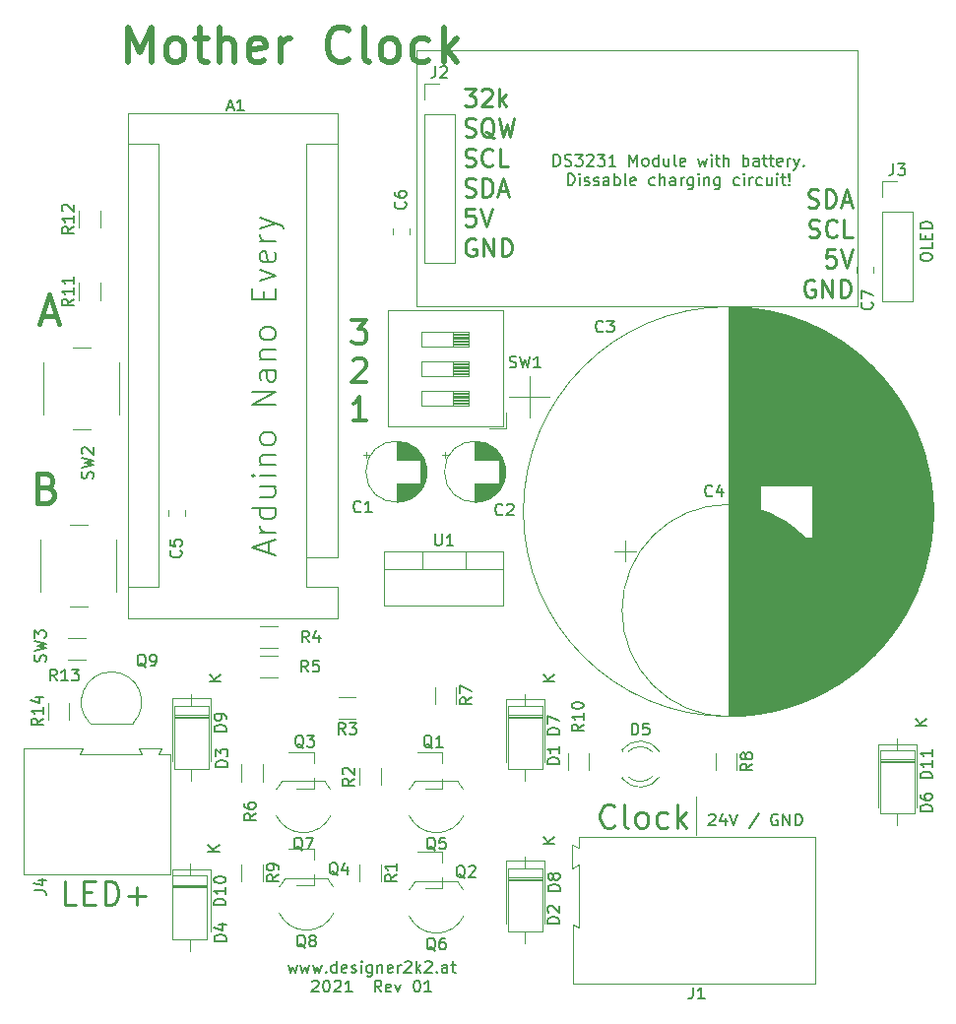
<source format=gbr>
%TF.GenerationSoftware,KiCad,Pcbnew,(5.1.8)-1*%
%TF.CreationDate,2021-07-28T15:43:51+02:00*%
%TF.ProjectId,MotherClock,4d6f7468-6572-4436-9c6f-636b2e6b6963,rev?*%
%TF.SameCoordinates,Original*%
%TF.FileFunction,Legend,Top*%
%TF.FilePolarity,Positive*%
%FSLAX46Y46*%
G04 Gerber Fmt 4.6, Leading zero omitted, Abs format (unit mm)*
G04 Created by KiCad (PCBNEW (5.1.8)-1) date 2021-07-28 15:43:51*
%MOMM*%
%LPD*%
G01*
G04 APERTURE LIST*
%ADD10C,0.150000*%
%ADD11C,0.250000*%
%ADD12C,0.400000*%
%ADD13C,0.120000*%
%ADD14C,0.300000*%
%ADD15C,0.200000*%
%ADD16C,0.500000*%
G04 APERTURE END LIST*
D10*
X135969333Y-111154952D02*
X135969333Y-110202571D01*
X136540761Y-111345428D02*
X134540761Y-110678761D01*
X136540761Y-110012095D01*
X136540761Y-109345428D02*
X135207428Y-109345428D01*
X135588380Y-109345428D02*
X135397904Y-109250190D01*
X135302666Y-109154952D01*
X135207428Y-108964476D01*
X135207428Y-108774000D01*
X136540761Y-107250190D02*
X134540761Y-107250190D01*
X136445523Y-107250190D02*
X136540761Y-107440666D01*
X136540761Y-107821619D01*
X136445523Y-108012095D01*
X136350285Y-108107333D01*
X136159809Y-108202571D01*
X135588380Y-108202571D01*
X135397904Y-108107333D01*
X135302666Y-108012095D01*
X135207428Y-107821619D01*
X135207428Y-107440666D01*
X135302666Y-107250190D01*
X135207428Y-105440666D02*
X136540761Y-105440666D01*
X135207428Y-106297809D02*
X136255047Y-106297809D01*
X136445523Y-106202571D01*
X136540761Y-106012095D01*
X136540761Y-105726380D01*
X136445523Y-105535904D01*
X136350285Y-105440666D01*
X136540761Y-104488285D02*
X135207428Y-104488285D01*
X134540761Y-104488285D02*
X134636000Y-104583523D01*
X134731238Y-104488285D01*
X134636000Y-104393047D01*
X134540761Y-104488285D01*
X134731238Y-104488285D01*
X135207428Y-103535904D02*
X136540761Y-103535904D01*
X135397904Y-103535904D02*
X135302666Y-103440666D01*
X135207428Y-103250190D01*
X135207428Y-102964476D01*
X135302666Y-102774000D01*
X135493142Y-102678761D01*
X136540761Y-102678761D01*
X136540761Y-101440666D02*
X136445523Y-101631142D01*
X136350285Y-101726380D01*
X136159809Y-101821619D01*
X135588380Y-101821619D01*
X135397904Y-101726380D01*
X135302666Y-101631142D01*
X135207428Y-101440666D01*
X135207428Y-101154952D01*
X135302666Y-100964476D01*
X135397904Y-100869238D01*
X135588380Y-100774000D01*
X136159809Y-100774000D01*
X136350285Y-100869238D01*
X136445523Y-100964476D01*
X136540761Y-101154952D01*
X136540761Y-101440666D01*
X136540761Y-98393047D02*
X134540761Y-98393047D01*
X136540761Y-97250190D01*
X134540761Y-97250190D01*
X136540761Y-95440666D02*
X135493142Y-95440666D01*
X135302666Y-95535904D01*
X135207428Y-95726380D01*
X135207428Y-96107333D01*
X135302666Y-96297809D01*
X136445523Y-95440666D02*
X136540761Y-95631142D01*
X136540761Y-96107333D01*
X136445523Y-96297809D01*
X136255047Y-96393047D01*
X136064571Y-96393047D01*
X135874095Y-96297809D01*
X135778857Y-96107333D01*
X135778857Y-95631142D01*
X135683619Y-95440666D01*
X135207428Y-94488285D02*
X136540761Y-94488285D01*
X135397904Y-94488285D02*
X135302666Y-94393047D01*
X135207428Y-94202571D01*
X135207428Y-93916857D01*
X135302666Y-93726380D01*
X135493142Y-93631142D01*
X136540761Y-93631142D01*
X136540761Y-92393047D02*
X136445523Y-92583523D01*
X136350285Y-92678761D01*
X136159809Y-92774000D01*
X135588380Y-92774000D01*
X135397904Y-92678761D01*
X135302666Y-92583523D01*
X135207428Y-92393047D01*
X135207428Y-92107333D01*
X135302666Y-91916857D01*
X135397904Y-91821619D01*
X135588380Y-91726380D01*
X136159809Y-91726380D01*
X136350285Y-91821619D01*
X136445523Y-91916857D01*
X136540761Y-92107333D01*
X136540761Y-92393047D01*
X135493142Y-89345428D02*
X135493142Y-88678761D01*
X136540761Y-88393047D02*
X136540761Y-89345428D01*
X134540761Y-89345428D01*
X134540761Y-88393047D01*
X135207428Y-87726380D02*
X136540761Y-87250190D01*
X135207428Y-86774000D01*
X136445523Y-85250190D02*
X136540761Y-85440666D01*
X136540761Y-85821619D01*
X136445523Y-86012095D01*
X136255047Y-86107333D01*
X135493142Y-86107333D01*
X135302666Y-86012095D01*
X135207428Y-85821619D01*
X135207428Y-85440666D01*
X135302666Y-85250190D01*
X135493142Y-85154952D01*
X135683619Y-85154952D01*
X135874095Y-86107333D01*
X136540761Y-84297809D02*
X135207428Y-84297809D01*
X135588380Y-84297809D02*
X135397904Y-84202571D01*
X135302666Y-84107333D01*
X135207428Y-83916857D01*
X135207428Y-83726380D01*
X135207428Y-83250190D02*
X136540761Y-82774000D01*
X135207428Y-82297809D02*
X136540761Y-82774000D01*
X137016952Y-82964476D01*
X137112190Y-83059714D01*
X137207428Y-83250190D01*
D11*
X119396190Y-141366761D02*
X118443809Y-141366761D01*
X118443809Y-139366761D01*
X120062857Y-140319142D02*
X120729523Y-140319142D01*
X121015238Y-141366761D02*
X120062857Y-141366761D01*
X120062857Y-139366761D01*
X121015238Y-139366761D01*
X121872380Y-141366761D02*
X121872380Y-139366761D01*
X122348571Y-139366761D01*
X122634285Y-139462000D01*
X122824761Y-139652476D01*
X122920000Y-139842952D01*
X123015238Y-140223904D01*
X123015238Y-140509619D01*
X122920000Y-140890571D01*
X122824761Y-141081047D01*
X122634285Y-141271523D01*
X122348571Y-141366761D01*
X121872380Y-141366761D01*
X123872380Y-140604857D02*
X125396190Y-140604857D01*
X124634285Y-141366761D02*
X124634285Y-139842952D01*
D12*
X116504761Y-90716666D02*
X117695238Y-90716666D01*
X116266666Y-91430952D02*
X117100000Y-88930952D01*
X117933333Y-91430952D01*
X116878571Y-105521428D02*
X117235714Y-105640476D01*
X117354761Y-105759523D01*
X117473809Y-105997619D01*
X117473809Y-106354761D01*
X117354761Y-106592857D01*
X117235714Y-106711904D01*
X116997619Y-106830952D01*
X116045238Y-106830952D01*
X116045238Y-104330952D01*
X116878571Y-104330952D01*
X117116666Y-104450000D01*
X117235714Y-104569047D01*
X117354761Y-104807142D01*
X117354761Y-105045238D01*
X117235714Y-105283333D01*
X117116666Y-105402380D01*
X116878571Y-105521428D01*
X116045238Y-105521428D01*
D10*
X191984380Y-85780380D02*
X191984380Y-85589904D01*
X192032000Y-85494666D01*
X192127238Y-85399428D01*
X192317714Y-85351809D01*
X192651047Y-85351809D01*
X192841523Y-85399428D01*
X192936761Y-85494666D01*
X192984380Y-85589904D01*
X192984380Y-85780380D01*
X192936761Y-85875619D01*
X192841523Y-85970857D01*
X192651047Y-86018476D01*
X192317714Y-86018476D01*
X192127238Y-85970857D01*
X192032000Y-85875619D01*
X191984380Y-85780380D01*
X192984380Y-84447047D02*
X192984380Y-84923238D01*
X191984380Y-84923238D01*
X192460571Y-84113714D02*
X192460571Y-83780380D01*
X192984380Y-83637523D02*
X192984380Y-84113714D01*
X191984380Y-84113714D01*
X191984380Y-83637523D01*
X192984380Y-83208952D02*
X191984380Y-83208952D01*
X191984380Y-82970857D01*
X192032000Y-82828000D01*
X192127238Y-82732761D01*
X192222476Y-82685142D01*
X192412952Y-82637523D01*
X192555809Y-82637523D01*
X192746285Y-82685142D01*
X192841523Y-82732761D01*
X192936761Y-82828000D01*
X192984380Y-82970857D01*
X192984380Y-83208952D01*
D11*
X182344928Y-81346880D02*
X182559214Y-81420690D01*
X182916357Y-81420690D01*
X183059214Y-81346880D01*
X183130642Y-81273071D01*
X183202071Y-81125452D01*
X183202071Y-80977833D01*
X183130642Y-80830214D01*
X183059214Y-80756404D01*
X182916357Y-80682595D01*
X182630642Y-80608785D01*
X182487785Y-80534976D01*
X182416357Y-80461166D01*
X182344928Y-80313547D01*
X182344928Y-80165928D01*
X182416357Y-80018309D01*
X182487785Y-79944500D01*
X182630642Y-79870690D01*
X182987785Y-79870690D01*
X183202071Y-79944500D01*
X183844928Y-81420690D02*
X183844928Y-79870690D01*
X184202071Y-79870690D01*
X184416357Y-79944500D01*
X184559214Y-80092119D01*
X184630642Y-80239738D01*
X184702071Y-80534976D01*
X184702071Y-80756404D01*
X184630642Y-81051642D01*
X184559214Y-81199261D01*
X184416357Y-81346880D01*
X184202071Y-81420690D01*
X183844928Y-81420690D01*
X185273500Y-80977833D02*
X185987785Y-80977833D01*
X185130642Y-81420690D02*
X185630642Y-79870690D01*
X186130642Y-81420690D01*
X182416357Y-83921880D02*
X182630642Y-83995690D01*
X182987785Y-83995690D01*
X183130642Y-83921880D01*
X183202071Y-83848071D01*
X183273500Y-83700452D01*
X183273500Y-83552833D01*
X183202071Y-83405214D01*
X183130642Y-83331404D01*
X182987785Y-83257595D01*
X182702071Y-83183785D01*
X182559214Y-83109976D01*
X182487785Y-83036166D01*
X182416357Y-82888547D01*
X182416357Y-82740928D01*
X182487785Y-82593309D01*
X182559214Y-82519500D01*
X182702071Y-82445690D01*
X183059214Y-82445690D01*
X183273500Y-82519500D01*
X184773500Y-83848071D02*
X184702071Y-83921880D01*
X184487785Y-83995690D01*
X184344928Y-83995690D01*
X184130642Y-83921880D01*
X183987785Y-83774261D01*
X183916357Y-83626642D01*
X183844928Y-83331404D01*
X183844928Y-83109976D01*
X183916357Y-82814738D01*
X183987785Y-82667119D01*
X184130642Y-82519500D01*
X184344928Y-82445690D01*
X184487785Y-82445690D01*
X184702071Y-82519500D01*
X184773500Y-82593309D01*
X186130642Y-83995690D02*
X185416357Y-83995690D01*
X185416357Y-82445690D01*
X184630642Y-85020690D02*
X183916357Y-85020690D01*
X183844928Y-85758785D01*
X183916357Y-85684976D01*
X184059214Y-85611166D01*
X184416357Y-85611166D01*
X184559214Y-85684976D01*
X184630642Y-85758785D01*
X184702071Y-85906404D01*
X184702071Y-86275452D01*
X184630642Y-86423071D01*
X184559214Y-86496880D01*
X184416357Y-86570690D01*
X184059214Y-86570690D01*
X183916357Y-86496880D01*
X183844928Y-86423071D01*
X185130642Y-85020690D02*
X185630642Y-86570690D01*
X186130642Y-85020690D01*
X182844928Y-87669500D02*
X182702071Y-87595690D01*
X182487785Y-87595690D01*
X182273500Y-87669500D01*
X182130642Y-87817119D01*
X182059214Y-87964738D01*
X181987785Y-88259976D01*
X181987785Y-88481404D01*
X182059214Y-88776642D01*
X182130642Y-88924261D01*
X182273500Y-89071880D01*
X182487785Y-89145690D01*
X182630642Y-89145690D01*
X182844928Y-89071880D01*
X182916357Y-88998071D01*
X182916357Y-88481404D01*
X182630642Y-88481404D01*
X183559214Y-89145690D02*
X183559214Y-87595690D01*
X184416357Y-89145690D01*
X184416357Y-87595690D01*
X185130642Y-89145690D02*
X185130642Y-87595690D01*
X185487785Y-87595690D01*
X185702071Y-87669500D01*
X185844928Y-87817119D01*
X185916357Y-87964738D01*
X185987785Y-88259976D01*
X185987785Y-88481404D01*
X185916357Y-88776642D01*
X185844928Y-88924261D01*
X185702071Y-89071880D01*
X185487785Y-89145690D01*
X185130642Y-89145690D01*
D10*
X137633333Y-146560714D02*
X137823809Y-147227380D01*
X138014285Y-146751190D01*
X138204761Y-147227380D01*
X138395238Y-146560714D01*
X138680952Y-146560714D02*
X138871428Y-147227380D01*
X139061904Y-146751190D01*
X139252380Y-147227380D01*
X139442857Y-146560714D01*
X139728571Y-146560714D02*
X139919047Y-147227380D01*
X140109523Y-146751190D01*
X140300000Y-147227380D01*
X140490476Y-146560714D01*
X140871428Y-147132142D02*
X140919047Y-147179761D01*
X140871428Y-147227380D01*
X140823809Y-147179761D01*
X140871428Y-147132142D01*
X140871428Y-147227380D01*
X141776190Y-147227380D02*
X141776190Y-146227380D01*
X141776190Y-147179761D02*
X141680952Y-147227380D01*
X141490476Y-147227380D01*
X141395238Y-147179761D01*
X141347619Y-147132142D01*
X141300000Y-147036904D01*
X141300000Y-146751190D01*
X141347619Y-146655952D01*
X141395238Y-146608333D01*
X141490476Y-146560714D01*
X141680952Y-146560714D01*
X141776190Y-146608333D01*
X142633333Y-147179761D02*
X142538095Y-147227380D01*
X142347619Y-147227380D01*
X142252380Y-147179761D01*
X142204761Y-147084523D01*
X142204761Y-146703571D01*
X142252380Y-146608333D01*
X142347619Y-146560714D01*
X142538095Y-146560714D01*
X142633333Y-146608333D01*
X142680952Y-146703571D01*
X142680952Y-146798809D01*
X142204761Y-146894047D01*
X143061904Y-147179761D02*
X143157142Y-147227380D01*
X143347619Y-147227380D01*
X143442857Y-147179761D01*
X143490476Y-147084523D01*
X143490476Y-147036904D01*
X143442857Y-146941666D01*
X143347619Y-146894047D01*
X143204761Y-146894047D01*
X143109523Y-146846428D01*
X143061904Y-146751190D01*
X143061904Y-146703571D01*
X143109523Y-146608333D01*
X143204761Y-146560714D01*
X143347619Y-146560714D01*
X143442857Y-146608333D01*
X143919047Y-147227380D02*
X143919047Y-146560714D01*
X143919047Y-146227380D02*
X143871428Y-146275000D01*
X143919047Y-146322619D01*
X143966666Y-146275000D01*
X143919047Y-146227380D01*
X143919047Y-146322619D01*
X144823809Y-146560714D02*
X144823809Y-147370238D01*
X144776190Y-147465476D01*
X144728571Y-147513095D01*
X144633333Y-147560714D01*
X144490476Y-147560714D01*
X144395238Y-147513095D01*
X144823809Y-147179761D02*
X144728571Y-147227380D01*
X144538095Y-147227380D01*
X144442857Y-147179761D01*
X144395238Y-147132142D01*
X144347619Y-147036904D01*
X144347619Y-146751190D01*
X144395238Y-146655952D01*
X144442857Y-146608333D01*
X144538095Y-146560714D01*
X144728571Y-146560714D01*
X144823809Y-146608333D01*
X145300000Y-146560714D02*
X145300000Y-147227380D01*
X145300000Y-146655952D02*
X145347619Y-146608333D01*
X145442857Y-146560714D01*
X145585714Y-146560714D01*
X145680952Y-146608333D01*
X145728571Y-146703571D01*
X145728571Y-147227380D01*
X146585714Y-147179761D02*
X146490476Y-147227380D01*
X146300000Y-147227380D01*
X146204761Y-147179761D01*
X146157142Y-147084523D01*
X146157142Y-146703571D01*
X146204761Y-146608333D01*
X146300000Y-146560714D01*
X146490476Y-146560714D01*
X146585714Y-146608333D01*
X146633333Y-146703571D01*
X146633333Y-146798809D01*
X146157142Y-146894047D01*
X147061904Y-147227380D02*
X147061904Y-146560714D01*
X147061904Y-146751190D02*
X147109523Y-146655952D01*
X147157142Y-146608333D01*
X147252380Y-146560714D01*
X147347619Y-146560714D01*
X147633333Y-146322619D02*
X147680952Y-146275000D01*
X147776190Y-146227380D01*
X148014285Y-146227380D01*
X148109523Y-146275000D01*
X148157142Y-146322619D01*
X148204761Y-146417857D01*
X148204761Y-146513095D01*
X148157142Y-146655952D01*
X147585714Y-147227380D01*
X148204761Y-147227380D01*
X148633333Y-147227380D02*
X148633333Y-146227380D01*
X148728571Y-146846428D02*
X149014285Y-147227380D01*
X149014285Y-146560714D02*
X148633333Y-146941666D01*
X149395238Y-146322619D02*
X149442857Y-146275000D01*
X149538095Y-146227380D01*
X149776190Y-146227380D01*
X149871428Y-146275000D01*
X149919047Y-146322619D01*
X149966666Y-146417857D01*
X149966666Y-146513095D01*
X149919047Y-146655952D01*
X149347619Y-147227380D01*
X149966666Y-147227380D01*
X150395238Y-147132142D02*
X150442857Y-147179761D01*
X150395238Y-147227380D01*
X150347619Y-147179761D01*
X150395238Y-147132142D01*
X150395238Y-147227380D01*
X151300000Y-147227380D02*
X151300000Y-146703571D01*
X151252380Y-146608333D01*
X151157142Y-146560714D01*
X150966666Y-146560714D01*
X150871428Y-146608333D01*
X151300000Y-147179761D02*
X151204761Y-147227380D01*
X150966666Y-147227380D01*
X150871428Y-147179761D01*
X150823809Y-147084523D01*
X150823809Y-146989285D01*
X150871428Y-146894047D01*
X150966666Y-146846428D01*
X151204761Y-146846428D01*
X151300000Y-146798809D01*
X151633333Y-146560714D02*
X152014285Y-146560714D01*
X151776190Y-146227380D02*
X151776190Y-147084523D01*
X151823809Y-147179761D01*
X151919047Y-147227380D01*
X152014285Y-147227380D01*
X139680952Y-147972619D02*
X139728571Y-147925000D01*
X139823809Y-147877380D01*
X140061904Y-147877380D01*
X140157142Y-147925000D01*
X140204761Y-147972619D01*
X140252380Y-148067857D01*
X140252380Y-148163095D01*
X140204761Y-148305952D01*
X139633333Y-148877380D01*
X140252380Y-148877380D01*
X140871428Y-147877380D02*
X140966666Y-147877380D01*
X141061904Y-147925000D01*
X141109523Y-147972619D01*
X141157142Y-148067857D01*
X141204761Y-148258333D01*
X141204761Y-148496428D01*
X141157142Y-148686904D01*
X141109523Y-148782142D01*
X141061904Y-148829761D01*
X140966666Y-148877380D01*
X140871428Y-148877380D01*
X140776190Y-148829761D01*
X140728571Y-148782142D01*
X140680952Y-148686904D01*
X140633333Y-148496428D01*
X140633333Y-148258333D01*
X140680952Y-148067857D01*
X140728571Y-147972619D01*
X140776190Y-147925000D01*
X140871428Y-147877380D01*
X141585714Y-147972619D02*
X141633333Y-147925000D01*
X141728571Y-147877380D01*
X141966666Y-147877380D01*
X142061904Y-147925000D01*
X142109523Y-147972619D01*
X142157142Y-148067857D01*
X142157142Y-148163095D01*
X142109523Y-148305952D01*
X141538095Y-148877380D01*
X142157142Y-148877380D01*
X143109523Y-148877380D02*
X142538095Y-148877380D01*
X142823809Y-148877380D02*
X142823809Y-147877380D01*
X142728571Y-148020238D01*
X142633333Y-148115476D01*
X142538095Y-148163095D01*
X145633333Y-148877380D02*
X145300000Y-148401190D01*
X145061904Y-148877380D02*
X145061904Y-147877380D01*
X145442857Y-147877380D01*
X145538095Y-147925000D01*
X145585714Y-147972619D01*
X145633333Y-148067857D01*
X145633333Y-148210714D01*
X145585714Y-148305952D01*
X145538095Y-148353571D01*
X145442857Y-148401190D01*
X145061904Y-148401190D01*
X146442857Y-148829761D02*
X146347619Y-148877380D01*
X146157142Y-148877380D01*
X146061904Y-148829761D01*
X146014285Y-148734523D01*
X146014285Y-148353571D01*
X146061904Y-148258333D01*
X146157142Y-148210714D01*
X146347619Y-148210714D01*
X146442857Y-148258333D01*
X146490476Y-148353571D01*
X146490476Y-148448809D01*
X146014285Y-148544047D01*
X146823809Y-148210714D02*
X147061904Y-148877380D01*
X147300000Y-148210714D01*
X148633333Y-147877380D02*
X148728571Y-147877380D01*
X148823809Y-147925000D01*
X148871428Y-147972619D01*
X148919047Y-148067857D01*
X148966666Y-148258333D01*
X148966666Y-148496428D01*
X148919047Y-148686904D01*
X148871428Y-148782142D01*
X148823809Y-148829761D01*
X148728571Y-148877380D01*
X148633333Y-148877380D01*
X148538095Y-148829761D01*
X148490476Y-148782142D01*
X148442857Y-148686904D01*
X148395238Y-148496428D01*
X148395238Y-148258333D01*
X148442857Y-148067857D01*
X148490476Y-147972619D01*
X148538095Y-147925000D01*
X148633333Y-147877380D01*
X149919047Y-148877380D02*
X149347619Y-148877380D01*
X149633333Y-148877380D02*
X149633333Y-147877380D01*
X149538095Y-148020238D01*
X149442857Y-148115476D01*
X149347619Y-148163095D01*
D11*
X152776785Y-71199690D02*
X153705357Y-71199690D01*
X153205357Y-71790166D01*
X153419642Y-71790166D01*
X153562500Y-71863976D01*
X153633928Y-71937785D01*
X153705357Y-72085404D01*
X153705357Y-72454452D01*
X153633928Y-72602071D01*
X153562500Y-72675880D01*
X153419642Y-72749690D01*
X152991071Y-72749690D01*
X152848214Y-72675880D01*
X152776785Y-72602071D01*
X154276785Y-71347309D02*
X154348214Y-71273500D01*
X154491071Y-71199690D01*
X154848214Y-71199690D01*
X154991071Y-71273500D01*
X155062500Y-71347309D01*
X155133928Y-71494928D01*
X155133928Y-71642547D01*
X155062500Y-71863976D01*
X154205357Y-72749690D01*
X155133928Y-72749690D01*
X155776785Y-72749690D02*
X155776785Y-71199690D01*
X155919642Y-72159214D02*
X156348214Y-72749690D01*
X156348214Y-71716357D02*
X155776785Y-72306833D01*
X152848214Y-75250880D02*
X153062500Y-75324690D01*
X153419642Y-75324690D01*
X153562500Y-75250880D01*
X153633928Y-75177071D01*
X153705357Y-75029452D01*
X153705357Y-74881833D01*
X153633928Y-74734214D01*
X153562500Y-74660404D01*
X153419642Y-74586595D01*
X153133928Y-74512785D01*
X152991071Y-74438976D01*
X152919642Y-74365166D01*
X152848214Y-74217547D01*
X152848214Y-74069928D01*
X152919642Y-73922309D01*
X152991071Y-73848500D01*
X153133928Y-73774690D01*
X153491071Y-73774690D01*
X153705357Y-73848500D01*
X155348214Y-75472309D02*
X155205357Y-75398500D01*
X155062500Y-75250880D01*
X154848214Y-75029452D01*
X154705357Y-74955642D01*
X154562500Y-74955642D01*
X154633928Y-75324690D02*
X154491071Y-75250880D01*
X154348214Y-75103261D01*
X154276785Y-74808023D01*
X154276785Y-74291357D01*
X154348214Y-73996119D01*
X154491071Y-73848500D01*
X154633928Y-73774690D01*
X154919642Y-73774690D01*
X155062500Y-73848500D01*
X155205357Y-73996119D01*
X155276785Y-74291357D01*
X155276785Y-74808023D01*
X155205357Y-75103261D01*
X155062500Y-75250880D01*
X154919642Y-75324690D01*
X154633928Y-75324690D01*
X155776785Y-73774690D02*
X156133928Y-75324690D01*
X156419642Y-74217547D01*
X156705357Y-75324690D01*
X157062500Y-73774690D01*
X152848214Y-77825880D02*
X153062500Y-77899690D01*
X153419642Y-77899690D01*
X153562500Y-77825880D01*
X153633928Y-77752071D01*
X153705357Y-77604452D01*
X153705357Y-77456833D01*
X153633928Y-77309214D01*
X153562500Y-77235404D01*
X153419642Y-77161595D01*
X153133928Y-77087785D01*
X152991071Y-77013976D01*
X152919642Y-76940166D01*
X152848214Y-76792547D01*
X152848214Y-76644928D01*
X152919642Y-76497309D01*
X152991071Y-76423500D01*
X153133928Y-76349690D01*
X153491071Y-76349690D01*
X153705357Y-76423500D01*
X155205357Y-77752071D02*
X155133928Y-77825880D01*
X154919642Y-77899690D01*
X154776785Y-77899690D01*
X154562500Y-77825880D01*
X154419642Y-77678261D01*
X154348214Y-77530642D01*
X154276785Y-77235404D01*
X154276785Y-77013976D01*
X154348214Y-76718738D01*
X154419642Y-76571119D01*
X154562500Y-76423500D01*
X154776785Y-76349690D01*
X154919642Y-76349690D01*
X155133928Y-76423500D01*
X155205357Y-76497309D01*
X156562500Y-77899690D02*
X155848214Y-77899690D01*
X155848214Y-76349690D01*
X152848214Y-80400880D02*
X153062500Y-80474690D01*
X153419642Y-80474690D01*
X153562500Y-80400880D01*
X153633928Y-80327071D01*
X153705357Y-80179452D01*
X153705357Y-80031833D01*
X153633928Y-79884214D01*
X153562500Y-79810404D01*
X153419642Y-79736595D01*
X153133928Y-79662785D01*
X152991071Y-79588976D01*
X152919642Y-79515166D01*
X152848214Y-79367547D01*
X152848214Y-79219928D01*
X152919642Y-79072309D01*
X152991071Y-78998500D01*
X153133928Y-78924690D01*
X153491071Y-78924690D01*
X153705357Y-78998500D01*
X154348214Y-80474690D02*
X154348214Y-78924690D01*
X154705357Y-78924690D01*
X154919642Y-78998500D01*
X155062500Y-79146119D01*
X155133928Y-79293738D01*
X155205357Y-79588976D01*
X155205357Y-79810404D01*
X155133928Y-80105642D01*
X155062500Y-80253261D01*
X154919642Y-80400880D01*
X154705357Y-80474690D01*
X154348214Y-80474690D01*
X155776785Y-80031833D02*
X156491071Y-80031833D01*
X155633928Y-80474690D02*
X156133928Y-78924690D01*
X156633928Y-80474690D01*
X153633928Y-81499690D02*
X152919642Y-81499690D01*
X152848214Y-82237785D01*
X152919642Y-82163976D01*
X153062500Y-82090166D01*
X153419642Y-82090166D01*
X153562500Y-82163976D01*
X153633928Y-82237785D01*
X153705357Y-82385404D01*
X153705357Y-82754452D01*
X153633928Y-82902071D01*
X153562500Y-82975880D01*
X153419642Y-83049690D01*
X153062500Y-83049690D01*
X152919642Y-82975880D01*
X152848214Y-82902071D01*
X154133928Y-81499690D02*
X154633928Y-83049690D01*
X155133928Y-81499690D01*
X153705357Y-84148500D02*
X153562500Y-84074690D01*
X153348214Y-84074690D01*
X153133928Y-84148500D01*
X152991071Y-84296119D01*
X152919642Y-84443738D01*
X152848214Y-84738976D01*
X152848214Y-84960404D01*
X152919642Y-85255642D01*
X152991071Y-85403261D01*
X153133928Y-85550880D01*
X153348214Y-85624690D01*
X153491071Y-85624690D01*
X153705357Y-85550880D01*
X153776785Y-85477071D01*
X153776785Y-84960404D01*
X153491071Y-84960404D01*
X154419642Y-85624690D02*
X154419642Y-84074690D01*
X155276785Y-85624690D01*
X155276785Y-84074690D01*
X155991071Y-85624690D02*
X155991071Y-84074690D01*
X156348214Y-84074690D01*
X156562500Y-84148500D01*
X156705357Y-84296119D01*
X156776785Y-84443738D01*
X156848214Y-84738976D01*
X156848214Y-84960404D01*
X156776785Y-85255642D01*
X156705357Y-85403261D01*
X156562500Y-85550880D01*
X156348214Y-85624690D01*
X155991071Y-85624690D01*
D10*
X160457904Y-77859380D02*
X160457904Y-76859380D01*
X160696000Y-76859380D01*
X160838857Y-76907000D01*
X160934095Y-77002238D01*
X160981714Y-77097476D01*
X161029333Y-77287952D01*
X161029333Y-77430809D01*
X160981714Y-77621285D01*
X160934095Y-77716523D01*
X160838857Y-77811761D01*
X160696000Y-77859380D01*
X160457904Y-77859380D01*
X161410285Y-77811761D02*
X161553142Y-77859380D01*
X161791238Y-77859380D01*
X161886476Y-77811761D01*
X161934095Y-77764142D01*
X161981714Y-77668904D01*
X161981714Y-77573666D01*
X161934095Y-77478428D01*
X161886476Y-77430809D01*
X161791238Y-77383190D01*
X161600761Y-77335571D01*
X161505523Y-77287952D01*
X161457904Y-77240333D01*
X161410285Y-77145095D01*
X161410285Y-77049857D01*
X161457904Y-76954619D01*
X161505523Y-76907000D01*
X161600761Y-76859380D01*
X161838857Y-76859380D01*
X161981714Y-76907000D01*
X162315047Y-76859380D02*
X162934095Y-76859380D01*
X162600761Y-77240333D01*
X162743619Y-77240333D01*
X162838857Y-77287952D01*
X162886476Y-77335571D01*
X162934095Y-77430809D01*
X162934095Y-77668904D01*
X162886476Y-77764142D01*
X162838857Y-77811761D01*
X162743619Y-77859380D01*
X162457904Y-77859380D01*
X162362666Y-77811761D01*
X162315047Y-77764142D01*
X163315047Y-76954619D02*
X163362666Y-76907000D01*
X163457904Y-76859380D01*
X163696000Y-76859380D01*
X163791238Y-76907000D01*
X163838857Y-76954619D01*
X163886476Y-77049857D01*
X163886476Y-77145095D01*
X163838857Y-77287952D01*
X163267428Y-77859380D01*
X163886476Y-77859380D01*
X164219809Y-76859380D02*
X164838857Y-76859380D01*
X164505523Y-77240333D01*
X164648380Y-77240333D01*
X164743619Y-77287952D01*
X164791238Y-77335571D01*
X164838857Y-77430809D01*
X164838857Y-77668904D01*
X164791238Y-77764142D01*
X164743619Y-77811761D01*
X164648380Y-77859380D01*
X164362666Y-77859380D01*
X164267428Y-77811761D01*
X164219809Y-77764142D01*
X165791238Y-77859380D02*
X165219809Y-77859380D01*
X165505523Y-77859380D02*
X165505523Y-76859380D01*
X165410285Y-77002238D01*
X165315047Y-77097476D01*
X165219809Y-77145095D01*
X166981714Y-77859380D02*
X166981714Y-76859380D01*
X167315047Y-77573666D01*
X167648380Y-76859380D01*
X167648380Y-77859380D01*
X168267428Y-77859380D02*
X168172190Y-77811761D01*
X168124571Y-77764142D01*
X168076952Y-77668904D01*
X168076952Y-77383190D01*
X168124571Y-77287952D01*
X168172190Y-77240333D01*
X168267428Y-77192714D01*
X168410285Y-77192714D01*
X168505523Y-77240333D01*
X168553142Y-77287952D01*
X168600761Y-77383190D01*
X168600761Y-77668904D01*
X168553142Y-77764142D01*
X168505523Y-77811761D01*
X168410285Y-77859380D01*
X168267428Y-77859380D01*
X169457904Y-77859380D02*
X169457904Y-76859380D01*
X169457904Y-77811761D02*
X169362666Y-77859380D01*
X169172190Y-77859380D01*
X169076952Y-77811761D01*
X169029333Y-77764142D01*
X168981714Y-77668904D01*
X168981714Y-77383190D01*
X169029333Y-77287952D01*
X169076952Y-77240333D01*
X169172190Y-77192714D01*
X169362666Y-77192714D01*
X169457904Y-77240333D01*
X170362666Y-77192714D02*
X170362666Y-77859380D01*
X169934095Y-77192714D02*
X169934095Y-77716523D01*
X169981714Y-77811761D01*
X170076952Y-77859380D01*
X170219809Y-77859380D01*
X170315047Y-77811761D01*
X170362666Y-77764142D01*
X170981714Y-77859380D02*
X170886476Y-77811761D01*
X170838857Y-77716523D01*
X170838857Y-76859380D01*
X171743619Y-77811761D02*
X171648380Y-77859380D01*
X171457904Y-77859380D01*
X171362666Y-77811761D01*
X171315047Y-77716523D01*
X171315047Y-77335571D01*
X171362666Y-77240333D01*
X171457904Y-77192714D01*
X171648380Y-77192714D01*
X171743619Y-77240333D01*
X171791238Y-77335571D01*
X171791238Y-77430809D01*
X171315047Y-77526047D01*
X172886476Y-77192714D02*
X173076952Y-77859380D01*
X173267428Y-77383190D01*
X173457904Y-77859380D01*
X173648380Y-77192714D01*
X174029333Y-77859380D02*
X174029333Y-77192714D01*
X174029333Y-76859380D02*
X173981714Y-76907000D01*
X174029333Y-76954619D01*
X174076952Y-76907000D01*
X174029333Y-76859380D01*
X174029333Y-76954619D01*
X174362666Y-77192714D02*
X174743619Y-77192714D01*
X174505523Y-76859380D02*
X174505523Y-77716523D01*
X174553142Y-77811761D01*
X174648380Y-77859380D01*
X174743619Y-77859380D01*
X175076952Y-77859380D02*
X175076952Y-76859380D01*
X175505523Y-77859380D02*
X175505523Y-77335571D01*
X175457904Y-77240333D01*
X175362666Y-77192714D01*
X175219809Y-77192714D01*
X175124571Y-77240333D01*
X175076952Y-77287952D01*
X176743619Y-77859380D02*
X176743619Y-76859380D01*
X176743619Y-77240333D02*
X176838857Y-77192714D01*
X177029333Y-77192714D01*
X177124571Y-77240333D01*
X177172190Y-77287952D01*
X177219809Y-77383190D01*
X177219809Y-77668904D01*
X177172190Y-77764142D01*
X177124571Y-77811761D01*
X177029333Y-77859380D01*
X176838857Y-77859380D01*
X176743619Y-77811761D01*
X178076952Y-77859380D02*
X178076952Y-77335571D01*
X178029333Y-77240333D01*
X177934095Y-77192714D01*
X177743619Y-77192714D01*
X177648380Y-77240333D01*
X178076952Y-77811761D02*
X177981714Y-77859380D01*
X177743619Y-77859380D01*
X177648380Y-77811761D01*
X177600761Y-77716523D01*
X177600761Y-77621285D01*
X177648380Y-77526047D01*
X177743619Y-77478428D01*
X177981714Y-77478428D01*
X178076952Y-77430809D01*
X178410285Y-77192714D02*
X178791238Y-77192714D01*
X178553142Y-76859380D02*
X178553142Y-77716523D01*
X178600761Y-77811761D01*
X178696000Y-77859380D01*
X178791238Y-77859380D01*
X178981714Y-77192714D02*
X179362666Y-77192714D01*
X179124571Y-76859380D02*
X179124571Y-77716523D01*
X179172190Y-77811761D01*
X179267428Y-77859380D01*
X179362666Y-77859380D01*
X180076952Y-77811761D02*
X179981714Y-77859380D01*
X179791238Y-77859380D01*
X179696000Y-77811761D01*
X179648380Y-77716523D01*
X179648380Y-77335571D01*
X179696000Y-77240333D01*
X179791238Y-77192714D01*
X179981714Y-77192714D01*
X180076952Y-77240333D01*
X180124571Y-77335571D01*
X180124571Y-77430809D01*
X179648380Y-77526047D01*
X180553142Y-77859380D02*
X180553142Y-77192714D01*
X180553142Y-77383190D02*
X180600761Y-77287952D01*
X180648380Y-77240333D01*
X180743619Y-77192714D01*
X180838857Y-77192714D01*
X181076952Y-77192714D02*
X181315047Y-77859380D01*
X181553142Y-77192714D02*
X181315047Y-77859380D01*
X181219809Y-78097476D01*
X181172190Y-78145095D01*
X181076952Y-78192714D01*
X181934095Y-77764142D02*
X181981714Y-77811761D01*
X181934095Y-77859380D01*
X181886476Y-77811761D01*
X181934095Y-77764142D01*
X181934095Y-77859380D01*
X161672190Y-79509380D02*
X161672190Y-78509380D01*
X161910285Y-78509380D01*
X162053142Y-78557000D01*
X162148380Y-78652238D01*
X162196000Y-78747476D01*
X162243619Y-78937952D01*
X162243619Y-79080809D01*
X162196000Y-79271285D01*
X162148380Y-79366523D01*
X162053142Y-79461761D01*
X161910285Y-79509380D01*
X161672190Y-79509380D01*
X162672190Y-79509380D02*
X162672190Y-78842714D01*
X162672190Y-78509380D02*
X162624571Y-78557000D01*
X162672190Y-78604619D01*
X162719809Y-78557000D01*
X162672190Y-78509380D01*
X162672190Y-78604619D01*
X163100761Y-79461761D02*
X163196000Y-79509380D01*
X163386476Y-79509380D01*
X163481714Y-79461761D01*
X163529333Y-79366523D01*
X163529333Y-79318904D01*
X163481714Y-79223666D01*
X163386476Y-79176047D01*
X163243619Y-79176047D01*
X163148380Y-79128428D01*
X163100761Y-79033190D01*
X163100761Y-78985571D01*
X163148380Y-78890333D01*
X163243619Y-78842714D01*
X163386476Y-78842714D01*
X163481714Y-78890333D01*
X163910285Y-79461761D02*
X164005523Y-79509380D01*
X164196000Y-79509380D01*
X164291238Y-79461761D01*
X164338857Y-79366523D01*
X164338857Y-79318904D01*
X164291238Y-79223666D01*
X164196000Y-79176047D01*
X164053142Y-79176047D01*
X163957904Y-79128428D01*
X163910285Y-79033190D01*
X163910285Y-78985571D01*
X163957904Y-78890333D01*
X164053142Y-78842714D01*
X164196000Y-78842714D01*
X164291238Y-78890333D01*
X165196000Y-79509380D02*
X165196000Y-78985571D01*
X165148380Y-78890333D01*
X165053142Y-78842714D01*
X164862666Y-78842714D01*
X164767428Y-78890333D01*
X165196000Y-79461761D02*
X165100761Y-79509380D01*
X164862666Y-79509380D01*
X164767428Y-79461761D01*
X164719809Y-79366523D01*
X164719809Y-79271285D01*
X164767428Y-79176047D01*
X164862666Y-79128428D01*
X165100761Y-79128428D01*
X165196000Y-79080809D01*
X165672190Y-79509380D02*
X165672190Y-78509380D01*
X165672190Y-78890333D02*
X165767428Y-78842714D01*
X165957904Y-78842714D01*
X166053142Y-78890333D01*
X166100761Y-78937952D01*
X166148380Y-79033190D01*
X166148380Y-79318904D01*
X166100761Y-79414142D01*
X166053142Y-79461761D01*
X165957904Y-79509380D01*
X165767428Y-79509380D01*
X165672190Y-79461761D01*
X166719809Y-79509380D02*
X166624571Y-79461761D01*
X166576952Y-79366523D01*
X166576952Y-78509380D01*
X167481714Y-79461761D02*
X167386476Y-79509380D01*
X167196000Y-79509380D01*
X167100761Y-79461761D01*
X167053142Y-79366523D01*
X167053142Y-78985571D01*
X167100761Y-78890333D01*
X167196000Y-78842714D01*
X167386476Y-78842714D01*
X167481714Y-78890333D01*
X167529333Y-78985571D01*
X167529333Y-79080809D01*
X167053142Y-79176047D01*
X169148380Y-79461761D02*
X169053142Y-79509380D01*
X168862666Y-79509380D01*
X168767428Y-79461761D01*
X168719809Y-79414142D01*
X168672190Y-79318904D01*
X168672190Y-79033190D01*
X168719809Y-78937952D01*
X168767428Y-78890333D01*
X168862666Y-78842714D01*
X169053142Y-78842714D01*
X169148380Y-78890333D01*
X169576952Y-79509380D02*
X169576952Y-78509380D01*
X170005523Y-79509380D02*
X170005523Y-78985571D01*
X169957904Y-78890333D01*
X169862666Y-78842714D01*
X169719809Y-78842714D01*
X169624571Y-78890333D01*
X169576952Y-78937952D01*
X170910285Y-79509380D02*
X170910285Y-78985571D01*
X170862666Y-78890333D01*
X170767428Y-78842714D01*
X170576952Y-78842714D01*
X170481714Y-78890333D01*
X170910285Y-79461761D02*
X170815047Y-79509380D01*
X170576952Y-79509380D01*
X170481714Y-79461761D01*
X170434095Y-79366523D01*
X170434095Y-79271285D01*
X170481714Y-79176047D01*
X170576952Y-79128428D01*
X170815047Y-79128428D01*
X170910285Y-79080809D01*
X171386476Y-79509380D02*
X171386476Y-78842714D01*
X171386476Y-79033190D02*
X171434095Y-78937952D01*
X171481714Y-78890333D01*
X171576952Y-78842714D01*
X171672190Y-78842714D01*
X172434095Y-78842714D02*
X172434095Y-79652238D01*
X172386476Y-79747476D01*
X172338857Y-79795095D01*
X172243619Y-79842714D01*
X172100761Y-79842714D01*
X172005523Y-79795095D01*
X172434095Y-79461761D02*
X172338857Y-79509380D01*
X172148380Y-79509380D01*
X172053142Y-79461761D01*
X172005523Y-79414142D01*
X171957904Y-79318904D01*
X171957904Y-79033190D01*
X172005523Y-78937952D01*
X172053142Y-78890333D01*
X172148380Y-78842714D01*
X172338857Y-78842714D01*
X172434095Y-78890333D01*
X172910285Y-79509380D02*
X172910285Y-78842714D01*
X172910285Y-78509380D02*
X172862666Y-78557000D01*
X172910285Y-78604619D01*
X172957904Y-78557000D01*
X172910285Y-78509380D01*
X172910285Y-78604619D01*
X173386476Y-78842714D02*
X173386476Y-79509380D01*
X173386476Y-78937952D02*
X173434095Y-78890333D01*
X173529333Y-78842714D01*
X173672190Y-78842714D01*
X173767428Y-78890333D01*
X173815047Y-78985571D01*
X173815047Y-79509380D01*
X174719809Y-78842714D02*
X174719809Y-79652238D01*
X174672190Y-79747476D01*
X174624571Y-79795095D01*
X174529333Y-79842714D01*
X174386476Y-79842714D01*
X174291238Y-79795095D01*
X174719809Y-79461761D02*
X174624571Y-79509380D01*
X174434095Y-79509380D01*
X174338857Y-79461761D01*
X174291238Y-79414142D01*
X174243619Y-79318904D01*
X174243619Y-79033190D01*
X174291238Y-78937952D01*
X174338857Y-78890333D01*
X174434095Y-78842714D01*
X174624571Y-78842714D01*
X174719809Y-78890333D01*
X176386476Y-79461761D02*
X176291238Y-79509380D01*
X176100761Y-79509380D01*
X176005523Y-79461761D01*
X175957904Y-79414142D01*
X175910285Y-79318904D01*
X175910285Y-79033190D01*
X175957904Y-78937952D01*
X176005523Y-78890333D01*
X176100761Y-78842714D01*
X176291238Y-78842714D01*
X176386476Y-78890333D01*
X176815047Y-79509380D02*
X176815047Y-78842714D01*
X176815047Y-78509380D02*
X176767428Y-78557000D01*
X176815047Y-78604619D01*
X176862666Y-78557000D01*
X176815047Y-78509380D01*
X176815047Y-78604619D01*
X177291238Y-79509380D02*
X177291238Y-78842714D01*
X177291238Y-79033190D02*
X177338857Y-78937952D01*
X177386476Y-78890333D01*
X177481714Y-78842714D01*
X177576952Y-78842714D01*
X178338857Y-79461761D02*
X178243619Y-79509380D01*
X178053142Y-79509380D01*
X177957904Y-79461761D01*
X177910285Y-79414142D01*
X177862666Y-79318904D01*
X177862666Y-79033190D01*
X177910285Y-78937952D01*
X177957904Y-78890333D01*
X178053142Y-78842714D01*
X178243619Y-78842714D01*
X178338857Y-78890333D01*
X179196000Y-78842714D02*
X179196000Y-79509380D01*
X178767428Y-78842714D02*
X178767428Y-79366523D01*
X178815047Y-79461761D01*
X178910285Y-79509380D01*
X179053142Y-79509380D01*
X179148380Y-79461761D01*
X179196000Y-79414142D01*
X179672190Y-79509380D02*
X179672190Y-78842714D01*
X179672190Y-78509380D02*
X179624571Y-78557000D01*
X179672190Y-78604619D01*
X179719809Y-78557000D01*
X179672190Y-78509380D01*
X179672190Y-78604619D01*
X180005523Y-78842714D02*
X180386476Y-78842714D01*
X180148380Y-78509380D02*
X180148380Y-79366523D01*
X180196000Y-79461761D01*
X180291238Y-79509380D01*
X180386476Y-79509380D01*
X180719809Y-79414142D02*
X180767428Y-79461761D01*
X180719809Y-79509380D01*
X180672190Y-79461761D01*
X180719809Y-79414142D01*
X180719809Y-79509380D01*
X180719809Y-79128428D02*
X180672190Y-78557000D01*
X180719809Y-78509380D01*
X180767428Y-78557000D01*
X180719809Y-79128428D01*
X180719809Y-78509380D01*
D13*
X148612000Y-67904000D02*
X148612000Y-89904000D01*
X186612000Y-67904000D02*
X148612000Y-67904000D01*
X186612000Y-89904000D02*
X186612000Y-67904000D01*
X148612000Y-89904000D02*
X186612000Y-89904000D01*
D14*
X143097333Y-91108761D02*
X144335428Y-91108761D01*
X143668761Y-91870666D01*
X143954476Y-91870666D01*
X144144952Y-91965904D01*
X144240190Y-92061142D01*
X144335428Y-92251619D01*
X144335428Y-92727809D01*
X144240190Y-92918285D01*
X144144952Y-93013523D01*
X143954476Y-93108761D01*
X143383047Y-93108761D01*
X143192571Y-93013523D01*
X143097333Y-92918285D01*
X143192571Y-94599238D02*
X143287809Y-94504000D01*
X143478285Y-94408761D01*
X143954476Y-94408761D01*
X144144952Y-94504000D01*
X144240190Y-94599238D01*
X144335428Y-94789714D01*
X144335428Y-94980190D01*
X144240190Y-95265904D01*
X143097333Y-96408761D01*
X144335428Y-96408761D01*
X144335428Y-99708761D02*
X143192571Y-99708761D01*
X143764000Y-99708761D02*
X143764000Y-97708761D01*
X143573523Y-97994476D01*
X143383047Y-98184952D01*
X143192571Y-98280190D01*
D13*
X172720000Y-135382000D02*
X172720000Y-132080000D01*
D11*
X165671809Y-134572285D02*
X165576571Y-134667523D01*
X165290857Y-134762761D01*
X165100380Y-134762761D01*
X164814666Y-134667523D01*
X164624190Y-134477047D01*
X164528952Y-134286571D01*
X164433714Y-133905619D01*
X164433714Y-133619904D01*
X164528952Y-133238952D01*
X164624190Y-133048476D01*
X164814666Y-132858000D01*
X165100380Y-132762761D01*
X165290857Y-132762761D01*
X165576571Y-132858000D01*
X165671809Y-132953238D01*
X166814666Y-134762761D02*
X166624190Y-134667523D01*
X166528952Y-134477047D01*
X166528952Y-132762761D01*
X167862285Y-134762761D02*
X167671809Y-134667523D01*
X167576571Y-134572285D01*
X167481333Y-134381809D01*
X167481333Y-133810380D01*
X167576571Y-133619904D01*
X167671809Y-133524666D01*
X167862285Y-133429428D01*
X168148000Y-133429428D01*
X168338476Y-133524666D01*
X168433714Y-133619904D01*
X168528952Y-133810380D01*
X168528952Y-134381809D01*
X168433714Y-134572285D01*
X168338476Y-134667523D01*
X168148000Y-134762761D01*
X167862285Y-134762761D01*
X170243238Y-134667523D02*
X170052761Y-134762761D01*
X169671809Y-134762761D01*
X169481333Y-134667523D01*
X169386095Y-134572285D01*
X169290857Y-134381809D01*
X169290857Y-133810380D01*
X169386095Y-133619904D01*
X169481333Y-133524666D01*
X169671809Y-133429428D01*
X170052761Y-133429428D01*
X170243238Y-133524666D01*
X171100380Y-134762761D02*
X171100380Y-132762761D01*
X171290857Y-134000857D02*
X171862285Y-134762761D01*
X171862285Y-133429428D02*
X171100380Y-134191333D01*
D15*
X173800000Y-133659619D02*
X173847619Y-133612000D01*
X173942857Y-133564380D01*
X174180952Y-133564380D01*
X174276190Y-133612000D01*
X174323809Y-133659619D01*
X174371428Y-133754857D01*
X174371428Y-133850095D01*
X174323809Y-133992952D01*
X173752380Y-134564380D01*
X174371428Y-134564380D01*
X175228571Y-133897714D02*
X175228571Y-134564380D01*
X174990476Y-133516761D02*
X174752380Y-134231047D01*
X175371428Y-134231047D01*
X175609523Y-133564380D02*
X175942857Y-134564380D01*
X176276190Y-133564380D01*
X178085714Y-133516761D02*
X177228571Y-134802476D01*
X179704761Y-133612000D02*
X179609523Y-133564380D01*
X179466666Y-133564380D01*
X179323809Y-133612000D01*
X179228571Y-133707238D01*
X179180952Y-133802476D01*
X179133333Y-133992952D01*
X179133333Y-134135809D01*
X179180952Y-134326285D01*
X179228571Y-134421523D01*
X179323809Y-134516761D01*
X179466666Y-134564380D01*
X179561904Y-134564380D01*
X179704761Y-134516761D01*
X179752380Y-134469142D01*
X179752380Y-134135809D01*
X179561904Y-134135809D01*
X180180952Y-134564380D02*
X180180952Y-133564380D01*
X180752380Y-134564380D01*
X180752380Y-133564380D01*
X181228571Y-134564380D02*
X181228571Y-133564380D01*
X181466666Y-133564380D01*
X181609523Y-133612000D01*
X181704761Y-133707238D01*
X181752380Y-133802476D01*
X181800000Y-133992952D01*
X181800000Y-134135809D01*
X181752380Y-134326285D01*
X181704761Y-134421523D01*
X181609523Y-134516761D01*
X181466666Y-134564380D01*
X181228571Y-134564380D01*
D16*
X123850571Y-68921142D02*
X123850571Y-65921142D01*
X124850571Y-68064000D01*
X125850571Y-65921142D01*
X125850571Y-68921142D01*
X127707714Y-68921142D02*
X127422000Y-68778285D01*
X127279142Y-68635428D01*
X127136285Y-68349714D01*
X127136285Y-67492571D01*
X127279142Y-67206857D01*
X127422000Y-67064000D01*
X127707714Y-66921142D01*
X128136285Y-66921142D01*
X128422000Y-67064000D01*
X128564857Y-67206857D01*
X128707714Y-67492571D01*
X128707714Y-68349714D01*
X128564857Y-68635428D01*
X128422000Y-68778285D01*
X128136285Y-68921142D01*
X127707714Y-68921142D01*
X129564857Y-66921142D02*
X130707714Y-66921142D01*
X129993428Y-65921142D02*
X129993428Y-68492571D01*
X130136285Y-68778285D01*
X130422000Y-68921142D01*
X130707714Y-68921142D01*
X131707714Y-68921142D02*
X131707714Y-65921142D01*
X132993428Y-68921142D02*
X132993428Y-67349714D01*
X132850571Y-67064000D01*
X132564857Y-66921142D01*
X132136285Y-66921142D01*
X131850571Y-67064000D01*
X131707714Y-67206857D01*
X135564857Y-68778285D02*
X135279142Y-68921142D01*
X134707714Y-68921142D01*
X134422000Y-68778285D01*
X134279142Y-68492571D01*
X134279142Y-67349714D01*
X134422000Y-67064000D01*
X134707714Y-66921142D01*
X135279142Y-66921142D01*
X135564857Y-67064000D01*
X135707714Y-67349714D01*
X135707714Y-67635428D01*
X134279142Y-67921142D01*
X136993428Y-68921142D02*
X136993428Y-66921142D01*
X136993428Y-67492571D02*
X137136285Y-67206857D01*
X137279142Y-67064000D01*
X137564857Y-66921142D01*
X137850571Y-66921142D01*
X142850571Y-68635428D02*
X142707714Y-68778285D01*
X142279142Y-68921142D01*
X141993428Y-68921142D01*
X141564857Y-68778285D01*
X141279142Y-68492571D01*
X141136285Y-68206857D01*
X140993428Y-67635428D01*
X140993428Y-67206857D01*
X141136285Y-66635428D01*
X141279142Y-66349714D01*
X141564857Y-66064000D01*
X141993428Y-65921142D01*
X142279142Y-65921142D01*
X142707714Y-66064000D01*
X142850571Y-66206857D01*
X144564857Y-68921142D02*
X144279142Y-68778285D01*
X144136285Y-68492571D01*
X144136285Y-65921142D01*
X146136285Y-68921142D02*
X145850571Y-68778285D01*
X145707714Y-68635428D01*
X145564857Y-68349714D01*
X145564857Y-67492571D01*
X145707714Y-67206857D01*
X145850571Y-67064000D01*
X146136285Y-66921142D01*
X146564857Y-66921142D01*
X146850571Y-67064000D01*
X146993428Y-67206857D01*
X147136285Y-67492571D01*
X147136285Y-68349714D01*
X146993428Y-68635428D01*
X146850571Y-68778285D01*
X146564857Y-68921142D01*
X146136285Y-68921142D01*
X149707714Y-68778285D02*
X149422000Y-68921142D01*
X148850571Y-68921142D01*
X148564857Y-68778285D01*
X148422000Y-68635428D01*
X148279142Y-68349714D01*
X148279142Y-67492571D01*
X148422000Y-67206857D01*
X148564857Y-67064000D01*
X148850571Y-66921142D01*
X149422000Y-66921142D01*
X149707714Y-67064000D01*
X150993428Y-68921142D02*
X150993428Y-65921142D01*
X151279142Y-67778285D02*
X152136285Y-68921142D01*
X152136285Y-66921142D02*
X150993428Y-68064000D01*
D13*
%TO.C,R14*%
X118766000Y-124048436D02*
X118766000Y-125502564D01*
X116946000Y-124048436D02*
X116946000Y-125502564D01*
%TO.C,J4*%
X114858000Y-138794000D02*
X127458000Y-138794000D01*
X127458000Y-138794000D02*
X127458000Y-128444000D01*
X127458000Y-128444000D02*
X126508000Y-128444000D01*
X126508000Y-128444000D02*
X126758000Y-127944000D01*
X126758000Y-127944000D02*
X124858000Y-127944000D01*
X124858000Y-127944000D02*
X124808000Y-127944000D01*
X124808000Y-127944000D02*
X125058000Y-128444000D01*
X125058000Y-128444000D02*
X119658000Y-128444000D01*
X119658000Y-128444000D02*
X119958000Y-127944000D01*
X119958000Y-127944000D02*
X114858000Y-127944000D01*
X114858000Y-127944000D02*
X114858000Y-138794000D01*
%TO.C,R13*%
X118714436Y-120290000D02*
X120168564Y-120290000D01*
X118714436Y-118470000D02*
X120168564Y-118470000D01*
%TO.C,Q9*%
X120628000Y-125802000D02*
X124228000Y-125802000D01*
X124266478Y-125790478D02*
G75*
G03*
X122428000Y-121352000I-1838478J1838478D01*
G01*
X120589522Y-125790478D02*
G75*
G02*
X122428000Y-121352000I1838478J1838478D01*
G01*
%TO.C,Q7*%
X140738000Y-130738000D02*
X137138000Y-130738000D01*
X136613816Y-131465205D02*
G75*
G02*
X137138000Y-130738000I2324184J-1122795D01*
G01*
X136581600Y-133686807D02*
G75*
G03*
X138938000Y-135188000I2356400J1098807D01*
G01*
X141294400Y-133686807D02*
G75*
G02*
X138938000Y-135188000I-2356400J1098807D01*
G01*
X141262184Y-131465205D02*
G75*
G03*
X140738000Y-130738000I-2324184J-1122795D01*
G01*
%TO.C,Q5*%
X152168000Y-130738000D02*
X148568000Y-130738000D01*
X148043816Y-131465205D02*
G75*
G02*
X148568000Y-130738000I2324184J-1122795D01*
G01*
X148011600Y-133686807D02*
G75*
G03*
X150368000Y-135188000I2356400J1098807D01*
G01*
X152724400Y-133686807D02*
G75*
G02*
X150368000Y-135188000I-2356400J1098807D01*
G01*
X152692184Y-131465205D02*
G75*
G03*
X152168000Y-130738000I-2324184J-1122795D01*
G01*
%TO.C,Q8*%
X140992000Y-139120000D02*
X137392000Y-139120000D01*
X136867816Y-139847205D02*
G75*
G02*
X137392000Y-139120000I2324184J-1122795D01*
G01*
X136835600Y-142068807D02*
G75*
G03*
X139192000Y-143570000I2356400J1098807D01*
G01*
X141548400Y-142068807D02*
G75*
G02*
X139192000Y-143570000I-2356400J1098807D01*
G01*
X141516184Y-139847205D02*
G75*
G03*
X140992000Y-139120000I-2324184J-1122795D01*
G01*
%TO.C,Q6*%
X152168000Y-139374000D02*
X148568000Y-139374000D01*
X148043816Y-140101205D02*
G75*
G02*
X148568000Y-139374000I2324184J-1122795D01*
G01*
X148011600Y-142322807D02*
G75*
G03*
X150368000Y-143824000I2356400J1098807D01*
G01*
X152724400Y-142322807D02*
G75*
G02*
X150368000Y-143824000I-2356400J1098807D01*
G01*
X152692184Y-140101205D02*
G75*
G03*
X152168000Y-139374000I-2324184J-1122795D01*
G01*
%TO.C,C7*%
X186463000Y-86540748D02*
X186463000Y-87063252D01*
X187933000Y-86540748D02*
X187933000Y-87063252D01*
%TO.C,C6*%
X146585000Y-83238748D02*
X146585000Y-83761252D01*
X148055000Y-83238748D02*
X148055000Y-83761252D01*
%TO.C,C5*%
X127281000Y-107434748D02*
X127281000Y-107957252D01*
X128751000Y-107434748D02*
X128751000Y-107957252D01*
%TO.C,J3*%
X188662000Y-79188000D02*
X189992000Y-79188000D01*
X188662000Y-80518000D02*
X188662000Y-79188000D01*
X188662000Y-81788000D02*
X191322000Y-81788000D01*
X191322000Y-81788000D02*
X191322000Y-89468000D01*
X188662000Y-81788000D02*
X188662000Y-89468000D01*
X188662000Y-89468000D02*
X191322000Y-89468000D01*
%TO.C,C4*%
X166594560Y-110063000D02*
X166594560Y-111863000D01*
X165694560Y-110963000D02*
X167494560Y-110963000D01*
X184574000Y-116038000D02*
X184574000Y-116118000D01*
X184534000Y-115264000D02*
X184534000Y-116892000D01*
X184494000Y-114912000D02*
X184494000Y-117244000D01*
X184454000Y-114643000D02*
X184454000Y-117513000D01*
X184414000Y-114417000D02*
X184414000Y-117739000D01*
X184374000Y-114218000D02*
X184374000Y-117938000D01*
X184334000Y-114039000D02*
X184334000Y-118117000D01*
X184294000Y-113875000D02*
X184294000Y-118281000D01*
X184254000Y-113723000D02*
X184254000Y-118433000D01*
X184214000Y-113580000D02*
X184214000Y-118576000D01*
X184174000Y-113446000D02*
X184174000Y-118710000D01*
X184134000Y-113319000D02*
X184134000Y-118837000D01*
X184094000Y-113198000D02*
X184094000Y-118958000D01*
X184054000Y-113082000D02*
X184054000Y-119074000D01*
X184014000Y-112971000D02*
X184014000Y-119185000D01*
X183974000Y-112864000D02*
X183974000Y-119292000D01*
X183934000Y-112761000D02*
X183934000Y-119395000D01*
X183894000Y-112662000D02*
X183894000Y-119494000D01*
X183854000Y-112566000D02*
X183854000Y-119590000D01*
X183814000Y-112473000D02*
X183814000Y-119683000D01*
X183774000Y-112382000D02*
X183774000Y-119774000D01*
X183734000Y-112294000D02*
X183734000Y-119862000D01*
X183694000Y-112209000D02*
X183694000Y-119947000D01*
X183654000Y-112126000D02*
X183654000Y-120030000D01*
X183615000Y-112045000D02*
X183615000Y-120111000D01*
X183575000Y-111965000D02*
X183575000Y-120191000D01*
X183535000Y-111888000D02*
X183535000Y-120268000D01*
X183495000Y-111813000D02*
X183495000Y-120343000D01*
X183455000Y-111739000D02*
X183455000Y-120417000D01*
X183415000Y-111666000D02*
X183415000Y-120490000D01*
X183375000Y-111596000D02*
X183375000Y-120560000D01*
X183335000Y-111526000D02*
X183335000Y-120630000D01*
X183295000Y-111458000D02*
X183295000Y-120698000D01*
X183255000Y-111392000D02*
X183255000Y-120764000D01*
X183215000Y-111326000D02*
X183215000Y-120830000D01*
X183175000Y-111262000D02*
X183175000Y-120894000D01*
X183135000Y-111199000D02*
X183135000Y-120957000D01*
X183095000Y-111137000D02*
X183095000Y-121019000D01*
X183055000Y-111076000D02*
X183055000Y-121080000D01*
X183015000Y-111016000D02*
X183015000Y-121140000D01*
X182975000Y-110958000D02*
X182975000Y-121198000D01*
X182935000Y-110900000D02*
X182935000Y-121256000D01*
X182895000Y-110843000D02*
X182895000Y-121313000D01*
X182855000Y-110787000D02*
X182855000Y-121369000D01*
X182815000Y-110732000D02*
X182815000Y-121424000D01*
X182775000Y-110678000D02*
X182775000Y-121478000D01*
X182735000Y-110624000D02*
X182735000Y-121532000D01*
X182695000Y-110572000D02*
X182695000Y-121584000D01*
X182655000Y-110520000D02*
X182655000Y-121636000D01*
X182615000Y-110469000D02*
X182615000Y-121687000D01*
X182575000Y-110418000D02*
X182575000Y-121738000D01*
X182535000Y-110369000D02*
X182535000Y-121787000D01*
X182495000Y-110320000D02*
X182495000Y-121836000D01*
X182455000Y-110272000D02*
X182455000Y-121884000D01*
X182415000Y-110224000D02*
X182415000Y-121932000D01*
X182375000Y-110177000D02*
X182375000Y-121979000D01*
X182335000Y-110131000D02*
X182335000Y-122025000D01*
X182295000Y-110085000D02*
X182295000Y-122071000D01*
X182255000Y-110040000D02*
X182255000Y-122116000D01*
X182215000Y-109996000D02*
X182215000Y-122160000D01*
X182175000Y-109952000D02*
X182175000Y-122204000D01*
X182135000Y-109908000D02*
X182135000Y-122248000D01*
X182095000Y-109866000D02*
X182095000Y-122290000D01*
X182055000Y-109824000D02*
X182055000Y-122332000D01*
X182015000Y-109782000D02*
X182015000Y-122374000D01*
X181975000Y-109741000D02*
X181975000Y-122415000D01*
X181935000Y-109700000D02*
X181935000Y-122456000D01*
X181895000Y-109660000D02*
X181895000Y-122496000D01*
X181855000Y-109620000D02*
X181855000Y-122536000D01*
X181815000Y-109581000D02*
X181815000Y-122575000D01*
X181775000Y-109542000D02*
X181775000Y-122614000D01*
X181735000Y-109504000D02*
X181735000Y-122652000D01*
X181695000Y-109466000D02*
X181695000Y-122690000D01*
X181655000Y-109429000D02*
X181655000Y-122727000D01*
X181615000Y-109392000D02*
X181615000Y-122764000D01*
X181575000Y-109356000D02*
X181575000Y-122800000D01*
X181535000Y-109320000D02*
X181535000Y-122836000D01*
X181495000Y-109284000D02*
X181495000Y-122872000D01*
X181455000Y-109249000D02*
X181455000Y-122907000D01*
X181415000Y-109214000D02*
X181415000Y-122942000D01*
X181375000Y-109180000D02*
X181375000Y-122976000D01*
X181335000Y-109146000D02*
X181335000Y-123010000D01*
X181295000Y-109113000D02*
X181295000Y-123043000D01*
X181255000Y-109079000D02*
X181255000Y-123077000D01*
X181215000Y-109047000D02*
X181215000Y-123109000D01*
X181175000Y-109014000D02*
X181175000Y-123142000D01*
X181135000Y-108982000D02*
X181135000Y-123174000D01*
X181095000Y-108951000D02*
X181095000Y-123205000D01*
X181055000Y-108919000D02*
X181055000Y-123237000D01*
X181015000Y-108888000D02*
X181015000Y-123268000D01*
X180975000Y-108858000D02*
X180975000Y-123298000D01*
X180935000Y-108828000D02*
X180935000Y-123328000D01*
X180895000Y-108798000D02*
X180895000Y-123358000D01*
X180855000Y-108768000D02*
X180855000Y-123388000D01*
X180815000Y-108739000D02*
X180815000Y-123417000D01*
X180775000Y-108710000D02*
X180775000Y-123446000D01*
X180735000Y-108681000D02*
X180735000Y-123475000D01*
X180695000Y-108653000D02*
X180695000Y-123503000D01*
X180655000Y-108625000D02*
X180655000Y-123531000D01*
X180615000Y-117518000D02*
X180615000Y-123558000D01*
X180615000Y-108598000D02*
X180615000Y-114638000D01*
X180575000Y-117518000D02*
X180575000Y-123586000D01*
X180575000Y-108570000D02*
X180575000Y-114638000D01*
X180535000Y-117518000D02*
X180535000Y-123613000D01*
X180535000Y-108543000D02*
X180535000Y-114638000D01*
X180495000Y-117518000D02*
X180495000Y-123639000D01*
X180495000Y-108517000D02*
X180495000Y-114638000D01*
X180455000Y-117518000D02*
X180455000Y-123666000D01*
X180455000Y-108490000D02*
X180455000Y-114638000D01*
X180415000Y-117518000D02*
X180415000Y-123692000D01*
X180415000Y-108464000D02*
X180415000Y-114638000D01*
X180375000Y-117518000D02*
X180375000Y-123718000D01*
X180375000Y-108438000D02*
X180375000Y-114638000D01*
X180335000Y-117518000D02*
X180335000Y-123743000D01*
X180335000Y-108413000D02*
X180335000Y-114638000D01*
X180295000Y-117518000D02*
X180295000Y-123768000D01*
X180295000Y-108388000D02*
X180295000Y-114638000D01*
X180255000Y-117518000D02*
X180255000Y-123793000D01*
X180255000Y-108363000D02*
X180255000Y-114638000D01*
X180215000Y-117518000D02*
X180215000Y-123818000D01*
X180215000Y-108338000D02*
X180215000Y-114638000D01*
X180175000Y-117518000D02*
X180175000Y-123842000D01*
X180175000Y-108314000D02*
X180175000Y-114638000D01*
X180135000Y-117518000D02*
X180135000Y-123866000D01*
X180135000Y-108290000D02*
X180135000Y-114638000D01*
X180095000Y-117518000D02*
X180095000Y-123890000D01*
X180095000Y-108266000D02*
X180095000Y-114638000D01*
X180055000Y-117518000D02*
X180055000Y-123913000D01*
X180055000Y-108243000D02*
X180055000Y-114638000D01*
X180015000Y-117518000D02*
X180015000Y-123937000D01*
X180015000Y-108219000D02*
X180015000Y-114638000D01*
X179975000Y-117518000D02*
X179975000Y-123960000D01*
X179975000Y-108196000D02*
X179975000Y-114638000D01*
X179935000Y-117518000D02*
X179935000Y-123982000D01*
X179935000Y-108174000D02*
X179935000Y-114638000D01*
X179895000Y-117518000D02*
X179895000Y-124005000D01*
X179895000Y-108151000D02*
X179895000Y-114638000D01*
X179855000Y-117518000D02*
X179855000Y-124027000D01*
X179855000Y-108129000D02*
X179855000Y-114638000D01*
X179815000Y-117518000D02*
X179815000Y-124049000D01*
X179815000Y-108107000D02*
X179815000Y-114638000D01*
X179775000Y-117518000D02*
X179775000Y-124070000D01*
X179775000Y-108086000D02*
X179775000Y-114638000D01*
X179735000Y-117518000D02*
X179735000Y-124092000D01*
X179735000Y-108064000D02*
X179735000Y-114638000D01*
X179695000Y-117518000D02*
X179695000Y-124113000D01*
X179695000Y-108043000D02*
X179695000Y-114638000D01*
X179655000Y-117518000D02*
X179655000Y-124134000D01*
X179655000Y-108022000D02*
X179655000Y-114638000D01*
X179615000Y-117518000D02*
X179615000Y-124154000D01*
X179615000Y-108002000D02*
X179615000Y-114638000D01*
X179575000Y-117518000D02*
X179575000Y-124175000D01*
X179575000Y-107981000D02*
X179575000Y-114638000D01*
X179535000Y-117518000D02*
X179535000Y-124195000D01*
X179535000Y-107961000D02*
X179535000Y-114638000D01*
X179495000Y-117518000D02*
X179495000Y-124215000D01*
X179495000Y-107941000D02*
X179495000Y-114638000D01*
X179455000Y-117518000D02*
X179455000Y-124234000D01*
X179455000Y-107922000D02*
X179455000Y-114638000D01*
X179415000Y-117518000D02*
X179415000Y-124254000D01*
X179415000Y-107902000D02*
X179415000Y-114638000D01*
X179375000Y-117518000D02*
X179375000Y-124273000D01*
X179375000Y-107883000D02*
X179375000Y-114638000D01*
X179335000Y-117518000D02*
X179335000Y-124292000D01*
X179335000Y-107864000D02*
X179335000Y-114638000D01*
X179295000Y-117518000D02*
X179295000Y-124311000D01*
X179295000Y-107845000D02*
X179295000Y-114638000D01*
X179255000Y-117518000D02*
X179255000Y-124329000D01*
X179255000Y-107827000D02*
X179255000Y-114638000D01*
X179215000Y-117518000D02*
X179215000Y-124347000D01*
X179215000Y-107809000D02*
X179215000Y-114638000D01*
X179175000Y-117518000D02*
X179175000Y-124365000D01*
X179175000Y-107791000D02*
X179175000Y-114638000D01*
X179135000Y-117518000D02*
X179135000Y-124383000D01*
X179135000Y-107773000D02*
X179135000Y-114638000D01*
X179095000Y-117518000D02*
X179095000Y-124401000D01*
X179095000Y-107755000D02*
X179095000Y-114638000D01*
X179055000Y-117518000D02*
X179055000Y-124418000D01*
X179055000Y-107738000D02*
X179055000Y-114638000D01*
X179015000Y-117518000D02*
X179015000Y-124435000D01*
X179015000Y-107721000D02*
X179015000Y-114638000D01*
X178975000Y-117518000D02*
X178975000Y-124452000D01*
X178975000Y-107704000D02*
X178975000Y-114638000D01*
X178935000Y-117518000D02*
X178935000Y-124468000D01*
X178935000Y-107688000D02*
X178935000Y-114638000D01*
X178895000Y-117518000D02*
X178895000Y-124485000D01*
X178895000Y-107671000D02*
X178895000Y-114638000D01*
X178855000Y-117518000D02*
X178855000Y-124501000D01*
X178855000Y-107655000D02*
X178855000Y-114638000D01*
X178815000Y-117518000D02*
X178815000Y-124517000D01*
X178815000Y-107639000D02*
X178815000Y-114638000D01*
X178775000Y-117518000D02*
X178775000Y-124533000D01*
X178775000Y-107623000D02*
X178775000Y-114638000D01*
X178735000Y-117518000D02*
X178735000Y-124548000D01*
X178735000Y-107608000D02*
X178735000Y-114638000D01*
X178695000Y-117518000D02*
X178695000Y-124564000D01*
X178695000Y-107592000D02*
X178695000Y-114638000D01*
X178655000Y-117518000D02*
X178655000Y-124579000D01*
X178655000Y-107577000D02*
X178655000Y-114638000D01*
X178615000Y-117518000D02*
X178615000Y-124594000D01*
X178615000Y-107562000D02*
X178615000Y-114638000D01*
X178575000Y-117518000D02*
X178575000Y-124608000D01*
X178575000Y-107548000D02*
X178575000Y-114638000D01*
X178535000Y-117518000D02*
X178535000Y-124623000D01*
X178535000Y-107533000D02*
X178535000Y-114638000D01*
X178495000Y-117518000D02*
X178495000Y-124637000D01*
X178495000Y-107519000D02*
X178495000Y-114638000D01*
X178455000Y-117518000D02*
X178455000Y-124651000D01*
X178455000Y-107505000D02*
X178455000Y-114638000D01*
X178415000Y-117518000D02*
X178415000Y-124665000D01*
X178415000Y-107491000D02*
X178415000Y-114638000D01*
X178375000Y-117518000D02*
X178375000Y-124678000D01*
X178375000Y-107478000D02*
X178375000Y-114638000D01*
X178335000Y-117518000D02*
X178335000Y-124692000D01*
X178335000Y-107464000D02*
X178335000Y-114638000D01*
X178295000Y-117518000D02*
X178295000Y-124705000D01*
X178295000Y-107451000D02*
X178295000Y-114638000D01*
X178255000Y-117518000D02*
X178255000Y-124718000D01*
X178255000Y-107438000D02*
X178255000Y-114638000D01*
X178215000Y-117518000D02*
X178215000Y-124731000D01*
X178215000Y-107425000D02*
X178215000Y-114638000D01*
X178175000Y-117518000D02*
X178175000Y-124743000D01*
X178175000Y-107413000D02*
X178175000Y-114638000D01*
X178135000Y-117518000D02*
X178135000Y-124756000D01*
X178135000Y-107400000D02*
X178135000Y-114638000D01*
X178095000Y-117518000D02*
X178095000Y-124768000D01*
X178095000Y-107388000D02*
X178095000Y-114638000D01*
X178055000Y-117518000D02*
X178055000Y-124780000D01*
X178055000Y-107376000D02*
X178055000Y-114638000D01*
X178015000Y-117518000D02*
X178015000Y-124792000D01*
X178015000Y-107364000D02*
X178015000Y-114638000D01*
X177975000Y-117518000D02*
X177975000Y-124803000D01*
X177975000Y-107353000D02*
X177975000Y-114638000D01*
X177935000Y-117518000D02*
X177935000Y-124815000D01*
X177935000Y-107341000D02*
X177935000Y-114638000D01*
X177895000Y-117518000D02*
X177895000Y-124826000D01*
X177895000Y-107330000D02*
X177895000Y-114638000D01*
X177855000Y-117518000D02*
X177855000Y-124837000D01*
X177855000Y-107319000D02*
X177855000Y-114638000D01*
X177815000Y-117518000D02*
X177815000Y-124848000D01*
X177815000Y-107308000D02*
X177815000Y-114638000D01*
X177775000Y-117518000D02*
X177775000Y-124858000D01*
X177775000Y-107298000D02*
X177775000Y-114638000D01*
X177735000Y-107287000D02*
X177735000Y-124869000D01*
X177695000Y-107277000D02*
X177695000Y-124879000D01*
X177655000Y-107267000D02*
X177655000Y-124889000D01*
X177615000Y-107257000D02*
X177615000Y-124899000D01*
X177575000Y-107247000D02*
X177575000Y-124909000D01*
X177535000Y-107238000D02*
X177535000Y-124918000D01*
X177495000Y-107229000D02*
X177495000Y-124927000D01*
X177455000Y-107220000D02*
X177455000Y-124936000D01*
X177415000Y-107211000D02*
X177415000Y-124945000D01*
X177375000Y-107202000D02*
X177375000Y-124954000D01*
X177335000Y-107193000D02*
X177335000Y-124963000D01*
X177295000Y-107185000D02*
X177295000Y-124971000D01*
X177255000Y-107177000D02*
X177255000Y-124979000D01*
X177215000Y-107169000D02*
X177215000Y-124987000D01*
X177175000Y-107161000D02*
X177175000Y-124995000D01*
X177135000Y-107154000D02*
X177135000Y-125002000D01*
X177095000Y-107146000D02*
X177095000Y-125010000D01*
X177055000Y-107139000D02*
X177055000Y-125017000D01*
X177015000Y-107132000D02*
X177015000Y-125024000D01*
X176975000Y-107125000D02*
X176975000Y-125031000D01*
X176935000Y-107118000D02*
X176935000Y-125038000D01*
X176895000Y-107112000D02*
X176895000Y-125044000D01*
X176855000Y-107106000D02*
X176855000Y-125050000D01*
X176815000Y-107099000D02*
X176815000Y-125057000D01*
X176775000Y-107094000D02*
X176775000Y-125062000D01*
X176735000Y-107088000D02*
X176735000Y-125068000D01*
X176695000Y-107082000D02*
X176695000Y-125074000D01*
X176655000Y-107077000D02*
X176655000Y-125079000D01*
X176615000Y-107072000D02*
X176615000Y-125084000D01*
X176575000Y-107067000D02*
X176575000Y-125089000D01*
X176535000Y-107062000D02*
X176535000Y-125094000D01*
X176495000Y-107057000D02*
X176495000Y-125099000D01*
X176455000Y-107052000D02*
X176455000Y-125104000D01*
X176415000Y-107048000D02*
X176415000Y-125108000D01*
X176375000Y-107044000D02*
X176375000Y-125112000D01*
X176335000Y-107040000D02*
X176335000Y-125116000D01*
X176295000Y-107036000D02*
X176295000Y-125120000D01*
X176255000Y-107033000D02*
X176255000Y-125123000D01*
X176215000Y-107029000D02*
X176215000Y-125127000D01*
X176175000Y-107026000D02*
X176175000Y-125130000D01*
X176134000Y-107023000D02*
X176134000Y-125133000D01*
X176094000Y-107020000D02*
X176094000Y-125136000D01*
X176054000Y-107017000D02*
X176054000Y-125139000D01*
X176014000Y-107015000D02*
X176014000Y-125141000D01*
X175974000Y-107012000D02*
X175974000Y-125144000D01*
X175934000Y-107010000D02*
X175934000Y-125146000D01*
X175894000Y-107008000D02*
X175894000Y-125148000D01*
X175854000Y-107006000D02*
X175854000Y-125150000D01*
X175814000Y-107005000D02*
X175814000Y-125151000D01*
X175774000Y-107003000D02*
X175774000Y-125153000D01*
X175734000Y-107002000D02*
X175734000Y-125154000D01*
X175694000Y-107001000D02*
X175694000Y-125155000D01*
X175654000Y-107000000D02*
X175654000Y-125156000D01*
X175614000Y-106999000D02*
X175614000Y-125157000D01*
X175574000Y-106998000D02*
X175574000Y-125158000D01*
X175534000Y-106998000D02*
X175534000Y-125158000D01*
X175494000Y-106998000D02*
X175494000Y-125158000D01*
X175454000Y-106997000D02*
X175454000Y-125159000D01*
X184574000Y-116078000D02*
G75*
G03*
X184574000Y-116078000I-9120000J0D01*
G01*
%TO.C,SW3*%
X120348000Y-108716000D02*
X118848000Y-108716000D01*
X116348000Y-109966000D02*
X116348000Y-114466000D01*
X118848000Y-115716000D02*
X120348000Y-115716000D01*
X122848000Y-114466000D02*
X122848000Y-109966000D01*
%TO.C,SW2*%
X120602000Y-93476000D02*
X119102000Y-93476000D01*
X116602000Y-94726000D02*
X116602000Y-99226000D01*
X119102000Y-100476000D02*
X120602000Y-100476000D01*
X123102000Y-99226000D02*
X123102000Y-94726000D01*
%TO.C,SW1*%
X151806667Y-93345000D02*
X151806667Y-92075000D01*
X153160000Y-92145000D02*
X151806667Y-92145000D01*
X153160000Y-92265000D02*
X151806667Y-92265000D01*
X153160000Y-92385000D02*
X151806667Y-92385000D01*
X153160000Y-92505000D02*
X151806667Y-92505000D01*
X153160000Y-92625000D02*
X151806667Y-92625000D01*
X153160000Y-92745000D02*
X151806667Y-92745000D01*
X153160000Y-92865000D02*
X151806667Y-92865000D01*
X153160000Y-92985000D02*
X151806667Y-92985000D01*
X153160000Y-93105000D02*
X151806667Y-93105000D01*
X153160000Y-93225000D02*
X151806667Y-93225000D01*
X149100000Y-93345000D02*
X153160000Y-93345000D01*
X149100000Y-92075000D02*
X149100000Y-93345000D01*
X153160000Y-92075000D02*
X149100000Y-92075000D01*
X153160000Y-93345000D02*
X153160000Y-92075000D01*
X151806667Y-95885000D02*
X151806667Y-94615000D01*
X153160000Y-94685000D02*
X151806667Y-94685000D01*
X153160000Y-94805000D02*
X151806667Y-94805000D01*
X153160000Y-94925000D02*
X151806667Y-94925000D01*
X153160000Y-95045000D02*
X151806667Y-95045000D01*
X153160000Y-95165000D02*
X151806667Y-95165000D01*
X153160000Y-95285000D02*
X151806667Y-95285000D01*
X153160000Y-95405000D02*
X151806667Y-95405000D01*
X153160000Y-95525000D02*
X151806667Y-95525000D01*
X153160000Y-95645000D02*
X151806667Y-95645000D01*
X153160000Y-95765000D02*
X151806667Y-95765000D01*
X149100000Y-95885000D02*
X153160000Y-95885000D01*
X149100000Y-94615000D02*
X149100000Y-95885000D01*
X153160000Y-94615000D02*
X149100000Y-94615000D01*
X153160000Y-95885000D02*
X153160000Y-94615000D01*
X151806667Y-98425000D02*
X151806667Y-97155000D01*
X153160000Y-97225000D02*
X151806667Y-97225000D01*
X153160000Y-97345000D02*
X151806667Y-97345000D01*
X153160000Y-97465000D02*
X151806667Y-97465000D01*
X153160000Y-97585000D02*
X151806667Y-97585000D01*
X153160000Y-97705000D02*
X151806667Y-97705000D01*
X153160000Y-97825000D02*
X151806667Y-97825000D01*
X153160000Y-97945000D02*
X151806667Y-97945000D01*
X153160000Y-98065000D02*
X151806667Y-98065000D01*
X153160000Y-98185000D02*
X151806667Y-98185000D01*
X153160000Y-98305000D02*
X151806667Y-98305000D01*
X149100000Y-98425000D02*
X153160000Y-98425000D01*
X149100000Y-97155000D02*
X149100000Y-98425000D01*
X153160000Y-97155000D02*
X149100000Y-97155000D01*
X153160000Y-98425000D02*
X153160000Y-97155000D01*
X156320000Y-100450000D02*
X156320000Y-99067000D01*
X156320000Y-100450000D02*
X154936000Y-100450000D01*
X146180000Y-100210000D02*
X146180000Y-90290000D01*
X156080000Y-100210000D02*
X156080000Y-90290000D01*
X156080000Y-90290000D02*
X146180000Y-90290000D01*
X156080000Y-100210000D02*
X146180000Y-100210000D01*
%TO.C,D11*%
X191642000Y-127569000D02*
X188342000Y-127569000D01*
X188342000Y-127569000D02*
X188342000Y-132969000D01*
X191642000Y-127569000D02*
X191642000Y-132969000D01*
%TO.C,D10*%
X130936000Y-138300000D02*
X127636000Y-138300000D01*
X127636000Y-138300000D02*
X127636000Y-143700000D01*
X130936000Y-138300000D02*
X130936000Y-143700000D01*
%TO.C,D9*%
X130936000Y-123632000D02*
X127636000Y-123632000D01*
X127636000Y-123632000D02*
X127636000Y-129032000D01*
X130936000Y-123632000D02*
X130936000Y-129032000D01*
%TO.C,D8*%
X159638000Y-137570000D02*
X156338000Y-137570000D01*
X156338000Y-137570000D02*
X156338000Y-142970000D01*
X159638000Y-137570000D02*
X159638000Y-142970000D01*
%TO.C,D7*%
X159638000Y-123695000D02*
X156338000Y-123695000D01*
X156338000Y-123695000D02*
X156338000Y-129095000D01*
X159638000Y-123695000D02*
X159638000Y-129095000D01*
%TO.C,U1*%
X152854000Y-111030000D02*
X152854000Y-112540000D01*
X149153000Y-111030000D02*
X149153000Y-112540000D01*
X145883000Y-112540000D02*
X156123000Y-112540000D01*
X156123000Y-111030000D02*
X156123000Y-115671000D01*
X145883000Y-111030000D02*
X145883000Y-115671000D01*
X145883000Y-115671000D02*
X156123000Y-115671000D01*
X145883000Y-111030000D02*
X156123000Y-111030000D01*
%TO.C,R12*%
X121433000Y-83150064D02*
X121433000Y-81695936D01*
X119613000Y-83150064D02*
X119613000Y-81695936D01*
%TO.C,R11*%
X121433000Y-89373064D02*
X121433000Y-87918936D01*
X119613000Y-89373064D02*
X119613000Y-87918936D01*
%TO.C,R10*%
X163470000Y-129824564D02*
X163470000Y-128370436D01*
X161650000Y-129824564D02*
X161650000Y-128370436D01*
%TO.C,R9*%
X133583000Y-137895436D02*
X133583000Y-139349564D01*
X135403000Y-137895436D02*
X135403000Y-139349564D01*
%TO.C,R8*%
X174350000Y-128366436D02*
X174350000Y-129820564D01*
X176170000Y-128366436D02*
X176170000Y-129820564D01*
%TO.C,R7*%
X150220000Y-122655436D02*
X150220000Y-124109564D01*
X152040000Y-122655436D02*
X152040000Y-124109564D01*
%TO.C,R6*%
X135403000Y-130775064D02*
X135403000Y-129320936D01*
X133583000Y-130775064D02*
X133583000Y-129320936D01*
%TO.C,R5*%
X135224436Y-121814000D02*
X136678564Y-121814000D01*
X135224436Y-119994000D02*
X136678564Y-119994000D01*
%TO.C,R4*%
X135224436Y-119274000D02*
X136678564Y-119274000D01*
X135224436Y-117454000D02*
X136678564Y-117454000D01*
%TO.C,R3*%
X143413564Y-123550000D02*
X141959436Y-123550000D01*
X143413564Y-125370000D02*
X141959436Y-125370000D01*
%TO.C,R2*%
X145563000Y-131094564D02*
X145563000Y-129640436D01*
X143743000Y-131094564D02*
X143743000Y-129640436D01*
%TO.C,R1*%
X143743000Y-137895436D02*
X143743000Y-139349564D01*
X145563000Y-137895436D02*
X145563000Y-139349564D01*
%TO.C,Q4*%
X139809000Y-139690000D02*
X138349000Y-139690000D01*
X139809000Y-136530000D02*
X137649000Y-136530000D01*
X139809000Y-136530000D02*
X139809000Y-137460000D01*
X139809000Y-139690000D02*
X139809000Y-138760000D01*
%TO.C,Q3*%
X139809000Y-131435000D02*
X138349000Y-131435000D01*
X139809000Y-128275000D02*
X137649000Y-128275000D01*
X139809000Y-128275000D02*
X139809000Y-129205000D01*
X139809000Y-131435000D02*
X139809000Y-130505000D01*
%TO.C,Q2*%
X150858000Y-139944000D02*
X149398000Y-139944000D01*
X150858000Y-136784000D02*
X148698000Y-136784000D01*
X150858000Y-136784000D02*
X150858000Y-137714000D01*
X150858000Y-139944000D02*
X150858000Y-139014000D01*
%TO.C,Q1*%
X150858000Y-131440000D02*
X149398000Y-131440000D01*
X150858000Y-128280000D02*
X148698000Y-128280000D01*
X150858000Y-128280000D02*
X150858000Y-129210000D01*
X150858000Y-131440000D02*
X150858000Y-130510000D01*
%TO.C,J2*%
X149292000Y-70806000D02*
X150622000Y-70806000D01*
X149292000Y-72136000D02*
X149292000Y-70806000D01*
X149292000Y-73406000D02*
X151952000Y-73406000D01*
X151952000Y-73406000D02*
X151952000Y-86166000D01*
X149292000Y-73406000D02*
X149292000Y-86166000D01*
X149292000Y-86166000D02*
X151952000Y-86166000D01*
%TO.C,J1*%
X182910000Y-135559000D02*
X182910000Y-148159000D01*
X162610000Y-135559000D02*
X182910000Y-135559000D01*
X162610000Y-136509000D02*
X162610000Y-135559000D01*
X162060000Y-136209000D02*
X162610000Y-136509000D01*
X162060000Y-138259000D02*
X162060000Y-136209000D01*
X162610000Y-137959000D02*
X162060000Y-138259000D01*
X162610000Y-143359000D02*
X162610000Y-137959000D01*
X162110000Y-143109000D02*
X162610000Y-143359000D01*
X162110000Y-148159000D02*
X162110000Y-143109000D01*
X182910000Y-148159000D02*
X162110000Y-148159000D01*
%TO.C,D6*%
X191462000Y-128870000D02*
X188522000Y-128870000D01*
X191462000Y-129110000D02*
X188522000Y-129110000D01*
X191462000Y-128990000D02*
X188522000Y-128990000D01*
X189992000Y-134550000D02*
X189992000Y-133530000D01*
X189992000Y-127070000D02*
X189992000Y-128090000D01*
X191462000Y-133530000D02*
X191462000Y-128090000D01*
X188522000Y-133530000D02*
X191462000Y-133530000D01*
X188522000Y-128090000D02*
X188522000Y-133530000D01*
X191462000Y-128090000D02*
X188522000Y-128090000D01*
%TO.C,D5*%
X166334000Y-130366000D02*
X166334000Y-130522000D01*
X166334000Y-128050000D02*
X166334000Y-128206000D01*
X168935130Y-130365837D02*
G75*
G02*
X166853039Y-130366000I-1041130J1079837D01*
G01*
X168935130Y-128206163D02*
G75*
G03*
X166853039Y-128206000I-1041130J-1079837D01*
G01*
X169566335Y-130364608D02*
G75*
G02*
X166334000Y-130521516I-1672335J1078608D01*
G01*
X169566335Y-128207392D02*
G75*
G03*
X166334000Y-128050484I-1672335J-1078608D01*
G01*
%TO.C,D4*%
X130629000Y-139665000D02*
X127689000Y-139665000D01*
X130629000Y-139905000D02*
X127689000Y-139905000D01*
X130629000Y-139785000D02*
X127689000Y-139785000D01*
X129159000Y-145345000D02*
X129159000Y-144325000D01*
X129159000Y-137865000D02*
X129159000Y-138885000D01*
X130629000Y-144325000D02*
X130629000Y-138885000D01*
X127689000Y-144325000D02*
X130629000Y-144325000D01*
X127689000Y-138885000D02*
X127689000Y-144325000D01*
X130629000Y-138885000D02*
X127689000Y-138885000D01*
%TO.C,D3*%
X130756000Y-125060000D02*
X127816000Y-125060000D01*
X130756000Y-125300000D02*
X127816000Y-125300000D01*
X130756000Y-125180000D02*
X127816000Y-125180000D01*
X129286000Y-130740000D02*
X129286000Y-129720000D01*
X129286000Y-123260000D02*
X129286000Y-124280000D01*
X130756000Y-129720000D02*
X130756000Y-124280000D01*
X127816000Y-129720000D02*
X130756000Y-129720000D01*
X127816000Y-124280000D02*
X127816000Y-129720000D01*
X130756000Y-124280000D02*
X127816000Y-124280000D01*
%TO.C,D2*%
X159458000Y-139030000D02*
X156518000Y-139030000D01*
X159458000Y-139270000D02*
X156518000Y-139270000D01*
X159458000Y-139150000D02*
X156518000Y-139150000D01*
X157988000Y-144710000D02*
X157988000Y-143690000D01*
X157988000Y-137230000D02*
X157988000Y-138250000D01*
X159458000Y-143690000D02*
X159458000Y-138250000D01*
X156518000Y-143690000D02*
X159458000Y-143690000D01*
X156518000Y-138250000D02*
X156518000Y-143690000D01*
X159458000Y-138250000D02*
X156518000Y-138250000D01*
%TO.C,D1*%
X159458000Y-125060000D02*
X156518000Y-125060000D01*
X159458000Y-125300000D02*
X156518000Y-125300000D01*
X159458000Y-125180000D02*
X156518000Y-125180000D01*
X157988000Y-130740000D02*
X157988000Y-129720000D01*
X157988000Y-123260000D02*
X157988000Y-124280000D01*
X159458000Y-129720000D02*
X159458000Y-124280000D01*
X156518000Y-129720000D02*
X159458000Y-129720000D01*
X156518000Y-124280000D02*
X156518000Y-129720000D01*
X159458000Y-124280000D02*
X156518000Y-124280000D01*
%TO.C,C3*%
X158362998Y-95944000D02*
X158362998Y-99444000D01*
X156612998Y-97694000D02*
X160112998Y-97694000D01*
X193067000Y-106769000D02*
X193067000Y-108369000D01*
X193027000Y-106156000D02*
X193027000Y-108982000D01*
X192987000Y-105734000D02*
X192987000Y-109404000D01*
X192947000Y-105392000D02*
X192947000Y-109746000D01*
X192907000Y-105096000D02*
X192907000Y-110042000D01*
X192867000Y-104833000D02*
X192867000Y-110305000D01*
X192827000Y-104593000D02*
X192827000Y-110545000D01*
X192787000Y-104371000D02*
X192787000Y-110767000D01*
X192747000Y-104164000D02*
X192747000Y-110974000D01*
X192707000Y-103969000D02*
X192707000Y-111169000D01*
X192667000Y-103784000D02*
X192667000Y-111354000D01*
X192627000Y-103609000D02*
X192627000Y-111529000D01*
X192587000Y-103441000D02*
X192587000Y-111697000D01*
X192547000Y-103280000D02*
X192547000Y-111858000D01*
X192507000Y-103125000D02*
X192507000Y-112013000D01*
X192467000Y-102976000D02*
X192467000Y-112162000D01*
X192427000Y-102831000D02*
X192427000Y-112307000D01*
X192387000Y-102691000D02*
X192387000Y-112447000D01*
X192347000Y-102556000D02*
X192347000Y-112582000D01*
X192307000Y-102424000D02*
X192307000Y-112714000D01*
X192267000Y-102296000D02*
X192267000Y-112842000D01*
X192227000Y-102171000D02*
X192227000Y-112967000D01*
X192187000Y-102049000D02*
X192187000Y-113089000D01*
X192147000Y-101930000D02*
X192147000Y-113208000D01*
X192107000Y-101814000D02*
X192107000Y-113324000D01*
X192067000Y-101701000D02*
X192067000Y-113437000D01*
X192027000Y-101589000D02*
X192027000Y-113549000D01*
X191987000Y-101480000D02*
X191987000Y-113658000D01*
X191947000Y-101374000D02*
X191947000Y-113764000D01*
X191907000Y-101269000D02*
X191907000Y-113869000D01*
X191867000Y-101166000D02*
X191867000Y-113972000D01*
X191827000Y-101065000D02*
X191827000Y-114073000D01*
X191787000Y-100966000D02*
X191787000Y-114172000D01*
X191747000Y-100869000D02*
X191747000Y-114269000D01*
X191707000Y-100773000D02*
X191707000Y-114365000D01*
X191667000Y-100679000D02*
X191667000Y-114459000D01*
X191627000Y-100586000D02*
X191627000Y-114552000D01*
X191587000Y-100494000D02*
X191587000Y-114644000D01*
X191547000Y-100404000D02*
X191547000Y-114734000D01*
X191507000Y-100316000D02*
X191507000Y-114822000D01*
X191467000Y-100228000D02*
X191467000Y-114910000D01*
X191427000Y-100142000D02*
X191427000Y-114996000D01*
X191387000Y-100057000D02*
X191387000Y-115081000D01*
X191347000Y-99974000D02*
X191347000Y-115164000D01*
X191307000Y-99891000D02*
X191307000Y-115247000D01*
X191267000Y-99810000D02*
X191267000Y-115328000D01*
X191227000Y-99729000D02*
X191227000Y-115409000D01*
X191187000Y-99649000D02*
X191187000Y-115489000D01*
X191147000Y-99571000D02*
X191147000Y-115567000D01*
X191107000Y-99493000D02*
X191107000Y-115645000D01*
X191067000Y-99417000D02*
X191067000Y-115721000D01*
X191027000Y-99341000D02*
X191027000Y-115797000D01*
X190987000Y-99266000D02*
X190987000Y-115872000D01*
X190947000Y-99192000D02*
X190947000Y-115946000D01*
X190907000Y-99119000D02*
X190907000Y-116019000D01*
X190867000Y-99047000D02*
X190867000Y-116091000D01*
X190827000Y-98975000D02*
X190827000Y-116163000D01*
X190787000Y-98904000D02*
X190787000Y-116234000D01*
X190747000Y-98834000D02*
X190747000Y-116304000D01*
X190707000Y-98765000D02*
X190707000Y-116373000D01*
X190667000Y-98696000D02*
X190667000Y-116442000D01*
X190627000Y-98629000D02*
X190627000Y-116509000D01*
X190587000Y-98561000D02*
X190587000Y-116577000D01*
X190547000Y-98495000D02*
X190547000Y-116643000D01*
X190507000Y-98429000D02*
X190507000Y-116709000D01*
X190467000Y-98364000D02*
X190467000Y-116774000D01*
X190427000Y-98299000D02*
X190427000Y-116839000D01*
X190387000Y-98235000D02*
X190387000Y-116903000D01*
X190347000Y-98172000D02*
X190347000Y-116966000D01*
X190307000Y-98109000D02*
X190307000Y-117029000D01*
X190267000Y-98047000D02*
X190267000Y-117091000D01*
X190227000Y-97985000D02*
X190227000Y-117153000D01*
X190187000Y-97924000D02*
X190187000Y-117214000D01*
X190147000Y-97864000D02*
X190147000Y-117274000D01*
X190107000Y-97804000D02*
X190107000Y-117334000D01*
X190067000Y-97744000D02*
X190067000Y-117394000D01*
X190027000Y-97685000D02*
X190027000Y-117453000D01*
X189987000Y-97627000D02*
X189987000Y-117511000D01*
X189947000Y-97569000D02*
X189947000Y-117569000D01*
X189907000Y-97511000D02*
X189907000Y-117627000D01*
X189867000Y-97454000D02*
X189867000Y-117684000D01*
X189827000Y-97398000D02*
X189827000Y-117740000D01*
X189787000Y-97342000D02*
X189787000Y-117796000D01*
X189747000Y-97286000D02*
X189747000Y-117852000D01*
X189707000Y-97231000D02*
X189707000Y-117907000D01*
X189667000Y-97177000D02*
X189667000Y-117961000D01*
X189627000Y-97122000D02*
X189627000Y-118016000D01*
X189587000Y-97069000D02*
X189587000Y-118069000D01*
X189547000Y-97015000D02*
X189547000Y-118123000D01*
X189507000Y-96962000D02*
X189507000Y-118176000D01*
X189467000Y-96910000D02*
X189467000Y-118228000D01*
X189427000Y-96858000D02*
X189427000Y-118280000D01*
X189387000Y-96806000D02*
X189387000Y-118332000D01*
X189347000Y-96754000D02*
X189347000Y-118384000D01*
X189307000Y-96704000D02*
X189307000Y-118434000D01*
X189267000Y-96653000D02*
X189267000Y-118485000D01*
X189227000Y-96603000D02*
X189227000Y-118535000D01*
X189187000Y-96553000D02*
X189187000Y-118585000D01*
X189147000Y-96503000D02*
X189147000Y-118635000D01*
X189107000Y-96454000D02*
X189107000Y-118684000D01*
X189067000Y-96406000D02*
X189067000Y-118732000D01*
X189027000Y-96357000D02*
X189027000Y-118781000D01*
X188987000Y-96309000D02*
X188987000Y-118829000D01*
X188947000Y-96262000D02*
X188947000Y-118876000D01*
X188907000Y-96214000D02*
X188907000Y-118924000D01*
X188867000Y-96167000D02*
X188867000Y-118971000D01*
X188827000Y-96120000D02*
X188827000Y-119018000D01*
X188787000Y-96074000D02*
X188787000Y-119064000D01*
X188747000Y-96028000D02*
X188747000Y-119110000D01*
X188707000Y-95982000D02*
X188707000Y-119156000D01*
X188667000Y-95937000D02*
X188667000Y-119201000D01*
X188627000Y-95892000D02*
X188627000Y-119246000D01*
X188587000Y-95847000D02*
X188587000Y-119291000D01*
X188547000Y-95803000D02*
X188547000Y-119335000D01*
X188507000Y-95758000D02*
X188507000Y-119380000D01*
X188467000Y-95715000D02*
X188467000Y-119423000D01*
X188427000Y-95671000D02*
X188427000Y-119467000D01*
X188387000Y-95628000D02*
X188387000Y-119510000D01*
X188347000Y-95585000D02*
X188347000Y-119553000D01*
X188307000Y-95542000D02*
X188307000Y-119596000D01*
X188267000Y-95500000D02*
X188267000Y-119638000D01*
X188227000Y-95458000D02*
X188227000Y-119680000D01*
X188187000Y-95416000D02*
X188187000Y-119722000D01*
X188147000Y-95374000D02*
X188147000Y-119764000D01*
X188107000Y-95333000D02*
X188107000Y-119805000D01*
X188067000Y-95292000D02*
X188067000Y-119846000D01*
X188027000Y-95251000D02*
X188027000Y-119887000D01*
X187987000Y-95210000D02*
X187987000Y-119928000D01*
X187947000Y-95170000D02*
X187947000Y-119968000D01*
X187907000Y-95130000D02*
X187907000Y-120008000D01*
X187867000Y-95090000D02*
X187867000Y-120048000D01*
X187827000Y-95051000D02*
X187827000Y-120087000D01*
X187787000Y-95012000D02*
X187787000Y-120126000D01*
X187747000Y-94973000D02*
X187747000Y-120165000D01*
X187707000Y-94934000D02*
X187707000Y-120204000D01*
X187667000Y-94895000D02*
X187667000Y-120243000D01*
X187627000Y-94857000D02*
X187627000Y-120281000D01*
X187587000Y-94819000D02*
X187587000Y-120319000D01*
X187547000Y-94781000D02*
X187547000Y-120357000D01*
X187507000Y-94744000D02*
X187507000Y-120394000D01*
X187467000Y-94706000D02*
X187467000Y-120432000D01*
X187427000Y-94669000D02*
X187427000Y-120469000D01*
X187387000Y-94632000D02*
X187387000Y-120506000D01*
X187347000Y-94596000D02*
X187347000Y-120542000D01*
X187307000Y-94559000D02*
X187307000Y-120579000D01*
X187267000Y-94523000D02*
X187267000Y-120615000D01*
X187227000Y-94487000D02*
X187227000Y-120651000D01*
X187187000Y-94452000D02*
X187187000Y-120686000D01*
X187147000Y-94416000D02*
X187147000Y-120722000D01*
X187107000Y-94381000D02*
X187107000Y-120757000D01*
X187067000Y-94346000D02*
X187067000Y-120792000D01*
X187027000Y-94311000D02*
X187027000Y-120827000D01*
X186987000Y-94276000D02*
X186987000Y-120862000D01*
X186947000Y-94242000D02*
X186947000Y-120896000D01*
X186907000Y-94207000D02*
X186907000Y-120931000D01*
X186867000Y-94173000D02*
X186867000Y-120965000D01*
X186827000Y-94139000D02*
X186827000Y-120999000D01*
X186787000Y-94106000D02*
X186787000Y-121032000D01*
X186747000Y-94072000D02*
X186747000Y-121066000D01*
X186707000Y-94039000D02*
X186707000Y-121099000D01*
X186667000Y-94006000D02*
X186667000Y-121132000D01*
X186627000Y-93973000D02*
X186627000Y-121165000D01*
X186587000Y-93941000D02*
X186587000Y-121197000D01*
X186547000Y-93908000D02*
X186547000Y-121230000D01*
X186507000Y-93876000D02*
X186507000Y-121262000D01*
X186467000Y-93844000D02*
X186467000Y-121294000D01*
X186427000Y-93812000D02*
X186427000Y-121326000D01*
X186387000Y-93780000D02*
X186387000Y-121358000D01*
X186347000Y-93749000D02*
X186347000Y-121389000D01*
X186307000Y-93718000D02*
X186307000Y-121420000D01*
X186267000Y-93686000D02*
X186267000Y-121452000D01*
X186227000Y-93655000D02*
X186227000Y-121483000D01*
X186187000Y-93625000D02*
X186187000Y-121513000D01*
X186147000Y-93594000D02*
X186147000Y-121544000D01*
X186107000Y-93564000D02*
X186107000Y-121574000D01*
X186067000Y-93534000D02*
X186067000Y-121604000D01*
X186027000Y-93504000D02*
X186027000Y-121634000D01*
X185987000Y-93474000D02*
X185987000Y-121664000D01*
X185947000Y-93444000D02*
X185947000Y-121694000D01*
X185907000Y-93414000D02*
X185907000Y-121724000D01*
X185867000Y-93385000D02*
X185867000Y-121753000D01*
X185827000Y-93356000D02*
X185827000Y-121782000D01*
X185787000Y-93327000D02*
X185787000Y-121811000D01*
X185747000Y-93298000D02*
X185747000Y-121840000D01*
X185707000Y-93270000D02*
X185707000Y-121868000D01*
X185667000Y-93241000D02*
X185667000Y-121897000D01*
X185627000Y-93213000D02*
X185627000Y-121925000D01*
X185587000Y-93185000D02*
X185587000Y-121953000D01*
X185547000Y-93157000D02*
X185547000Y-121981000D01*
X185507000Y-93129000D02*
X185507000Y-122009000D01*
X185467000Y-93101000D02*
X185467000Y-122037000D01*
X185427000Y-93074000D02*
X185427000Y-122064000D01*
X185387000Y-93046000D02*
X185387000Y-122092000D01*
X185347000Y-93019000D02*
X185347000Y-122119000D01*
X185307000Y-92992000D02*
X185307000Y-122146000D01*
X185267000Y-92965000D02*
X185267000Y-122173000D01*
X185227000Y-92939000D02*
X185227000Y-122199000D01*
X185187000Y-92912000D02*
X185187000Y-122226000D01*
X185147000Y-92886000D02*
X185147000Y-122252000D01*
X185107000Y-92859000D02*
X185107000Y-122279000D01*
X185067000Y-92833000D02*
X185067000Y-122305000D01*
X185027000Y-92807000D02*
X185027000Y-122331000D01*
X184987000Y-92782000D02*
X184987000Y-122356000D01*
X184947000Y-92756000D02*
X184947000Y-122382000D01*
X184907000Y-92731000D02*
X184907000Y-122407000D01*
X184867000Y-92705000D02*
X184867000Y-122433000D01*
X184827000Y-92680000D02*
X184827000Y-122458000D01*
X184787000Y-92655000D02*
X184787000Y-122483000D01*
X184747000Y-92630000D02*
X184747000Y-122508000D01*
X184707000Y-92606000D02*
X184707000Y-122532000D01*
X184667000Y-92581000D02*
X184667000Y-122557000D01*
X184627000Y-92557000D02*
X184627000Y-122581000D01*
X184587000Y-92532000D02*
X184587000Y-122606000D01*
X184547000Y-92508000D02*
X184547000Y-122630000D01*
X184507000Y-92484000D02*
X184507000Y-122654000D01*
X184467000Y-92460000D02*
X184467000Y-122678000D01*
X184427000Y-92437000D02*
X184427000Y-122701000D01*
X184387000Y-92413000D02*
X184387000Y-122725000D01*
X184347000Y-92390000D02*
X184347000Y-122748000D01*
X184307000Y-92366000D02*
X184307000Y-122772000D01*
X184267000Y-92343000D02*
X184267000Y-122795000D01*
X184227000Y-92320000D02*
X184227000Y-122818000D01*
X184187000Y-92298000D02*
X184187000Y-122840000D01*
X184147000Y-92275000D02*
X184147000Y-122863000D01*
X184107000Y-92252000D02*
X184107000Y-122886000D01*
X184067000Y-92230000D02*
X184067000Y-122908000D01*
X184027000Y-92208000D02*
X184027000Y-122930000D01*
X183987000Y-92185000D02*
X183987000Y-122953000D01*
X183947000Y-92163000D02*
X183947000Y-122975000D01*
X183907000Y-92141000D02*
X183907000Y-122997000D01*
X183867000Y-92120000D02*
X183867000Y-123018000D01*
X183827000Y-92098000D02*
X183827000Y-123040000D01*
X183787000Y-92077000D02*
X183787000Y-123061000D01*
X183747000Y-92055000D02*
X183747000Y-123083000D01*
X183707000Y-92034000D02*
X183707000Y-123104000D01*
X183667000Y-92013000D02*
X183667000Y-123125000D01*
X183628000Y-91992000D02*
X183628000Y-123146000D01*
X183588000Y-91971000D02*
X183588000Y-123167000D01*
X183548000Y-91950000D02*
X183548000Y-123188000D01*
X183508000Y-91930000D02*
X183508000Y-123208000D01*
X183468000Y-91909000D02*
X183468000Y-123229000D01*
X183428000Y-91889000D02*
X183428000Y-123249000D01*
X183388000Y-91869000D02*
X183388000Y-123269000D01*
X183348000Y-91849000D02*
X183348000Y-123289000D01*
X183308000Y-91829000D02*
X183308000Y-123309000D01*
X183268000Y-91809000D02*
X183268000Y-123329000D01*
X183228000Y-91789000D02*
X183228000Y-123349000D01*
X183188000Y-91770000D02*
X183188000Y-123368000D01*
X183148000Y-91750000D02*
X183148000Y-123388000D01*
X183108000Y-91731000D02*
X183108000Y-123407000D01*
X183068000Y-91712000D02*
X183068000Y-123426000D01*
X183028000Y-91693000D02*
X183028000Y-123445000D01*
X182988000Y-91674000D02*
X182988000Y-123464000D01*
X182948000Y-91655000D02*
X182948000Y-123483000D01*
X182908000Y-91636000D02*
X182908000Y-123502000D01*
X182868000Y-91618000D02*
X182868000Y-123520000D01*
X182828000Y-91599000D02*
X182828000Y-123539000D01*
X182788000Y-91581000D02*
X182788000Y-123557000D01*
X182748000Y-91563000D02*
X182748000Y-123575000D01*
X182708000Y-91545000D02*
X182708000Y-123593000D01*
X182668000Y-109809000D02*
X182668000Y-123611000D01*
X182668000Y-91527000D02*
X182668000Y-105329000D01*
X182628000Y-109809000D02*
X182628000Y-123629000D01*
X182628000Y-91509000D02*
X182628000Y-105329000D01*
X182588000Y-109809000D02*
X182588000Y-123647000D01*
X182588000Y-91491000D02*
X182588000Y-105329000D01*
X182548000Y-109809000D02*
X182548000Y-123664000D01*
X182548000Y-91474000D02*
X182548000Y-105329000D01*
X182508000Y-109809000D02*
X182508000Y-123682000D01*
X182508000Y-91456000D02*
X182508000Y-105329000D01*
X182468000Y-109809000D02*
X182468000Y-123699000D01*
X182468000Y-91439000D02*
X182468000Y-105329000D01*
X182428000Y-109809000D02*
X182428000Y-123717000D01*
X182428000Y-91421000D02*
X182428000Y-105329000D01*
X182388000Y-109809000D02*
X182388000Y-123734000D01*
X182388000Y-91404000D02*
X182388000Y-105329000D01*
X182348000Y-109809000D02*
X182348000Y-123751000D01*
X182348000Y-91387000D02*
X182348000Y-105329000D01*
X182308000Y-109809000D02*
X182308000Y-123768000D01*
X182308000Y-91370000D02*
X182308000Y-105329000D01*
X182268000Y-109809000D02*
X182268000Y-123784000D01*
X182268000Y-91354000D02*
X182268000Y-105329000D01*
X182228000Y-109809000D02*
X182228000Y-123801000D01*
X182228000Y-91337000D02*
X182228000Y-105329000D01*
X182188000Y-109809000D02*
X182188000Y-123818000D01*
X182188000Y-91320000D02*
X182188000Y-105329000D01*
X182148000Y-109809000D02*
X182148000Y-123834000D01*
X182148000Y-91304000D02*
X182148000Y-105329000D01*
X182108000Y-109809000D02*
X182108000Y-123850000D01*
X182108000Y-91288000D02*
X182108000Y-105329000D01*
X182068000Y-109809000D02*
X182068000Y-123867000D01*
X182068000Y-91271000D02*
X182068000Y-105329000D01*
X182028000Y-109809000D02*
X182028000Y-123883000D01*
X182028000Y-91255000D02*
X182028000Y-105329000D01*
X181988000Y-109809000D02*
X181988000Y-123899000D01*
X181988000Y-91239000D02*
X181988000Y-105329000D01*
X181948000Y-109809000D02*
X181948000Y-123915000D01*
X181948000Y-91223000D02*
X181948000Y-105329000D01*
X181908000Y-109809000D02*
X181908000Y-123930000D01*
X181908000Y-91208000D02*
X181908000Y-105329000D01*
X181868000Y-109809000D02*
X181868000Y-123946000D01*
X181868000Y-91192000D02*
X181868000Y-105329000D01*
X181828000Y-109809000D02*
X181828000Y-123962000D01*
X181828000Y-91176000D02*
X181828000Y-105329000D01*
X181788000Y-109809000D02*
X181788000Y-123977000D01*
X181788000Y-91161000D02*
X181788000Y-105329000D01*
X181748000Y-109809000D02*
X181748000Y-123992000D01*
X181748000Y-91146000D02*
X181748000Y-105329000D01*
X181708000Y-109809000D02*
X181708000Y-124008000D01*
X181708000Y-91130000D02*
X181708000Y-105329000D01*
X181668000Y-109809000D02*
X181668000Y-124023000D01*
X181668000Y-91115000D02*
X181668000Y-105329000D01*
X181628000Y-109809000D02*
X181628000Y-124038000D01*
X181628000Y-91100000D02*
X181628000Y-105329000D01*
X181588000Y-109809000D02*
X181588000Y-124053000D01*
X181588000Y-91085000D02*
X181588000Y-105329000D01*
X181548000Y-109809000D02*
X181548000Y-124067000D01*
X181548000Y-91071000D02*
X181548000Y-105329000D01*
X181508000Y-109809000D02*
X181508000Y-124082000D01*
X181508000Y-91056000D02*
X181508000Y-105329000D01*
X181468000Y-109809000D02*
X181468000Y-124096000D01*
X181468000Y-91042000D02*
X181468000Y-105329000D01*
X181428000Y-109809000D02*
X181428000Y-124111000D01*
X181428000Y-91027000D02*
X181428000Y-105329000D01*
X181388000Y-109809000D02*
X181388000Y-124125000D01*
X181388000Y-91013000D02*
X181388000Y-105329000D01*
X181348000Y-109809000D02*
X181348000Y-124139000D01*
X181348000Y-90999000D02*
X181348000Y-105329000D01*
X181308000Y-109809000D02*
X181308000Y-124154000D01*
X181308000Y-90984000D02*
X181308000Y-105329000D01*
X181268000Y-109809000D02*
X181268000Y-124168000D01*
X181268000Y-90970000D02*
X181268000Y-105329000D01*
X181228000Y-109809000D02*
X181228000Y-124181000D01*
X181228000Y-90957000D02*
X181228000Y-105329000D01*
X181188000Y-109809000D02*
X181188000Y-124195000D01*
X181188000Y-90943000D02*
X181188000Y-105329000D01*
X181148000Y-109809000D02*
X181148000Y-124209000D01*
X181148000Y-90929000D02*
X181148000Y-105329000D01*
X181108000Y-109809000D02*
X181108000Y-124222000D01*
X181108000Y-90916000D02*
X181108000Y-105329000D01*
X181068000Y-109809000D02*
X181068000Y-124236000D01*
X181068000Y-90902000D02*
X181068000Y-105329000D01*
X181028000Y-109809000D02*
X181028000Y-124249000D01*
X181028000Y-90889000D02*
X181028000Y-105329000D01*
X180988000Y-109809000D02*
X180988000Y-124263000D01*
X180988000Y-90875000D02*
X180988000Y-105329000D01*
X180948000Y-109809000D02*
X180948000Y-124276000D01*
X180948000Y-90862000D02*
X180948000Y-105329000D01*
X180908000Y-109809000D02*
X180908000Y-124289000D01*
X180908000Y-90849000D02*
X180908000Y-105329000D01*
X180868000Y-109809000D02*
X180868000Y-124302000D01*
X180868000Y-90836000D02*
X180868000Y-105329000D01*
X180828000Y-109809000D02*
X180828000Y-124314000D01*
X180828000Y-90824000D02*
X180828000Y-105329000D01*
X180788000Y-109809000D02*
X180788000Y-124327000D01*
X180788000Y-90811000D02*
X180788000Y-105329000D01*
X180748000Y-109809000D02*
X180748000Y-124340000D01*
X180748000Y-90798000D02*
X180748000Y-105329000D01*
X180708000Y-109809000D02*
X180708000Y-124352000D01*
X180708000Y-90786000D02*
X180708000Y-105329000D01*
X180668000Y-109809000D02*
X180668000Y-124365000D01*
X180668000Y-90773000D02*
X180668000Y-105329000D01*
X180628000Y-109809000D02*
X180628000Y-124377000D01*
X180628000Y-90761000D02*
X180628000Y-105329000D01*
X180588000Y-109809000D02*
X180588000Y-124389000D01*
X180588000Y-90749000D02*
X180588000Y-105329000D01*
X180548000Y-109809000D02*
X180548000Y-124401000D01*
X180548000Y-90737000D02*
X180548000Y-105329000D01*
X180508000Y-109809000D02*
X180508000Y-124413000D01*
X180508000Y-90725000D02*
X180508000Y-105329000D01*
X180468000Y-109809000D02*
X180468000Y-124425000D01*
X180468000Y-90713000D02*
X180468000Y-105329000D01*
X180428000Y-109809000D02*
X180428000Y-124437000D01*
X180428000Y-90701000D02*
X180428000Y-105329000D01*
X180388000Y-109809000D02*
X180388000Y-124449000D01*
X180388000Y-90689000D02*
X180388000Y-105329000D01*
X180348000Y-109809000D02*
X180348000Y-124460000D01*
X180348000Y-90678000D02*
X180348000Y-105329000D01*
X180308000Y-109809000D02*
X180308000Y-124472000D01*
X180308000Y-90666000D02*
X180308000Y-105329000D01*
X180268000Y-109809000D02*
X180268000Y-124483000D01*
X180268000Y-90655000D02*
X180268000Y-105329000D01*
X180228000Y-109809000D02*
X180228000Y-124494000D01*
X180228000Y-90644000D02*
X180228000Y-105329000D01*
X180188000Y-109809000D02*
X180188000Y-124506000D01*
X180188000Y-90632000D02*
X180188000Y-105329000D01*
X180148000Y-109809000D02*
X180148000Y-124517000D01*
X180148000Y-90621000D02*
X180148000Y-105329000D01*
X180108000Y-109809000D02*
X180108000Y-124528000D01*
X180108000Y-90610000D02*
X180108000Y-105329000D01*
X180068000Y-109809000D02*
X180068000Y-124538000D01*
X180068000Y-90600000D02*
X180068000Y-105329000D01*
X180028000Y-109809000D02*
X180028000Y-124549000D01*
X180028000Y-90589000D02*
X180028000Y-105329000D01*
X179988000Y-109809000D02*
X179988000Y-124560000D01*
X179988000Y-90578000D02*
X179988000Y-105329000D01*
X179948000Y-109809000D02*
X179948000Y-124570000D01*
X179948000Y-90568000D02*
X179948000Y-105329000D01*
X179908000Y-109809000D02*
X179908000Y-124581000D01*
X179908000Y-90557000D02*
X179908000Y-105329000D01*
X179868000Y-109809000D02*
X179868000Y-124591000D01*
X179868000Y-90547000D02*
X179868000Y-105329000D01*
X179828000Y-109809000D02*
X179828000Y-124602000D01*
X179828000Y-90536000D02*
X179828000Y-105329000D01*
X179788000Y-109809000D02*
X179788000Y-124612000D01*
X179788000Y-90526000D02*
X179788000Y-105329000D01*
X179748000Y-109809000D02*
X179748000Y-124622000D01*
X179748000Y-90516000D02*
X179748000Y-105329000D01*
X179708000Y-109809000D02*
X179708000Y-124632000D01*
X179708000Y-90506000D02*
X179708000Y-105329000D01*
X179668000Y-109809000D02*
X179668000Y-124642000D01*
X179668000Y-90496000D02*
X179668000Y-105329000D01*
X179628000Y-109809000D02*
X179628000Y-124651000D01*
X179628000Y-90487000D02*
X179628000Y-105329000D01*
X179588000Y-109809000D02*
X179588000Y-124661000D01*
X179588000Y-90477000D02*
X179588000Y-105329000D01*
X179548000Y-109809000D02*
X179548000Y-124671000D01*
X179548000Y-90467000D02*
X179548000Y-105329000D01*
X179508000Y-109809000D02*
X179508000Y-124680000D01*
X179508000Y-90458000D02*
X179508000Y-105329000D01*
X179468000Y-109809000D02*
X179468000Y-124689000D01*
X179468000Y-90449000D02*
X179468000Y-105329000D01*
X179428000Y-109809000D02*
X179428000Y-124699000D01*
X179428000Y-90439000D02*
X179428000Y-105329000D01*
X179388000Y-109809000D02*
X179388000Y-124708000D01*
X179388000Y-90430000D02*
X179388000Y-105329000D01*
X179348000Y-109809000D02*
X179348000Y-124717000D01*
X179348000Y-90421000D02*
X179348000Y-105329000D01*
X179308000Y-109809000D02*
X179308000Y-124726000D01*
X179308000Y-90412000D02*
X179308000Y-105329000D01*
X179268000Y-109809000D02*
X179268000Y-124735000D01*
X179268000Y-90403000D02*
X179268000Y-105329000D01*
X179228000Y-109809000D02*
X179228000Y-124744000D01*
X179228000Y-90394000D02*
X179228000Y-105329000D01*
X179188000Y-109809000D02*
X179188000Y-124752000D01*
X179188000Y-90386000D02*
X179188000Y-105329000D01*
X179148000Y-109809000D02*
X179148000Y-124761000D01*
X179148000Y-90377000D02*
X179148000Y-105329000D01*
X179108000Y-109809000D02*
X179108000Y-124769000D01*
X179108000Y-90369000D02*
X179108000Y-105329000D01*
X179068000Y-109809000D02*
X179068000Y-124778000D01*
X179068000Y-90360000D02*
X179068000Y-105329000D01*
X179028000Y-109809000D02*
X179028000Y-124786000D01*
X179028000Y-90352000D02*
X179028000Y-105329000D01*
X178988000Y-109809000D02*
X178988000Y-124794000D01*
X178988000Y-90344000D02*
X178988000Y-105329000D01*
X178948000Y-109809000D02*
X178948000Y-124802000D01*
X178948000Y-90336000D02*
X178948000Y-105329000D01*
X178908000Y-109809000D02*
X178908000Y-124810000D01*
X178908000Y-90328000D02*
X178908000Y-105329000D01*
X178868000Y-109809000D02*
X178868000Y-124818000D01*
X178868000Y-90320000D02*
X178868000Y-105329000D01*
X178828000Y-109809000D02*
X178828000Y-124826000D01*
X178828000Y-90312000D02*
X178828000Y-105329000D01*
X178788000Y-109809000D02*
X178788000Y-124834000D01*
X178788000Y-90304000D02*
X178788000Y-105329000D01*
X178748000Y-109809000D02*
X178748000Y-124842000D01*
X178748000Y-90296000D02*
X178748000Y-105329000D01*
X178708000Y-109809000D02*
X178708000Y-124849000D01*
X178708000Y-90289000D02*
X178708000Y-105329000D01*
X178668000Y-109809000D02*
X178668000Y-124856000D01*
X178668000Y-90282000D02*
X178668000Y-105329000D01*
X178628000Y-109809000D02*
X178628000Y-124864000D01*
X178628000Y-90274000D02*
X178628000Y-105329000D01*
X178588000Y-109809000D02*
X178588000Y-124871000D01*
X178588000Y-90267000D02*
X178588000Y-105329000D01*
X178548000Y-109809000D02*
X178548000Y-124878000D01*
X178548000Y-90260000D02*
X178548000Y-105329000D01*
X178508000Y-109809000D02*
X178508000Y-124885000D01*
X178508000Y-90253000D02*
X178508000Y-105329000D01*
X178468000Y-109809000D02*
X178468000Y-124892000D01*
X178468000Y-90246000D02*
X178468000Y-105329000D01*
X178428000Y-109809000D02*
X178428000Y-124899000D01*
X178428000Y-90239000D02*
X178428000Y-105329000D01*
X178388000Y-109809000D02*
X178388000Y-124906000D01*
X178388000Y-90232000D02*
X178388000Y-105329000D01*
X178348000Y-109809000D02*
X178348000Y-124913000D01*
X178348000Y-90225000D02*
X178348000Y-105329000D01*
X178308000Y-109809000D02*
X178308000Y-124919000D01*
X178308000Y-90219000D02*
X178308000Y-105329000D01*
X178268000Y-109809000D02*
X178268000Y-124926000D01*
X178268000Y-90212000D02*
X178268000Y-105329000D01*
X178228000Y-109809000D02*
X178228000Y-124932000D01*
X178228000Y-90206000D02*
X178228000Y-105329000D01*
X178188000Y-90200000D02*
X178188000Y-124938000D01*
X178148000Y-90194000D02*
X178148000Y-124944000D01*
X178108000Y-90187000D02*
X178108000Y-124951000D01*
X178068000Y-90181000D02*
X178068000Y-124957000D01*
X178028000Y-90175000D02*
X178028000Y-124963000D01*
X177988000Y-90170000D02*
X177988000Y-124968000D01*
X177948000Y-90164000D02*
X177948000Y-124974000D01*
X177908000Y-90158000D02*
X177908000Y-124980000D01*
X177868000Y-90153000D02*
X177868000Y-124985000D01*
X177828000Y-90147000D02*
X177828000Y-124991000D01*
X177788000Y-90142000D02*
X177788000Y-124996000D01*
X177748000Y-90137000D02*
X177748000Y-125001000D01*
X177708000Y-90131000D02*
X177708000Y-125007000D01*
X177668000Y-90126000D02*
X177668000Y-125012000D01*
X177628000Y-90121000D02*
X177628000Y-125017000D01*
X177588000Y-90117000D02*
X177588000Y-125021000D01*
X177548000Y-90112000D02*
X177548000Y-125026000D01*
X177508000Y-90107000D02*
X177508000Y-125031000D01*
X177468000Y-90102000D02*
X177468000Y-125036000D01*
X177428000Y-90098000D02*
X177428000Y-125040000D01*
X177388000Y-90093000D02*
X177388000Y-125045000D01*
X177348000Y-90089000D02*
X177348000Y-125049000D01*
X177308000Y-90085000D02*
X177308000Y-125053000D01*
X177268000Y-90081000D02*
X177268000Y-125057000D01*
X177228000Y-90077000D02*
X177228000Y-125061000D01*
X177188000Y-90073000D02*
X177188000Y-125065000D01*
X177148000Y-90069000D02*
X177148000Y-125069000D01*
X177108000Y-90065000D02*
X177108000Y-125073000D01*
X177068000Y-90061000D02*
X177068000Y-125077000D01*
X177028000Y-90058000D02*
X177028000Y-125080000D01*
X176988000Y-90054000D02*
X176988000Y-125084000D01*
X176948000Y-90051000D02*
X176948000Y-125087000D01*
X176908000Y-90047000D02*
X176908000Y-125091000D01*
X176868000Y-90044000D02*
X176868000Y-125094000D01*
X176828000Y-90041000D02*
X176828000Y-125097000D01*
X176788000Y-90038000D02*
X176788000Y-125100000D01*
X176748000Y-90035000D02*
X176748000Y-125103000D01*
X176708000Y-90032000D02*
X176708000Y-125106000D01*
X176668000Y-90029000D02*
X176668000Y-125109000D01*
X176628000Y-90027000D02*
X176628000Y-125111000D01*
X176588000Y-90024000D02*
X176588000Y-125114000D01*
X176548000Y-90022000D02*
X176548000Y-125116000D01*
X176508000Y-90019000D02*
X176508000Y-125119000D01*
X176468000Y-90017000D02*
X176468000Y-125121000D01*
X176428000Y-90015000D02*
X176428000Y-125123000D01*
X176388000Y-90013000D02*
X176388000Y-125125000D01*
X176348000Y-90010000D02*
X176348000Y-125128000D01*
X176308000Y-90009000D02*
X176308000Y-125129000D01*
X176268000Y-90007000D02*
X176268000Y-125131000D01*
X176228000Y-90005000D02*
X176228000Y-125133000D01*
X176188000Y-90003000D02*
X176188000Y-125135000D01*
X176147000Y-90002000D02*
X176147000Y-125136000D01*
X176107000Y-90000000D02*
X176107000Y-125138000D01*
X176067000Y-89999000D02*
X176067000Y-125139000D01*
X176027000Y-89997000D02*
X176027000Y-125141000D01*
X175987000Y-89996000D02*
X175987000Y-125142000D01*
X175947000Y-89995000D02*
X175947000Y-125143000D01*
X175907000Y-89994000D02*
X175907000Y-125144000D01*
X175867000Y-89993000D02*
X175867000Y-125145000D01*
X175827000Y-89992000D02*
X175827000Y-125146000D01*
X175787000Y-89991000D02*
X175787000Y-125147000D01*
X175747000Y-89991000D02*
X175747000Y-125147000D01*
X175707000Y-89990000D02*
X175707000Y-125148000D01*
X175667000Y-89990000D02*
X175667000Y-125148000D01*
X175627000Y-89989000D02*
X175627000Y-125149000D01*
X175587000Y-89989000D02*
X175587000Y-125149000D01*
X175547000Y-89989000D02*
X175547000Y-125149000D01*
X175507000Y-89989000D02*
X175507000Y-125149000D01*
X175467000Y-89989000D02*
X175467000Y-125149000D01*
X193087000Y-107569000D02*
G75*
G03*
X193087000Y-107569000I-17620000J0D01*
G01*
%TO.C,C2*%
X151131225Y-102415000D02*
X151131225Y-102915000D01*
X150881225Y-102665000D02*
X151381225Y-102665000D01*
X156287000Y-103856000D02*
X156287000Y-104424000D01*
X156247000Y-103622000D02*
X156247000Y-104658000D01*
X156207000Y-103463000D02*
X156207000Y-104817000D01*
X156167000Y-103335000D02*
X156167000Y-104945000D01*
X156127000Y-103225000D02*
X156127000Y-105055000D01*
X156087000Y-103129000D02*
X156087000Y-105151000D01*
X156047000Y-103042000D02*
X156047000Y-105238000D01*
X156007000Y-102962000D02*
X156007000Y-105318000D01*
X155967000Y-102889000D02*
X155967000Y-105391000D01*
X155927000Y-102821000D02*
X155927000Y-105459000D01*
X155887000Y-102757000D02*
X155887000Y-105523000D01*
X155847000Y-102697000D02*
X155847000Y-105583000D01*
X155807000Y-102640000D02*
X155807000Y-105640000D01*
X155767000Y-102586000D02*
X155767000Y-105694000D01*
X155727000Y-102535000D02*
X155727000Y-105745000D01*
X155687000Y-105180000D02*
X155687000Y-105793000D01*
X155687000Y-102487000D02*
X155687000Y-103100000D01*
X155647000Y-105180000D02*
X155647000Y-105839000D01*
X155647000Y-102441000D02*
X155647000Y-103100000D01*
X155607000Y-105180000D02*
X155607000Y-105883000D01*
X155607000Y-102397000D02*
X155607000Y-103100000D01*
X155567000Y-105180000D02*
X155567000Y-105925000D01*
X155567000Y-102355000D02*
X155567000Y-103100000D01*
X155527000Y-105180000D02*
X155527000Y-105966000D01*
X155527000Y-102314000D02*
X155527000Y-103100000D01*
X155487000Y-105180000D02*
X155487000Y-106004000D01*
X155487000Y-102276000D02*
X155487000Y-103100000D01*
X155447000Y-105180000D02*
X155447000Y-106041000D01*
X155447000Y-102239000D02*
X155447000Y-103100000D01*
X155407000Y-105180000D02*
X155407000Y-106077000D01*
X155407000Y-102203000D02*
X155407000Y-103100000D01*
X155367000Y-105180000D02*
X155367000Y-106111000D01*
X155367000Y-102169000D02*
X155367000Y-103100000D01*
X155327000Y-105180000D02*
X155327000Y-106144000D01*
X155327000Y-102136000D02*
X155327000Y-103100000D01*
X155287000Y-105180000D02*
X155287000Y-106175000D01*
X155287000Y-102105000D02*
X155287000Y-103100000D01*
X155247000Y-105180000D02*
X155247000Y-106205000D01*
X155247000Y-102075000D02*
X155247000Y-103100000D01*
X155207000Y-105180000D02*
X155207000Y-106235000D01*
X155207000Y-102045000D02*
X155207000Y-103100000D01*
X155167000Y-105180000D02*
X155167000Y-106262000D01*
X155167000Y-102018000D02*
X155167000Y-103100000D01*
X155127000Y-105180000D02*
X155127000Y-106289000D01*
X155127000Y-101991000D02*
X155127000Y-103100000D01*
X155087000Y-105180000D02*
X155087000Y-106315000D01*
X155087000Y-101965000D02*
X155087000Y-103100000D01*
X155047000Y-105180000D02*
X155047000Y-106340000D01*
X155047000Y-101940000D02*
X155047000Y-103100000D01*
X155007000Y-105180000D02*
X155007000Y-106364000D01*
X155007000Y-101916000D02*
X155007000Y-103100000D01*
X154967000Y-105180000D02*
X154967000Y-106387000D01*
X154967000Y-101893000D02*
X154967000Y-103100000D01*
X154927000Y-105180000D02*
X154927000Y-106408000D01*
X154927000Y-101872000D02*
X154927000Y-103100000D01*
X154887000Y-105180000D02*
X154887000Y-106430000D01*
X154887000Y-101850000D02*
X154887000Y-103100000D01*
X154847000Y-105180000D02*
X154847000Y-106450000D01*
X154847000Y-101830000D02*
X154847000Y-103100000D01*
X154807000Y-105180000D02*
X154807000Y-106469000D01*
X154807000Y-101811000D02*
X154807000Y-103100000D01*
X154767000Y-105180000D02*
X154767000Y-106488000D01*
X154767000Y-101792000D02*
X154767000Y-103100000D01*
X154727000Y-105180000D02*
X154727000Y-106505000D01*
X154727000Y-101775000D02*
X154727000Y-103100000D01*
X154687000Y-105180000D02*
X154687000Y-106522000D01*
X154687000Y-101758000D02*
X154687000Y-103100000D01*
X154647000Y-105180000D02*
X154647000Y-106538000D01*
X154647000Y-101742000D02*
X154647000Y-103100000D01*
X154607000Y-105180000D02*
X154607000Y-106554000D01*
X154607000Y-101726000D02*
X154607000Y-103100000D01*
X154567000Y-105180000D02*
X154567000Y-106568000D01*
X154567000Y-101712000D02*
X154567000Y-103100000D01*
X154527000Y-105180000D02*
X154527000Y-106582000D01*
X154527000Y-101698000D02*
X154527000Y-103100000D01*
X154487000Y-105180000D02*
X154487000Y-106595000D01*
X154487000Y-101685000D02*
X154487000Y-103100000D01*
X154447000Y-105180000D02*
X154447000Y-106608000D01*
X154447000Y-101672000D02*
X154447000Y-103100000D01*
X154407000Y-105180000D02*
X154407000Y-106620000D01*
X154407000Y-101660000D02*
X154407000Y-103100000D01*
X154366000Y-105180000D02*
X154366000Y-106631000D01*
X154366000Y-101649000D02*
X154366000Y-103100000D01*
X154326000Y-105180000D02*
X154326000Y-106641000D01*
X154326000Y-101639000D02*
X154326000Y-103100000D01*
X154286000Y-105180000D02*
X154286000Y-106651000D01*
X154286000Y-101629000D02*
X154286000Y-103100000D01*
X154246000Y-105180000D02*
X154246000Y-106660000D01*
X154246000Y-101620000D02*
X154246000Y-103100000D01*
X154206000Y-105180000D02*
X154206000Y-106668000D01*
X154206000Y-101612000D02*
X154206000Y-103100000D01*
X154166000Y-105180000D02*
X154166000Y-106676000D01*
X154166000Y-101604000D02*
X154166000Y-103100000D01*
X154126000Y-105180000D02*
X154126000Y-106683000D01*
X154126000Y-101597000D02*
X154126000Y-103100000D01*
X154086000Y-105180000D02*
X154086000Y-106690000D01*
X154086000Y-101590000D02*
X154086000Y-103100000D01*
X154046000Y-105180000D02*
X154046000Y-106696000D01*
X154046000Y-101584000D02*
X154046000Y-103100000D01*
X154006000Y-105180000D02*
X154006000Y-106701000D01*
X154006000Y-101579000D02*
X154006000Y-103100000D01*
X153966000Y-105180000D02*
X153966000Y-106705000D01*
X153966000Y-101575000D02*
X153966000Y-103100000D01*
X153926000Y-105180000D02*
X153926000Y-106709000D01*
X153926000Y-101571000D02*
X153926000Y-103100000D01*
X153886000Y-105180000D02*
X153886000Y-106713000D01*
X153886000Y-101567000D02*
X153886000Y-103100000D01*
X153846000Y-105180000D02*
X153846000Y-106716000D01*
X153846000Y-101564000D02*
X153846000Y-103100000D01*
X153806000Y-105180000D02*
X153806000Y-106718000D01*
X153806000Y-101562000D02*
X153806000Y-103100000D01*
X153766000Y-105180000D02*
X153766000Y-106719000D01*
X153766000Y-101561000D02*
X153766000Y-103100000D01*
X153726000Y-101560000D02*
X153726000Y-103100000D01*
X153726000Y-105180000D02*
X153726000Y-106720000D01*
X153686000Y-101560000D02*
X153686000Y-103100000D01*
X153686000Y-105180000D02*
X153686000Y-106720000D01*
X156306000Y-104140000D02*
G75*
G03*
X156306000Y-104140000I-2620000J0D01*
G01*
%TO.C,C1*%
X144368225Y-102415000D02*
X144368225Y-102915000D01*
X144118225Y-102665000D02*
X144618225Y-102665000D01*
X149524000Y-103856000D02*
X149524000Y-104424000D01*
X149484000Y-103622000D02*
X149484000Y-104658000D01*
X149444000Y-103463000D02*
X149444000Y-104817000D01*
X149404000Y-103335000D02*
X149404000Y-104945000D01*
X149364000Y-103225000D02*
X149364000Y-105055000D01*
X149324000Y-103129000D02*
X149324000Y-105151000D01*
X149284000Y-103042000D02*
X149284000Y-105238000D01*
X149244000Y-102962000D02*
X149244000Y-105318000D01*
X149204000Y-102889000D02*
X149204000Y-105391000D01*
X149164000Y-102821000D02*
X149164000Y-105459000D01*
X149124000Y-102757000D02*
X149124000Y-105523000D01*
X149084000Y-102697000D02*
X149084000Y-105583000D01*
X149044000Y-102640000D02*
X149044000Y-105640000D01*
X149004000Y-102586000D02*
X149004000Y-105694000D01*
X148964000Y-102535000D02*
X148964000Y-105745000D01*
X148924000Y-105180000D02*
X148924000Y-105793000D01*
X148924000Y-102487000D02*
X148924000Y-103100000D01*
X148884000Y-105180000D02*
X148884000Y-105839000D01*
X148884000Y-102441000D02*
X148884000Y-103100000D01*
X148844000Y-105180000D02*
X148844000Y-105883000D01*
X148844000Y-102397000D02*
X148844000Y-103100000D01*
X148804000Y-105180000D02*
X148804000Y-105925000D01*
X148804000Y-102355000D02*
X148804000Y-103100000D01*
X148764000Y-105180000D02*
X148764000Y-105966000D01*
X148764000Y-102314000D02*
X148764000Y-103100000D01*
X148724000Y-105180000D02*
X148724000Y-106004000D01*
X148724000Y-102276000D02*
X148724000Y-103100000D01*
X148684000Y-105180000D02*
X148684000Y-106041000D01*
X148684000Y-102239000D02*
X148684000Y-103100000D01*
X148644000Y-105180000D02*
X148644000Y-106077000D01*
X148644000Y-102203000D02*
X148644000Y-103100000D01*
X148604000Y-105180000D02*
X148604000Y-106111000D01*
X148604000Y-102169000D02*
X148604000Y-103100000D01*
X148564000Y-105180000D02*
X148564000Y-106144000D01*
X148564000Y-102136000D02*
X148564000Y-103100000D01*
X148524000Y-105180000D02*
X148524000Y-106175000D01*
X148524000Y-102105000D02*
X148524000Y-103100000D01*
X148484000Y-105180000D02*
X148484000Y-106205000D01*
X148484000Y-102075000D02*
X148484000Y-103100000D01*
X148444000Y-105180000D02*
X148444000Y-106235000D01*
X148444000Y-102045000D02*
X148444000Y-103100000D01*
X148404000Y-105180000D02*
X148404000Y-106262000D01*
X148404000Y-102018000D02*
X148404000Y-103100000D01*
X148364000Y-105180000D02*
X148364000Y-106289000D01*
X148364000Y-101991000D02*
X148364000Y-103100000D01*
X148324000Y-105180000D02*
X148324000Y-106315000D01*
X148324000Y-101965000D02*
X148324000Y-103100000D01*
X148284000Y-105180000D02*
X148284000Y-106340000D01*
X148284000Y-101940000D02*
X148284000Y-103100000D01*
X148244000Y-105180000D02*
X148244000Y-106364000D01*
X148244000Y-101916000D02*
X148244000Y-103100000D01*
X148204000Y-105180000D02*
X148204000Y-106387000D01*
X148204000Y-101893000D02*
X148204000Y-103100000D01*
X148164000Y-105180000D02*
X148164000Y-106408000D01*
X148164000Y-101872000D02*
X148164000Y-103100000D01*
X148124000Y-105180000D02*
X148124000Y-106430000D01*
X148124000Y-101850000D02*
X148124000Y-103100000D01*
X148084000Y-105180000D02*
X148084000Y-106450000D01*
X148084000Y-101830000D02*
X148084000Y-103100000D01*
X148044000Y-105180000D02*
X148044000Y-106469000D01*
X148044000Y-101811000D02*
X148044000Y-103100000D01*
X148004000Y-105180000D02*
X148004000Y-106488000D01*
X148004000Y-101792000D02*
X148004000Y-103100000D01*
X147964000Y-105180000D02*
X147964000Y-106505000D01*
X147964000Y-101775000D02*
X147964000Y-103100000D01*
X147924000Y-105180000D02*
X147924000Y-106522000D01*
X147924000Y-101758000D02*
X147924000Y-103100000D01*
X147884000Y-105180000D02*
X147884000Y-106538000D01*
X147884000Y-101742000D02*
X147884000Y-103100000D01*
X147844000Y-105180000D02*
X147844000Y-106554000D01*
X147844000Y-101726000D02*
X147844000Y-103100000D01*
X147804000Y-105180000D02*
X147804000Y-106568000D01*
X147804000Y-101712000D02*
X147804000Y-103100000D01*
X147764000Y-105180000D02*
X147764000Y-106582000D01*
X147764000Y-101698000D02*
X147764000Y-103100000D01*
X147724000Y-105180000D02*
X147724000Y-106595000D01*
X147724000Y-101685000D02*
X147724000Y-103100000D01*
X147684000Y-105180000D02*
X147684000Y-106608000D01*
X147684000Y-101672000D02*
X147684000Y-103100000D01*
X147644000Y-105180000D02*
X147644000Y-106620000D01*
X147644000Y-101660000D02*
X147644000Y-103100000D01*
X147603000Y-105180000D02*
X147603000Y-106631000D01*
X147603000Y-101649000D02*
X147603000Y-103100000D01*
X147563000Y-105180000D02*
X147563000Y-106641000D01*
X147563000Y-101639000D02*
X147563000Y-103100000D01*
X147523000Y-105180000D02*
X147523000Y-106651000D01*
X147523000Y-101629000D02*
X147523000Y-103100000D01*
X147483000Y-105180000D02*
X147483000Y-106660000D01*
X147483000Y-101620000D02*
X147483000Y-103100000D01*
X147443000Y-105180000D02*
X147443000Y-106668000D01*
X147443000Y-101612000D02*
X147443000Y-103100000D01*
X147403000Y-105180000D02*
X147403000Y-106676000D01*
X147403000Y-101604000D02*
X147403000Y-103100000D01*
X147363000Y-105180000D02*
X147363000Y-106683000D01*
X147363000Y-101597000D02*
X147363000Y-103100000D01*
X147323000Y-105180000D02*
X147323000Y-106690000D01*
X147323000Y-101590000D02*
X147323000Y-103100000D01*
X147283000Y-105180000D02*
X147283000Y-106696000D01*
X147283000Y-101584000D02*
X147283000Y-103100000D01*
X147243000Y-105180000D02*
X147243000Y-106701000D01*
X147243000Y-101579000D02*
X147243000Y-103100000D01*
X147203000Y-105180000D02*
X147203000Y-106705000D01*
X147203000Y-101575000D02*
X147203000Y-103100000D01*
X147163000Y-105180000D02*
X147163000Y-106709000D01*
X147163000Y-101571000D02*
X147163000Y-103100000D01*
X147123000Y-105180000D02*
X147123000Y-106713000D01*
X147123000Y-101567000D02*
X147123000Y-103100000D01*
X147083000Y-105180000D02*
X147083000Y-106716000D01*
X147083000Y-101564000D02*
X147083000Y-103100000D01*
X147043000Y-105180000D02*
X147043000Y-106718000D01*
X147043000Y-101562000D02*
X147043000Y-103100000D01*
X147003000Y-105180000D02*
X147003000Y-106719000D01*
X147003000Y-101561000D02*
X147003000Y-103100000D01*
X146963000Y-101560000D02*
X146963000Y-103100000D01*
X146963000Y-105180000D02*
X146963000Y-106720000D01*
X146923000Y-101560000D02*
X146923000Y-103100000D01*
X146923000Y-105180000D02*
X146923000Y-106720000D01*
X149543000Y-104140000D02*
G75*
G03*
X149543000Y-104140000I-2620000J0D01*
G01*
%TO.C,A1*%
X123822000Y-116716000D02*
X141862000Y-116716000D01*
X123822000Y-73276000D02*
X123822000Y-116716000D01*
X141862000Y-73276000D02*
X123822000Y-73276000D01*
X139192000Y-75946000D02*
X141862000Y-75946000D01*
X139192000Y-111506000D02*
X139192000Y-75946000D01*
X139192000Y-111506000D02*
X141862000Y-111506000D01*
X126492000Y-75946000D02*
X123822000Y-75946000D01*
X126492000Y-114046000D02*
X126492000Y-75946000D01*
X126492000Y-114046000D02*
X123822000Y-114046000D01*
X141862000Y-116716000D02*
X141862000Y-114046000D01*
X141862000Y-111506000D02*
X141862000Y-73276000D01*
X139192000Y-114046000D02*
X141862000Y-114046000D01*
X139192000Y-111506000D02*
X139192000Y-114046000D01*
%TO.C,R14*%
D10*
X116530380Y-125356857D02*
X116054190Y-125690190D01*
X116530380Y-125928285D02*
X115530380Y-125928285D01*
X115530380Y-125547333D01*
X115578000Y-125452095D01*
X115625619Y-125404476D01*
X115720857Y-125356857D01*
X115863714Y-125356857D01*
X115958952Y-125404476D01*
X116006571Y-125452095D01*
X116054190Y-125547333D01*
X116054190Y-125928285D01*
X116530380Y-124404476D02*
X116530380Y-124975904D01*
X116530380Y-124690190D02*
X115530380Y-124690190D01*
X115673238Y-124785428D01*
X115768476Y-124880666D01*
X115816095Y-124975904D01*
X115863714Y-123547333D02*
X116530380Y-123547333D01*
X115482761Y-123785428D02*
X116197047Y-124023523D01*
X116197047Y-123404476D01*
%TO.C,J4*%
X115784380Y-140160333D02*
X116498666Y-140160333D01*
X116641523Y-140207952D01*
X116736761Y-140303190D01*
X116784380Y-140446047D01*
X116784380Y-140541285D01*
X116117714Y-139255571D02*
X116784380Y-139255571D01*
X115736761Y-139493666D02*
X116451047Y-139731761D01*
X116451047Y-139112714D01*
%TO.C,R13*%
X117721142Y-122118380D02*
X117387809Y-121642190D01*
X117149714Y-122118380D02*
X117149714Y-121118380D01*
X117530666Y-121118380D01*
X117625904Y-121166000D01*
X117673523Y-121213619D01*
X117721142Y-121308857D01*
X117721142Y-121451714D01*
X117673523Y-121546952D01*
X117625904Y-121594571D01*
X117530666Y-121642190D01*
X117149714Y-121642190D01*
X118673523Y-122118380D02*
X118102095Y-122118380D01*
X118387809Y-122118380D02*
X118387809Y-121118380D01*
X118292571Y-121261238D01*
X118197333Y-121356476D01*
X118102095Y-121404095D01*
X119006857Y-121118380D02*
X119625904Y-121118380D01*
X119292571Y-121499333D01*
X119435428Y-121499333D01*
X119530666Y-121546952D01*
X119578285Y-121594571D01*
X119625904Y-121689809D01*
X119625904Y-121927904D01*
X119578285Y-122023142D01*
X119530666Y-122070761D01*
X119435428Y-122118380D01*
X119149714Y-122118380D01*
X119054476Y-122070761D01*
X119006857Y-122023142D01*
%TO.C,Q9*%
X125380761Y-120943619D02*
X125285523Y-120896000D01*
X125190285Y-120800761D01*
X125047428Y-120657904D01*
X124952190Y-120610285D01*
X124856952Y-120610285D01*
X124904571Y-120848380D02*
X124809333Y-120800761D01*
X124714095Y-120705523D01*
X124666476Y-120515047D01*
X124666476Y-120181714D01*
X124714095Y-119991238D01*
X124809333Y-119896000D01*
X124904571Y-119848380D01*
X125095047Y-119848380D01*
X125190285Y-119896000D01*
X125285523Y-119991238D01*
X125333142Y-120181714D01*
X125333142Y-120515047D01*
X125285523Y-120705523D01*
X125190285Y-120800761D01*
X125095047Y-120848380D01*
X124904571Y-120848380D01*
X125809333Y-120848380D02*
X125999809Y-120848380D01*
X126095047Y-120800761D01*
X126142666Y-120753142D01*
X126237904Y-120610285D01*
X126285523Y-120419809D01*
X126285523Y-120038857D01*
X126237904Y-119943619D01*
X126190285Y-119896000D01*
X126095047Y-119848380D01*
X125904571Y-119848380D01*
X125809333Y-119896000D01*
X125761714Y-119943619D01*
X125714095Y-120038857D01*
X125714095Y-120276952D01*
X125761714Y-120372190D01*
X125809333Y-120419809D01*
X125904571Y-120467428D01*
X126095047Y-120467428D01*
X126190285Y-120419809D01*
X126237904Y-120372190D01*
X126285523Y-120276952D01*
%TO.C,Q7*%
X138842761Y-136695619D02*
X138747523Y-136648000D01*
X138652285Y-136552761D01*
X138509428Y-136409904D01*
X138414190Y-136362285D01*
X138318952Y-136362285D01*
X138366571Y-136600380D02*
X138271333Y-136552761D01*
X138176095Y-136457523D01*
X138128476Y-136267047D01*
X138128476Y-135933714D01*
X138176095Y-135743238D01*
X138271333Y-135648000D01*
X138366571Y-135600380D01*
X138557047Y-135600380D01*
X138652285Y-135648000D01*
X138747523Y-135743238D01*
X138795142Y-135933714D01*
X138795142Y-136267047D01*
X138747523Y-136457523D01*
X138652285Y-136552761D01*
X138557047Y-136600380D01*
X138366571Y-136600380D01*
X139128476Y-135600380D02*
X139795142Y-135600380D01*
X139366571Y-136600380D01*
%TO.C,Q5*%
X150272761Y-136695619D02*
X150177523Y-136648000D01*
X150082285Y-136552761D01*
X149939428Y-136409904D01*
X149844190Y-136362285D01*
X149748952Y-136362285D01*
X149796571Y-136600380D02*
X149701333Y-136552761D01*
X149606095Y-136457523D01*
X149558476Y-136267047D01*
X149558476Y-135933714D01*
X149606095Y-135743238D01*
X149701333Y-135648000D01*
X149796571Y-135600380D01*
X149987047Y-135600380D01*
X150082285Y-135648000D01*
X150177523Y-135743238D01*
X150225142Y-135933714D01*
X150225142Y-136267047D01*
X150177523Y-136457523D01*
X150082285Y-136552761D01*
X149987047Y-136600380D01*
X149796571Y-136600380D01*
X151129904Y-135600380D02*
X150653714Y-135600380D01*
X150606095Y-136076571D01*
X150653714Y-136028952D01*
X150748952Y-135981333D01*
X150987047Y-135981333D01*
X151082285Y-136028952D01*
X151129904Y-136076571D01*
X151177523Y-136171809D01*
X151177523Y-136409904D01*
X151129904Y-136505142D01*
X151082285Y-136552761D01*
X150987047Y-136600380D01*
X150748952Y-136600380D01*
X150653714Y-136552761D01*
X150606095Y-136505142D01*
%TO.C,Q8*%
X139096761Y-145077619D02*
X139001523Y-145030000D01*
X138906285Y-144934761D01*
X138763428Y-144791904D01*
X138668190Y-144744285D01*
X138572952Y-144744285D01*
X138620571Y-144982380D02*
X138525333Y-144934761D01*
X138430095Y-144839523D01*
X138382476Y-144649047D01*
X138382476Y-144315714D01*
X138430095Y-144125238D01*
X138525333Y-144030000D01*
X138620571Y-143982380D01*
X138811047Y-143982380D01*
X138906285Y-144030000D01*
X139001523Y-144125238D01*
X139049142Y-144315714D01*
X139049142Y-144649047D01*
X139001523Y-144839523D01*
X138906285Y-144934761D01*
X138811047Y-144982380D01*
X138620571Y-144982380D01*
X139620571Y-144410952D02*
X139525333Y-144363333D01*
X139477714Y-144315714D01*
X139430095Y-144220476D01*
X139430095Y-144172857D01*
X139477714Y-144077619D01*
X139525333Y-144030000D01*
X139620571Y-143982380D01*
X139811047Y-143982380D01*
X139906285Y-144030000D01*
X139953904Y-144077619D01*
X140001523Y-144172857D01*
X140001523Y-144220476D01*
X139953904Y-144315714D01*
X139906285Y-144363333D01*
X139811047Y-144410952D01*
X139620571Y-144410952D01*
X139525333Y-144458571D01*
X139477714Y-144506190D01*
X139430095Y-144601428D01*
X139430095Y-144791904D01*
X139477714Y-144887142D01*
X139525333Y-144934761D01*
X139620571Y-144982380D01*
X139811047Y-144982380D01*
X139906285Y-144934761D01*
X139953904Y-144887142D01*
X140001523Y-144791904D01*
X140001523Y-144601428D01*
X139953904Y-144506190D01*
X139906285Y-144458571D01*
X139811047Y-144410952D01*
%TO.C,Q6*%
X150272761Y-145331619D02*
X150177523Y-145284000D01*
X150082285Y-145188761D01*
X149939428Y-145045904D01*
X149844190Y-144998285D01*
X149748952Y-144998285D01*
X149796571Y-145236380D02*
X149701333Y-145188761D01*
X149606095Y-145093523D01*
X149558476Y-144903047D01*
X149558476Y-144569714D01*
X149606095Y-144379238D01*
X149701333Y-144284000D01*
X149796571Y-144236380D01*
X149987047Y-144236380D01*
X150082285Y-144284000D01*
X150177523Y-144379238D01*
X150225142Y-144569714D01*
X150225142Y-144903047D01*
X150177523Y-145093523D01*
X150082285Y-145188761D01*
X149987047Y-145236380D01*
X149796571Y-145236380D01*
X151082285Y-144236380D02*
X150891809Y-144236380D01*
X150796571Y-144284000D01*
X150748952Y-144331619D01*
X150653714Y-144474476D01*
X150606095Y-144664952D01*
X150606095Y-145045904D01*
X150653714Y-145141142D01*
X150701333Y-145188761D01*
X150796571Y-145236380D01*
X150987047Y-145236380D01*
X151082285Y-145188761D01*
X151129904Y-145141142D01*
X151177523Y-145045904D01*
X151177523Y-144807809D01*
X151129904Y-144712571D01*
X151082285Y-144664952D01*
X150987047Y-144617333D01*
X150796571Y-144617333D01*
X150701333Y-144664952D01*
X150653714Y-144712571D01*
X150606095Y-144807809D01*
%TO.C,C7*%
X187809142Y-89574666D02*
X187856761Y-89622285D01*
X187904380Y-89765142D01*
X187904380Y-89860380D01*
X187856761Y-90003238D01*
X187761523Y-90098476D01*
X187666285Y-90146095D01*
X187475809Y-90193714D01*
X187332952Y-90193714D01*
X187142476Y-90146095D01*
X187047238Y-90098476D01*
X186952000Y-90003238D01*
X186904380Y-89860380D01*
X186904380Y-89765142D01*
X186952000Y-89622285D01*
X186999619Y-89574666D01*
X186904380Y-89241333D02*
X186904380Y-88574666D01*
X187904380Y-89003238D01*
%TO.C,C6*%
X147677142Y-80938666D02*
X147724761Y-80986285D01*
X147772380Y-81129142D01*
X147772380Y-81224380D01*
X147724761Y-81367238D01*
X147629523Y-81462476D01*
X147534285Y-81510095D01*
X147343809Y-81557714D01*
X147200952Y-81557714D01*
X147010476Y-81510095D01*
X146915238Y-81462476D01*
X146820000Y-81367238D01*
X146772380Y-81224380D01*
X146772380Y-81129142D01*
X146820000Y-80986285D01*
X146867619Y-80938666D01*
X146772380Y-80081523D02*
X146772380Y-80272000D01*
X146820000Y-80367238D01*
X146867619Y-80414857D01*
X147010476Y-80510095D01*
X147200952Y-80557714D01*
X147581904Y-80557714D01*
X147677142Y-80510095D01*
X147724761Y-80462476D01*
X147772380Y-80367238D01*
X147772380Y-80176761D01*
X147724761Y-80081523D01*
X147677142Y-80033904D01*
X147581904Y-79986285D01*
X147343809Y-79986285D01*
X147248571Y-80033904D01*
X147200952Y-80081523D01*
X147153333Y-80176761D01*
X147153333Y-80367238D01*
X147200952Y-80462476D01*
X147248571Y-80510095D01*
X147343809Y-80557714D01*
%TO.C,C5*%
X128373142Y-110910666D02*
X128420761Y-110958285D01*
X128468380Y-111101142D01*
X128468380Y-111196380D01*
X128420761Y-111339238D01*
X128325523Y-111434476D01*
X128230285Y-111482095D01*
X128039809Y-111529714D01*
X127896952Y-111529714D01*
X127706476Y-111482095D01*
X127611238Y-111434476D01*
X127516000Y-111339238D01*
X127468380Y-111196380D01*
X127468380Y-111101142D01*
X127516000Y-110958285D01*
X127563619Y-110910666D01*
X127468380Y-110005904D02*
X127468380Y-110482095D01*
X127944571Y-110529714D01*
X127896952Y-110482095D01*
X127849333Y-110386857D01*
X127849333Y-110148761D01*
X127896952Y-110053523D01*
X127944571Y-110005904D01*
X128039809Y-109958285D01*
X128277904Y-109958285D01*
X128373142Y-110005904D01*
X128420761Y-110053523D01*
X128468380Y-110148761D01*
X128468380Y-110386857D01*
X128420761Y-110482095D01*
X128373142Y-110529714D01*
%TO.C,J3*%
X189658666Y-77640380D02*
X189658666Y-78354666D01*
X189611047Y-78497523D01*
X189515809Y-78592761D01*
X189372952Y-78640380D01*
X189277714Y-78640380D01*
X190039619Y-77640380D02*
X190658666Y-77640380D01*
X190325333Y-78021333D01*
X190468190Y-78021333D01*
X190563428Y-78068952D01*
X190611047Y-78116571D01*
X190658666Y-78211809D01*
X190658666Y-78449904D01*
X190611047Y-78545142D01*
X190563428Y-78592761D01*
X190468190Y-78640380D01*
X190182476Y-78640380D01*
X190087238Y-78592761D01*
X190039619Y-78545142D01*
%TO.C,C4*%
X174077333Y-106185142D02*
X174029714Y-106232761D01*
X173886857Y-106280380D01*
X173791619Y-106280380D01*
X173648761Y-106232761D01*
X173553523Y-106137523D01*
X173505904Y-106042285D01*
X173458285Y-105851809D01*
X173458285Y-105708952D01*
X173505904Y-105518476D01*
X173553523Y-105423238D01*
X173648761Y-105328000D01*
X173791619Y-105280380D01*
X173886857Y-105280380D01*
X174029714Y-105328000D01*
X174077333Y-105375619D01*
X174934476Y-105613714D02*
X174934476Y-106280380D01*
X174696380Y-105232761D02*
X174458285Y-105947047D01*
X175077333Y-105947047D01*
%TO.C,SW3*%
X116736761Y-120459333D02*
X116784380Y-120316476D01*
X116784380Y-120078380D01*
X116736761Y-119983142D01*
X116689142Y-119935523D01*
X116593904Y-119887904D01*
X116498666Y-119887904D01*
X116403428Y-119935523D01*
X116355809Y-119983142D01*
X116308190Y-120078380D01*
X116260571Y-120268857D01*
X116212952Y-120364095D01*
X116165333Y-120411714D01*
X116070095Y-120459333D01*
X115974857Y-120459333D01*
X115879619Y-120411714D01*
X115832000Y-120364095D01*
X115784380Y-120268857D01*
X115784380Y-120030761D01*
X115832000Y-119887904D01*
X115784380Y-119554571D02*
X116784380Y-119316476D01*
X116070095Y-119126000D01*
X116784380Y-118935523D01*
X115784380Y-118697428D01*
X115784380Y-118411714D02*
X115784380Y-117792666D01*
X116165333Y-118126000D01*
X116165333Y-117983142D01*
X116212952Y-117887904D01*
X116260571Y-117840285D01*
X116355809Y-117792666D01*
X116593904Y-117792666D01*
X116689142Y-117840285D01*
X116736761Y-117887904D01*
X116784380Y-117983142D01*
X116784380Y-118268857D01*
X116736761Y-118364095D01*
X116689142Y-118411714D01*
%TO.C,SW2*%
X120800761Y-104711333D02*
X120848380Y-104568476D01*
X120848380Y-104330380D01*
X120800761Y-104235142D01*
X120753142Y-104187523D01*
X120657904Y-104139904D01*
X120562666Y-104139904D01*
X120467428Y-104187523D01*
X120419809Y-104235142D01*
X120372190Y-104330380D01*
X120324571Y-104520857D01*
X120276952Y-104616095D01*
X120229333Y-104663714D01*
X120134095Y-104711333D01*
X120038857Y-104711333D01*
X119943619Y-104663714D01*
X119896000Y-104616095D01*
X119848380Y-104520857D01*
X119848380Y-104282761D01*
X119896000Y-104139904D01*
X119848380Y-103806571D02*
X120848380Y-103568476D01*
X120134095Y-103378000D01*
X120848380Y-103187523D01*
X119848380Y-102949428D01*
X119943619Y-102616095D02*
X119896000Y-102568476D01*
X119848380Y-102473238D01*
X119848380Y-102235142D01*
X119896000Y-102139904D01*
X119943619Y-102092285D01*
X120038857Y-102044666D01*
X120134095Y-102044666D01*
X120276952Y-102092285D01*
X120848380Y-102663714D01*
X120848380Y-102044666D01*
%TO.C,SW1*%
X156654666Y-95146761D02*
X156797523Y-95194380D01*
X157035619Y-95194380D01*
X157130857Y-95146761D01*
X157178476Y-95099142D01*
X157226095Y-95003904D01*
X157226095Y-94908666D01*
X157178476Y-94813428D01*
X157130857Y-94765809D01*
X157035619Y-94718190D01*
X156845142Y-94670571D01*
X156749904Y-94622952D01*
X156702285Y-94575333D01*
X156654666Y-94480095D01*
X156654666Y-94384857D01*
X156702285Y-94289619D01*
X156749904Y-94242000D01*
X156845142Y-94194380D01*
X157083238Y-94194380D01*
X157226095Y-94242000D01*
X157559428Y-94194380D02*
X157797523Y-95194380D01*
X157988000Y-94480095D01*
X158178476Y-95194380D01*
X158416571Y-94194380D01*
X159321333Y-95194380D02*
X158749904Y-95194380D01*
X159035619Y-95194380D02*
X159035619Y-94194380D01*
X158940380Y-94337238D01*
X158845142Y-94432476D01*
X158749904Y-94480095D01*
%TO.C,D11*%
X192984380Y-130500285D02*
X191984380Y-130500285D01*
X191984380Y-130262190D01*
X192032000Y-130119333D01*
X192127238Y-130024095D01*
X192222476Y-129976476D01*
X192412952Y-129928857D01*
X192555809Y-129928857D01*
X192746285Y-129976476D01*
X192841523Y-130024095D01*
X192936761Y-130119333D01*
X192984380Y-130262190D01*
X192984380Y-130500285D01*
X192984380Y-128976476D02*
X192984380Y-129547904D01*
X192984380Y-129262190D02*
X191984380Y-129262190D01*
X192127238Y-129357428D01*
X192222476Y-129452666D01*
X192270095Y-129547904D01*
X192984380Y-128024095D02*
X192984380Y-128595523D01*
X192984380Y-128309809D02*
X191984380Y-128309809D01*
X192127238Y-128405047D01*
X192222476Y-128500285D01*
X192270095Y-128595523D01*
%TO.C,D10*%
X132238380Y-141422285D02*
X131238380Y-141422285D01*
X131238380Y-141184190D01*
X131286000Y-141041333D01*
X131381238Y-140946095D01*
X131476476Y-140898476D01*
X131666952Y-140850857D01*
X131809809Y-140850857D01*
X132000285Y-140898476D01*
X132095523Y-140946095D01*
X132190761Y-141041333D01*
X132238380Y-141184190D01*
X132238380Y-141422285D01*
X132238380Y-139898476D02*
X132238380Y-140469904D01*
X132238380Y-140184190D02*
X131238380Y-140184190D01*
X131381238Y-140279428D01*
X131476476Y-140374666D01*
X131524095Y-140469904D01*
X131238380Y-139279428D02*
X131238380Y-139184190D01*
X131286000Y-139088952D01*
X131333619Y-139041333D01*
X131428857Y-138993714D01*
X131619333Y-138946095D01*
X131857428Y-138946095D01*
X132047904Y-138993714D01*
X132143142Y-139041333D01*
X132190761Y-139088952D01*
X132238380Y-139184190D01*
X132238380Y-139279428D01*
X132190761Y-139374666D01*
X132143142Y-139422285D01*
X132047904Y-139469904D01*
X131857428Y-139517523D01*
X131619333Y-139517523D01*
X131428857Y-139469904D01*
X131333619Y-139422285D01*
X131286000Y-139374666D01*
X131238380Y-139279428D01*
%TO.C,D9*%
X132278380Y-126468095D02*
X131278380Y-126468095D01*
X131278380Y-126230000D01*
X131326000Y-126087142D01*
X131421238Y-125991904D01*
X131516476Y-125944285D01*
X131706952Y-125896666D01*
X131849809Y-125896666D01*
X132040285Y-125944285D01*
X132135523Y-125991904D01*
X132230761Y-126087142D01*
X132278380Y-126230000D01*
X132278380Y-126468095D01*
X132278380Y-125420476D02*
X132278380Y-125230000D01*
X132230761Y-125134761D01*
X132183142Y-125087142D01*
X132040285Y-124991904D01*
X131849809Y-124944285D01*
X131468857Y-124944285D01*
X131373619Y-124991904D01*
X131326000Y-125039523D01*
X131278380Y-125134761D01*
X131278380Y-125325238D01*
X131326000Y-125420476D01*
X131373619Y-125468095D01*
X131468857Y-125515714D01*
X131706952Y-125515714D01*
X131802190Y-125468095D01*
X131849809Y-125420476D01*
X131897428Y-125325238D01*
X131897428Y-125134761D01*
X131849809Y-125039523D01*
X131802190Y-124991904D01*
X131706952Y-124944285D01*
%TO.C,D8*%
X160980380Y-140184095D02*
X159980380Y-140184095D01*
X159980380Y-139946000D01*
X160028000Y-139803142D01*
X160123238Y-139707904D01*
X160218476Y-139660285D01*
X160408952Y-139612666D01*
X160551809Y-139612666D01*
X160742285Y-139660285D01*
X160837523Y-139707904D01*
X160932761Y-139803142D01*
X160980380Y-139946000D01*
X160980380Y-140184095D01*
X160408952Y-139041238D02*
X160361333Y-139136476D01*
X160313714Y-139184095D01*
X160218476Y-139231714D01*
X160170857Y-139231714D01*
X160075619Y-139184095D01*
X160028000Y-139136476D01*
X159980380Y-139041238D01*
X159980380Y-138850761D01*
X160028000Y-138755523D01*
X160075619Y-138707904D01*
X160170857Y-138660285D01*
X160218476Y-138660285D01*
X160313714Y-138707904D01*
X160361333Y-138755523D01*
X160408952Y-138850761D01*
X160408952Y-139041238D01*
X160456571Y-139136476D01*
X160504190Y-139184095D01*
X160599428Y-139231714D01*
X160789904Y-139231714D01*
X160885142Y-139184095D01*
X160932761Y-139136476D01*
X160980380Y-139041238D01*
X160980380Y-138850761D01*
X160932761Y-138755523D01*
X160885142Y-138707904D01*
X160789904Y-138660285D01*
X160599428Y-138660285D01*
X160504190Y-138707904D01*
X160456571Y-138755523D01*
X160408952Y-138850761D01*
%TO.C,D7*%
X160940380Y-126722095D02*
X159940380Y-126722095D01*
X159940380Y-126484000D01*
X159988000Y-126341142D01*
X160083238Y-126245904D01*
X160178476Y-126198285D01*
X160368952Y-126150666D01*
X160511809Y-126150666D01*
X160702285Y-126198285D01*
X160797523Y-126245904D01*
X160892761Y-126341142D01*
X160940380Y-126484000D01*
X160940380Y-126722095D01*
X159940380Y-125817333D02*
X159940380Y-125150666D01*
X160940380Y-125579238D01*
%TO.C,U1*%
X150241095Y-109482380D02*
X150241095Y-110291904D01*
X150288714Y-110387142D01*
X150336333Y-110434761D01*
X150431571Y-110482380D01*
X150622047Y-110482380D01*
X150717285Y-110434761D01*
X150764904Y-110387142D01*
X150812523Y-110291904D01*
X150812523Y-109482380D01*
X151812523Y-110482380D02*
X151241095Y-110482380D01*
X151526809Y-110482380D02*
X151526809Y-109482380D01*
X151431571Y-109625238D01*
X151336333Y-109720476D01*
X151241095Y-109768095D01*
%TO.C,R12*%
X119155380Y-83065857D02*
X118679190Y-83399190D01*
X119155380Y-83637285D02*
X118155380Y-83637285D01*
X118155380Y-83256333D01*
X118203000Y-83161095D01*
X118250619Y-83113476D01*
X118345857Y-83065857D01*
X118488714Y-83065857D01*
X118583952Y-83113476D01*
X118631571Y-83161095D01*
X118679190Y-83256333D01*
X118679190Y-83637285D01*
X119155380Y-82113476D02*
X119155380Y-82684904D01*
X119155380Y-82399190D02*
X118155380Y-82399190D01*
X118298238Y-82494428D01*
X118393476Y-82589666D01*
X118441095Y-82684904D01*
X118250619Y-81732523D02*
X118203000Y-81684904D01*
X118155380Y-81589666D01*
X118155380Y-81351571D01*
X118203000Y-81256333D01*
X118250619Y-81208714D01*
X118345857Y-81161095D01*
X118441095Y-81161095D01*
X118583952Y-81208714D01*
X119155380Y-81780142D01*
X119155380Y-81161095D01*
%TO.C,R11*%
X119155380Y-89288857D02*
X118679190Y-89622190D01*
X119155380Y-89860285D02*
X118155380Y-89860285D01*
X118155380Y-89479333D01*
X118203000Y-89384095D01*
X118250619Y-89336476D01*
X118345857Y-89288857D01*
X118488714Y-89288857D01*
X118583952Y-89336476D01*
X118631571Y-89384095D01*
X118679190Y-89479333D01*
X118679190Y-89860285D01*
X119155380Y-88336476D02*
X119155380Y-88907904D01*
X119155380Y-88622190D02*
X118155380Y-88622190D01*
X118298238Y-88717428D01*
X118393476Y-88812666D01*
X118441095Y-88907904D01*
X119155380Y-87384095D02*
X119155380Y-87955523D01*
X119155380Y-87669809D02*
X118155380Y-87669809D01*
X118298238Y-87765047D01*
X118393476Y-87860285D01*
X118441095Y-87955523D01*
%TO.C,R10*%
X163012380Y-125864857D02*
X162536190Y-126198190D01*
X163012380Y-126436285D02*
X162012380Y-126436285D01*
X162012380Y-126055333D01*
X162060000Y-125960095D01*
X162107619Y-125912476D01*
X162202857Y-125864857D01*
X162345714Y-125864857D01*
X162440952Y-125912476D01*
X162488571Y-125960095D01*
X162536190Y-126055333D01*
X162536190Y-126436285D01*
X163012380Y-124912476D02*
X163012380Y-125483904D01*
X163012380Y-125198190D02*
X162012380Y-125198190D01*
X162155238Y-125293428D01*
X162250476Y-125388666D01*
X162298095Y-125483904D01*
X162012380Y-124293428D02*
X162012380Y-124198190D01*
X162060000Y-124102952D01*
X162107619Y-124055333D01*
X162202857Y-124007714D01*
X162393333Y-123960095D01*
X162631428Y-123960095D01*
X162821904Y-124007714D01*
X162917142Y-124055333D01*
X162964761Y-124102952D01*
X163012380Y-124198190D01*
X163012380Y-124293428D01*
X162964761Y-124388666D01*
X162917142Y-124436285D01*
X162821904Y-124483904D01*
X162631428Y-124531523D01*
X162393333Y-124531523D01*
X162202857Y-124483904D01*
X162107619Y-124436285D01*
X162060000Y-124388666D01*
X162012380Y-124293428D01*
%TO.C,R9*%
X136765380Y-138789166D02*
X136289190Y-139122500D01*
X136765380Y-139360595D02*
X135765380Y-139360595D01*
X135765380Y-138979642D01*
X135813000Y-138884404D01*
X135860619Y-138836785D01*
X135955857Y-138789166D01*
X136098714Y-138789166D01*
X136193952Y-138836785D01*
X136241571Y-138884404D01*
X136289190Y-138979642D01*
X136289190Y-139360595D01*
X136765380Y-138312976D02*
X136765380Y-138122500D01*
X136717761Y-138027261D01*
X136670142Y-137979642D01*
X136527285Y-137884404D01*
X136336809Y-137836785D01*
X135955857Y-137836785D01*
X135860619Y-137884404D01*
X135813000Y-137932023D01*
X135765380Y-138027261D01*
X135765380Y-138217738D01*
X135813000Y-138312976D01*
X135860619Y-138360595D01*
X135955857Y-138408214D01*
X136193952Y-138408214D01*
X136289190Y-138360595D01*
X136336809Y-138312976D01*
X136384428Y-138217738D01*
X136384428Y-138027261D01*
X136336809Y-137932023D01*
X136289190Y-137884404D01*
X136193952Y-137836785D01*
%TO.C,R8*%
X177532380Y-129260166D02*
X177056190Y-129593500D01*
X177532380Y-129831595D02*
X176532380Y-129831595D01*
X176532380Y-129450642D01*
X176580000Y-129355404D01*
X176627619Y-129307785D01*
X176722857Y-129260166D01*
X176865714Y-129260166D01*
X176960952Y-129307785D01*
X177008571Y-129355404D01*
X177056190Y-129450642D01*
X177056190Y-129831595D01*
X176960952Y-128688738D02*
X176913333Y-128783976D01*
X176865714Y-128831595D01*
X176770476Y-128879214D01*
X176722857Y-128879214D01*
X176627619Y-128831595D01*
X176580000Y-128783976D01*
X176532380Y-128688738D01*
X176532380Y-128498261D01*
X176580000Y-128403023D01*
X176627619Y-128355404D01*
X176722857Y-128307785D01*
X176770476Y-128307785D01*
X176865714Y-128355404D01*
X176913333Y-128403023D01*
X176960952Y-128498261D01*
X176960952Y-128688738D01*
X177008571Y-128783976D01*
X177056190Y-128831595D01*
X177151428Y-128879214D01*
X177341904Y-128879214D01*
X177437142Y-128831595D01*
X177484761Y-128783976D01*
X177532380Y-128688738D01*
X177532380Y-128498261D01*
X177484761Y-128403023D01*
X177437142Y-128355404D01*
X177341904Y-128307785D01*
X177151428Y-128307785D01*
X177056190Y-128355404D01*
X177008571Y-128403023D01*
X176960952Y-128498261D01*
%TO.C,R7*%
X153402380Y-123549166D02*
X152926190Y-123882500D01*
X153402380Y-124120595D02*
X152402380Y-124120595D01*
X152402380Y-123739642D01*
X152450000Y-123644404D01*
X152497619Y-123596785D01*
X152592857Y-123549166D01*
X152735714Y-123549166D01*
X152830952Y-123596785D01*
X152878571Y-123644404D01*
X152926190Y-123739642D01*
X152926190Y-124120595D01*
X152402380Y-123215833D02*
X152402380Y-122549166D01*
X153402380Y-122977738D01*
%TO.C,R6*%
X134818380Y-133516666D02*
X134342190Y-133850000D01*
X134818380Y-134088095D02*
X133818380Y-134088095D01*
X133818380Y-133707142D01*
X133866000Y-133611904D01*
X133913619Y-133564285D01*
X134008857Y-133516666D01*
X134151714Y-133516666D01*
X134246952Y-133564285D01*
X134294571Y-133611904D01*
X134342190Y-133707142D01*
X134342190Y-134088095D01*
X133818380Y-132659523D02*
X133818380Y-132850000D01*
X133866000Y-132945238D01*
X133913619Y-132992857D01*
X134056476Y-133088095D01*
X134246952Y-133135714D01*
X134627904Y-133135714D01*
X134723142Y-133088095D01*
X134770761Y-133040476D01*
X134818380Y-132945238D01*
X134818380Y-132754761D01*
X134770761Y-132659523D01*
X134723142Y-132611904D01*
X134627904Y-132564285D01*
X134389809Y-132564285D01*
X134294571Y-132611904D01*
X134246952Y-132659523D01*
X134199333Y-132754761D01*
X134199333Y-132945238D01*
X134246952Y-133040476D01*
X134294571Y-133088095D01*
X134389809Y-133135714D01*
%TO.C,R5*%
X139340833Y-121356380D02*
X139007500Y-120880190D01*
X138769404Y-121356380D02*
X138769404Y-120356380D01*
X139150357Y-120356380D01*
X139245595Y-120404000D01*
X139293214Y-120451619D01*
X139340833Y-120546857D01*
X139340833Y-120689714D01*
X139293214Y-120784952D01*
X139245595Y-120832571D01*
X139150357Y-120880190D01*
X138769404Y-120880190D01*
X140245595Y-120356380D02*
X139769404Y-120356380D01*
X139721785Y-120832571D01*
X139769404Y-120784952D01*
X139864642Y-120737333D01*
X140102738Y-120737333D01*
X140197976Y-120784952D01*
X140245595Y-120832571D01*
X140293214Y-120927809D01*
X140293214Y-121165904D01*
X140245595Y-121261142D01*
X140197976Y-121308761D01*
X140102738Y-121356380D01*
X139864642Y-121356380D01*
X139769404Y-121308761D01*
X139721785Y-121261142D01*
%TO.C,R4*%
X139402333Y-118816380D02*
X139069000Y-118340190D01*
X138830904Y-118816380D02*
X138830904Y-117816380D01*
X139211857Y-117816380D01*
X139307095Y-117864000D01*
X139354714Y-117911619D01*
X139402333Y-118006857D01*
X139402333Y-118149714D01*
X139354714Y-118244952D01*
X139307095Y-118292571D01*
X139211857Y-118340190D01*
X138830904Y-118340190D01*
X140259476Y-118149714D02*
X140259476Y-118816380D01*
X140021380Y-117768761D02*
X139783285Y-118483047D01*
X140402333Y-118483047D01*
%TO.C,R3*%
X142519833Y-126732380D02*
X142186500Y-126256190D01*
X141948404Y-126732380D02*
X141948404Y-125732380D01*
X142329357Y-125732380D01*
X142424595Y-125780000D01*
X142472214Y-125827619D01*
X142519833Y-125922857D01*
X142519833Y-126065714D01*
X142472214Y-126160952D01*
X142424595Y-126208571D01*
X142329357Y-126256190D01*
X141948404Y-126256190D01*
X142853166Y-125732380D02*
X143472214Y-125732380D01*
X143138880Y-126113333D01*
X143281738Y-126113333D01*
X143376976Y-126160952D01*
X143424595Y-126208571D01*
X143472214Y-126303809D01*
X143472214Y-126541904D01*
X143424595Y-126637142D01*
X143376976Y-126684761D01*
X143281738Y-126732380D01*
X142996023Y-126732380D01*
X142900785Y-126684761D01*
X142853166Y-126637142D01*
%TO.C,R2*%
X143285380Y-130534166D02*
X142809190Y-130867500D01*
X143285380Y-131105595D02*
X142285380Y-131105595D01*
X142285380Y-130724642D01*
X142333000Y-130629404D01*
X142380619Y-130581785D01*
X142475857Y-130534166D01*
X142618714Y-130534166D01*
X142713952Y-130581785D01*
X142761571Y-130629404D01*
X142809190Y-130724642D01*
X142809190Y-131105595D01*
X142380619Y-130153214D02*
X142333000Y-130105595D01*
X142285380Y-130010357D01*
X142285380Y-129772261D01*
X142333000Y-129677023D01*
X142380619Y-129629404D01*
X142475857Y-129581785D01*
X142571095Y-129581785D01*
X142713952Y-129629404D01*
X143285380Y-130200833D01*
X143285380Y-129581785D01*
%TO.C,R1*%
X146925380Y-138789166D02*
X146449190Y-139122500D01*
X146925380Y-139360595D02*
X145925380Y-139360595D01*
X145925380Y-138979642D01*
X145973000Y-138884404D01*
X146020619Y-138836785D01*
X146115857Y-138789166D01*
X146258714Y-138789166D01*
X146353952Y-138836785D01*
X146401571Y-138884404D01*
X146449190Y-138979642D01*
X146449190Y-139360595D01*
X146925380Y-137836785D02*
X146925380Y-138408214D01*
X146925380Y-138122500D02*
X145925380Y-138122500D01*
X146068238Y-138217738D01*
X146163476Y-138312976D01*
X146211095Y-138408214D01*
%TO.C,Q4*%
X141890761Y-138850619D02*
X141795523Y-138803000D01*
X141700285Y-138707761D01*
X141557428Y-138564904D01*
X141462190Y-138517285D01*
X141366952Y-138517285D01*
X141414571Y-138755380D02*
X141319333Y-138707761D01*
X141224095Y-138612523D01*
X141176476Y-138422047D01*
X141176476Y-138088714D01*
X141224095Y-137898238D01*
X141319333Y-137803000D01*
X141414571Y-137755380D01*
X141605047Y-137755380D01*
X141700285Y-137803000D01*
X141795523Y-137898238D01*
X141843142Y-138088714D01*
X141843142Y-138422047D01*
X141795523Y-138612523D01*
X141700285Y-138707761D01*
X141605047Y-138755380D01*
X141414571Y-138755380D01*
X142700285Y-138088714D02*
X142700285Y-138755380D01*
X142462190Y-137707761D02*
X142224095Y-138422047D01*
X142843142Y-138422047D01*
%TO.C,Q3*%
X138953761Y-127902619D02*
X138858523Y-127855000D01*
X138763285Y-127759761D01*
X138620428Y-127616904D01*
X138525190Y-127569285D01*
X138429952Y-127569285D01*
X138477571Y-127807380D02*
X138382333Y-127759761D01*
X138287095Y-127664523D01*
X138239476Y-127474047D01*
X138239476Y-127140714D01*
X138287095Y-126950238D01*
X138382333Y-126855000D01*
X138477571Y-126807380D01*
X138668047Y-126807380D01*
X138763285Y-126855000D01*
X138858523Y-126950238D01*
X138906142Y-127140714D01*
X138906142Y-127474047D01*
X138858523Y-127664523D01*
X138763285Y-127759761D01*
X138668047Y-127807380D01*
X138477571Y-127807380D01*
X139239476Y-126807380D02*
X139858523Y-126807380D01*
X139525190Y-127188333D01*
X139668047Y-127188333D01*
X139763285Y-127235952D01*
X139810904Y-127283571D01*
X139858523Y-127378809D01*
X139858523Y-127616904D01*
X139810904Y-127712142D01*
X139763285Y-127759761D01*
X139668047Y-127807380D01*
X139382333Y-127807380D01*
X139287095Y-127759761D01*
X139239476Y-127712142D01*
%TO.C,Q2*%
X152812761Y-139104619D02*
X152717523Y-139057000D01*
X152622285Y-138961761D01*
X152479428Y-138818904D01*
X152384190Y-138771285D01*
X152288952Y-138771285D01*
X152336571Y-139009380D02*
X152241333Y-138961761D01*
X152146095Y-138866523D01*
X152098476Y-138676047D01*
X152098476Y-138342714D01*
X152146095Y-138152238D01*
X152241333Y-138057000D01*
X152336571Y-138009380D01*
X152527047Y-138009380D01*
X152622285Y-138057000D01*
X152717523Y-138152238D01*
X152765142Y-138342714D01*
X152765142Y-138676047D01*
X152717523Y-138866523D01*
X152622285Y-138961761D01*
X152527047Y-139009380D01*
X152336571Y-139009380D01*
X153146095Y-138104619D02*
X153193714Y-138057000D01*
X153288952Y-138009380D01*
X153527047Y-138009380D01*
X153622285Y-138057000D01*
X153669904Y-138104619D01*
X153717523Y-138199857D01*
X153717523Y-138295095D01*
X153669904Y-138437952D01*
X153098476Y-139009380D01*
X153717523Y-139009380D01*
%TO.C,Q1*%
X150002761Y-127907619D02*
X149907523Y-127860000D01*
X149812285Y-127764761D01*
X149669428Y-127621904D01*
X149574190Y-127574285D01*
X149478952Y-127574285D01*
X149526571Y-127812380D02*
X149431333Y-127764761D01*
X149336095Y-127669523D01*
X149288476Y-127479047D01*
X149288476Y-127145714D01*
X149336095Y-126955238D01*
X149431333Y-126860000D01*
X149526571Y-126812380D01*
X149717047Y-126812380D01*
X149812285Y-126860000D01*
X149907523Y-126955238D01*
X149955142Y-127145714D01*
X149955142Y-127479047D01*
X149907523Y-127669523D01*
X149812285Y-127764761D01*
X149717047Y-127812380D01*
X149526571Y-127812380D01*
X150907523Y-127812380D02*
X150336095Y-127812380D01*
X150621809Y-127812380D02*
X150621809Y-126812380D01*
X150526571Y-126955238D01*
X150431333Y-127050476D01*
X150336095Y-127098095D01*
%TO.C,J2*%
X150288666Y-69258380D02*
X150288666Y-69972666D01*
X150241047Y-70115523D01*
X150145809Y-70210761D01*
X150002952Y-70258380D01*
X149907714Y-70258380D01*
X150717238Y-69353619D02*
X150764857Y-69306000D01*
X150860095Y-69258380D01*
X151098190Y-69258380D01*
X151193428Y-69306000D01*
X151241047Y-69353619D01*
X151288666Y-69448857D01*
X151288666Y-69544095D01*
X151241047Y-69686952D01*
X150669619Y-70258380D01*
X151288666Y-70258380D01*
%TO.C,J1*%
X172426666Y-148461380D02*
X172426666Y-149175666D01*
X172379047Y-149318523D01*
X172283809Y-149413761D01*
X172140952Y-149461380D01*
X172045714Y-149461380D01*
X173426666Y-149461380D02*
X172855238Y-149461380D01*
X173140952Y-149461380D02*
X173140952Y-148461380D01*
X173045714Y-148604238D01*
X172950476Y-148699476D01*
X172855238Y-148747095D01*
%TO.C,D6*%
X192984380Y-133326095D02*
X191984380Y-133326095D01*
X191984380Y-133088000D01*
X192032000Y-132945142D01*
X192127238Y-132849904D01*
X192222476Y-132802285D01*
X192412952Y-132754666D01*
X192555809Y-132754666D01*
X192746285Y-132802285D01*
X192841523Y-132849904D01*
X192936761Y-132945142D01*
X192984380Y-133088000D01*
X192984380Y-133326095D01*
X191984380Y-131897523D02*
X191984380Y-132088000D01*
X192032000Y-132183238D01*
X192079619Y-132230857D01*
X192222476Y-132326095D01*
X192412952Y-132373714D01*
X192793904Y-132373714D01*
X192889142Y-132326095D01*
X192936761Y-132278476D01*
X192984380Y-132183238D01*
X192984380Y-131992761D01*
X192936761Y-131897523D01*
X192889142Y-131849904D01*
X192793904Y-131802285D01*
X192555809Y-131802285D01*
X192460571Y-131849904D01*
X192412952Y-131897523D01*
X192365333Y-131992761D01*
X192365333Y-132183238D01*
X192412952Y-132278476D01*
X192460571Y-132326095D01*
X192555809Y-132373714D01*
X192544380Y-125991904D02*
X191544380Y-125991904D01*
X192544380Y-125420476D02*
X191972952Y-125849047D01*
X191544380Y-125420476D02*
X192115809Y-125991904D01*
%TO.C,D5*%
X167155904Y-126778380D02*
X167155904Y-125778380D01*
X167394000Y-125778380D01*
X167536857Y-125826000D01*
X167632095Y-125921238D01*
X167679714Y-126016476D01*
X167727333Y-126206952D01*
X167727333Y-126349809D01*
X167679714Y-126540285D01*
X167632095Y-126635523D01*
X167536857Y-126730761D01*
X167394000Y-126778380D01*
X167155904Y-126778380D01*
X168632095Y-125778380D02*
X168155904Y-125778380D01*
X168108285Y-126254571D01*
X168155904Y-126206952D01*
X168251142Y-126159333D01*
X168489238Y-126159333D01*
X168584476Y-126206952D01*
X168632095Y-126254571D01*
X168679714Y-126349809D01*
X168679714Y-126587904D01*
X168632095Y-126683142D01*
X168584476Y-126730761D01*
X168489238Y-126778380D01*
X168251142Y-126778380D01*
X168155904Y-126730761D01*
X168108285Y-126683142D01*
%TO.C,D4*%
X132278380Y-144502095D02*
X131278380Y-144502095D01*
X131278380Y-144264000D01*
X131326000Y-144121142D01*
X131421238Y-144025904D01*
X131516476Y-143978285D01*
X131706952Y-143930666D01*
X131849809Y-143930666D01*
X132040285Y-143978285D01*
X132135523Y-144025904D01*
X132230761Y-144121142D01*
X132278380Y-144264000D01*
X132278380Y-144502095D01*
X131611714Y-143073523D02*
X132278380Y-143073523D01*
X131230761Y-143311619D02*
X131945047Y-143549714D01*
X131945047Y-142930666D01*
X131711380Y-136786904D02*
X130711380Y-136786904D01*
X131711380Y-136215476D02*
X131139952Y-136644047D01*
X130711380Y-136215476D02*
X131282809Y-136786904D01*
%TO.C,D3*%
X132405380Y-129516095D02*
X131405380Y-129516095D01*
X131405380Y-129278000D01*
X131453000Y-129135142D01*
X131548238Y-129039904D01*
X131643476Y-128992285D01*
X131833952Y-128944666D01*
X131976809Y-128944666D01*
X132167285Y-128992285D01*
X132262523Y-129039904D01*
X132357761Y-129135142D01*
X132405380Y-129278000D01*
X132405380Y-129516095D01*
X131405380Y-128611333D02*
X131405380Y-127992285D01*
X131786333Y-128325619D01*
X131786333Y-128182761D01*
X131833952Y-128087523D01*
X131881571Y-128039904D01*
X131976809Y-127992285D01*
X132214904Y-127992285D01*
X132310142Y-128039904D01*
X132357761Y-128087523D01*
X132405380Y-128182761D01*
X132405380Y-128468476D01*
X132357761Y-128563714D01*
X132310142Y-128611333D01*
X131838380Y-122181904D02*
X130838380Y-122181904D01*
X131838380Y-121610476D02*
X131266952Y-122039047D01*
X130838380Y-121610476D02*
X131409809Y-122181904D01*
%TO.C,D2*%
X160910380Y-142978095D02*
X159910380Y-142978095D01*
X159910380Y-142740000D01*
X159958000Y-142597142D01*
X160053238Y-142501904D01*
X160148476Y-142454285D01*
X160338952Y-142406666D01*
X160481809Y-142406666D01*
X160672285Y-142454285D01*
X160767523Y-142501904D01*
X160862761Y-142597142D01*
X160910380Y-142740000D01*
X160910380Y-142978095D01*
X160005619Y-142025714D02*
X159958000Y-141978095D01*
X159910380Y-141882857D01*
X159910380Y-141644761D01*
X159958000Y-141549523D01*
X160005619Y-141501904D01*
X160100857Y-141454285D01*
X160196095Y-141454285D01*
X160338952Y-141501904D01*
X160910380Y-142073333D01*
X160910380Y-141454285D01*
X160540380Y-136151904D02*
X159540380Y-136151904D01*
X160540380Y-135580476D02*
X159968952Y-136009047D01*
X159540380Y-135580476D02*
X160111809Y-136151904D01*
%TO.C,D1*%
X160910380Y-129262095D02*
X159910380Y-129262095D01*
X159910380Y-129024000D01*
X159958000Y-128881142D01*
X160053238Y-128785904D01*
X160148476Y-128738285D01*
X160338952Y-128690666D01*
X160481809Y-128690666D01*
X160672285Y-128738285D01*
X160767523Y-128785904D01*
X160862761Y-128881142D01*
X160910380Y-129024000D01*
X160910380Y-129262095D01*
X160910380Y-127738285D02*
X160910380Y-128309714D01*
X160910380Y-128024000D02*
X159910380Y-128024000D01*
X160053238Y-128119238D01*
X160148476Y-128214476D01*
X160196095Y-128309714D01*
X160540380Y-122181904D02*
X159540380Y-122181904D01*
X160540380Y-121610476D02*
X159968952Y-122039047D01*
X159540380Y-121610476D02*
X160111809Y-122181904D01*
%TO.C,C3*%
X164679333Y-92051142D02*
X164631714Y-92098761D01*
X164488857Y-92146380D01*
X164393619Y-92146380D01*
X164250761Y-92098761D01*
X164155523Y-92003523D01*
X164107904Y-91908285D01*
X164060285Y-91717809D01*
X164060285Y-91574952D01*
X164107904Y-91384476D01*
X164155523Y-91289238D01*
X164250761Y-91194000D01*
X164393619Y-91146380D01*
X164488857Y-91146380D01*
X164631714Y-91194000D01*
X164679333Y-91241619D01*
X165012666Y-91146380D02*
X165631714Y-91146380D01*
X165298380Y-91527333D01*
X165441238Y-91527333D01*
X165536476Y-91574952D01*
X165584095Y-91622571D01*
X165631714Y-91717809D01*
X165631714Y-91955904D01*
X165584095Y-92051142D01*
X165536476Y-92098761D01*
X165441238Y-92146380D01*
X165155523Y-92146380D01*
X165060285Y-92098761D01*
X165012666Y-92051142D01*
%TO.C,C2*%
X156043333Y-107799142D02*
X155995714Y-107846761D01*
X155852857Y-107894380D01*
X155757619Y-107894380D01*
X155614761Y-107846761D01*
X155519523Y-107751523D01*
X155471904Y-107656285D01*
X155424285Y-107465809D01*
X155424285Y-107322952D01*
X155471904Y-107132476D01*
X155519523Y-107037238D01*
X155614761Y-106942000D01*
X155757619Y-106894380D01*
X155852857Y-106894380D01*
X155995714Y-106942000D01*
X156043333Y-106989619D01*
X156424285Y-106989619D02*
X156471904Y-106942000D01*
X156567142Y-106894380D01*
X156805238Y-106894380D01*
X156900476Y-106942000D01*
X156948095Y-106989619D01*
X156995714Y-107084857D01*
X156995714Y-107180095D01*
X156948095Y-107322952D01*
X156376666Y-107894380D01*
X156995714Y-107894380D01*
%TO.C,C1*%
X143851333Y-107545142D02*
X143803714Y-107592761D01*
X143660857Y-107640380D01*
X143565619Y-107640380D01*
X143422761Y-107592761D01*
X143327523Y-107497523D01*
X143279904Y-107402285D01*
X143232285Y-107211809D01*
X143232285Y-107068952D01*
X143279904Y-106878476D01*
X143327523Y-106783238D01*
X143422761Y-106688000D01*
X143565619Y-106640380D01*
X143660857Y-106640380D01*
X143803714Y-106688000D01*
X143851333Y-106735619D01*
X144803714Y-107640380D02*
X144232285Y-107640380D01*
X144518000Y-107640380D02*
X144518000Y-106640380D01*
X144422761Y-106783238D01*
X144327523Y-106878476D01*
X144232285Y-106926095D01*
%TO.C,A1*%
X132381714Y-72810666D02*
X132857904Y-72810666D01*
X132286476Y-73096380D02*
X132619809Y-72096380D01*
X132953142Y-73096380D01*
X133810285Y-73096380D02*
X133238857Y-73096380D01*
X133524571Y-73096380D02*
X133524571Y-72096380D01*
X133429333Y-72239238D01*
X133334095Y-72334476D01*
X133238857Y-72382095D01*
%TD*%
M02*

</source>
